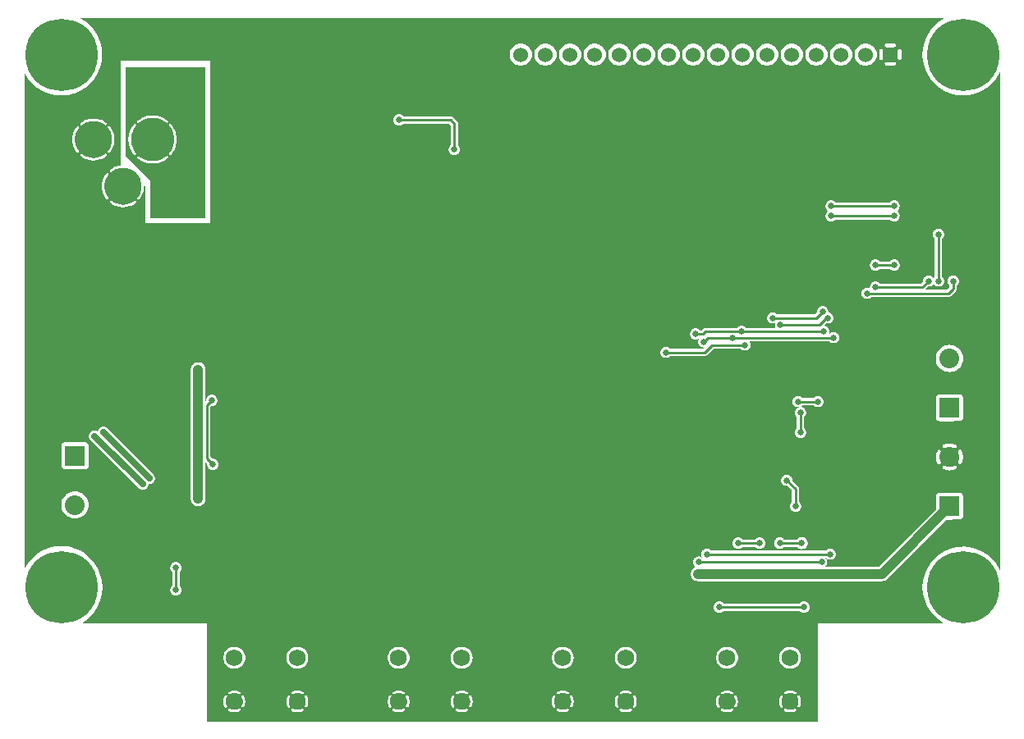
<source format=gbr>
G04 start of page 3 for group 1 idx 1 *
G04 Title: (unknown), solder *
G04 Creator: pcb 4.0.2 *
G04 CreationDate: Thu Jul  2 20:29:44 2020 UTC *
G04 For: ndholmes *
G04 Format: Gerber/RS-274X *
G04 PCB-Dimensions (mil): 4000.00 2900.00 *
G04 PCB-Coordinate-Origin: lower left *
%MOIN*%
%FSLAX25Y25*%
%LNBOTTOM*%
%ADD47C,0.1100*%
%ADD46C,0.1250*%
%ADD45C,0.0390*%
%ADD44C,0.0480*%
%ADD43C,0.0380*%
%ADD42C,0.1285*%
%ADD41C,0.0120*%
%ADD40C,0.0260*%
%ADD39C,0.1500*%
%ADD38C,0.1750*%
%ADD37C,0.0690*%
%ADD36C,0.0800*%
%ADD35C,0.0600*%
%ADD34C,0.2937*%
%ADD33C,0.0400*%
%ADD32C,0.0100*%
%ADD31C,0.0250*%
%ADD30C,0.0001*%
G54D30*G36*
X259000Y171543D02*X253493D01*
Y268487D01*
X253500Y268486D01*
X254206Y268542D01*
X254895Y268707D01*
X255549Y268978D01*
X256153Y269348D01*
X256692Y269808D01*
X257152Y270347D01*
X257522Y270951D01*
X257793Y271605D01*
X257958Y272294D01*
X258000Y273000D01*
X257958Y273706D01*
X257793Y274395D01*
X257522Y275049D01*
X257152Y275653D01*
X256692Y276192D01*
X256153Y276652D01*
X255549Y277022D01*
X254895Y277293D01*
X254206Y277458D01*
X253500Y277514D01*
X253493Y277513D01*
Y288000D01*
X259000D01*
Y273176D01*
X258986Y273000D01*
X259000Y272824D01*
Y171543D01*
G37*
G36*
X253493D02*X243493D01*
Y268487D01*
X243500Y268486D01*
X244206Y268542D01*
X244895Y268707D01*
X245549Y268978D01*
X246153Y269348D01*
X246692Y269808D01*
X247152Y270347D01*
X247522Y270951D01*
X247793Y271605D01*
X247958Y272294D01*
X248000Y273000D01*
X247958Y273706D01*
X247793Y274395D01*
X247522Y275049D01*
X247152Y275653D01*
X246692Y276192D01*
X246153Y276652D01*
X245549Y277022D01*
X244895Y277293D01*
X244206Y277458D01*
X243500Y277514D01*
X243493Y277513D01*
Y288000D01*
X253493D01*
Y277513D01*
X252794Y277458D01*
X252105Y277293D01*
X251451Y277022D01*
X250847Y276652D01*
X250308Y276192D01*
X249848Y275653D01*
X249478Y275049D01*
X249207Y274395D01*
X249042Y273706D01*
X248986Y273000D01*
X249042Y272294D01*
X249207Y271605D01*
X249478Y270951D01*
X249848Y270347D01*
X250308Y269808D01*
X250847Y269348D01*
X251451Y268978D01*
X252105Y268707D01*
X252794Y268542D01*
X253493Y268487D01*
Y171543D01*
G37*
G36*
X243493D02*X233493D01*
Y268487D01*
X233500Y268486D01*
X234206Y268542D01*
X234895Y268707D01*
X235549Y268978D01*
X236153Y269348D01*
X236692Y269808D01*
X237152Y270347D01*
X237522Y270951D01*
X237793Y271605D01*
X237958Y272294D01*
X238000Y273000D01*
X237958Y273706D01*
X237793Y274395D01*
X237522Y275049D01*
X237152Y275653D01*
X236692Y276192D01*
X236153Y276652D01*
X235549Y277022D01*
X234895Y277293D01*
X234206Y277458D01*
X233500Y277514D01*
X233493Y277513D01*
Y288000D01*
X243493D01*
Y277513D01*
X242794Y277458D01*
X242105Y277293D01*
X241451Y277022D01*
X240847Y276652D01*
X240308Y276192D01*
X239848Y275653D01*
X239478Y275049D01*
X239207Y274395D01*
X239042Y273706D01*
X238986Y273000D01*
X239042Y272294D01*
X239207Y271605D01*
X239478Y270951D01*
X239848Y270347D01*
X240308Y269808D01*
X240847Y269348D01*
X241451Y268978D01*
X242105Y268707D01*
X242794Y268542D01*
X243493Y268487D01*
Y171543D01*
G37*
G36*
X233493D02*X223493D01*
Y268487D01*
X223500Y268486D01*
X224206Y268542D01*
X224895Y268707D01*
X225549Y268978D01*
X226153Y269348D01*
X226692Y269808D01*
X227152Y270347D01*
X227522Y270951D01*
X227793Y271605D01*
X227958Y272294D01*
X228000Y273000D01*
X227958Y273706D01*
X227793Y274395D01*
X227522Y275049D01*
X227152Y275653D01*
X226692Y276192D01*
X226153Y276652D01*
X225549Y277022D01*
X224895Y277293D01*
X224206Y277458D01*
X223500Y277514D01*
X223493Y277513D01*
Y288000D01*
X233493D01*
Y277513D01*
X232794Y277458D01*
X232105Y277293D01*
X231451Y277022D01*
X230847Y276652D01*
X230308Y276192D01*
X229848Y275653D01*
X229478Y275049D01*
X229207Y274395D01*
X229042Y273706D01*
X228986Y273000D01*
X229042Y272294D01*
X229207Y271605D01*
X229478Y270951D01*
X229848Y270347D01*
X230308Y269808D01*
X230847Y269348D01*
X231451Y268978D01*
X232105Y268707D01*
X232794Y268542D01*
X233493Y268487D01*
Y171543D01*
G37*
G36*
X223493D02*X213493D01*
Y268487D01*
X213500Y268486D01*
X214206Y268542D01*
X214895Y268707D01*
X215549Y268978D01*
X216153Y269348D01*
X216692Y269808D01*
X217152Y270347D01*
X217522Y270951D01*
X217793Y271605D01*
X217958Y272294D01*
X218000Y273000D01*
X217958Y273706D01*
X217793Y274395D01*
X217522Y275049D01*
X217152Y275653D01*
X216692Y276192D01*
X216153Y276652D01*
X215549Y277022D01*
X214895Y277293D01*
X214206Y277458D01*
X213500Y277514D01*
X213493Y277513D01*
Y288000D01*
X223493D01*
Y277513D01*
X222794Y277458D01*
X222105Y277293D01*
X221451Y277022D01*
X220847Y276652D01*
X220308Y276192D01*
X219848Y275653D01*
X219478Y275049D01*
X219207Y274395D01*
X219042Y273706D01*
X218986Y273000D01*
X219042Y272294D01*
X219207Y271605D01*
X219478Y270951D01*
X219848Y270347D01*
X220308Y269808D01*
X220847Y269348D01*
X221451Y268978D01*
X222105Y268707D01*
X222794Y268542D01*
X223493Y268487D01*
Y171543D01*
G37*
G36*
X213493D02*X203493D01*
Y268487D01*
X203500Y268486D01*
X204206Y268542D01*
X204895Y268707D01*
X205549Y268978D01*
X206153Y269348D01*
X206692Y269808D01*
X207152Y270347D01*
X207522Y270951D01*
X207793Y271605D01*
X207958Y272294D01*
X208000Y273000D01*
X207958Y273706D01*
X207793Y274395D01*
X207522Y275049D01*
X207152Y275653D01*
X206692Y276192D01*
X206153Y276652D01*
X205549Y277022D01*
X204895Y277293D01*
X204206Y277458D01*
X203500Y277514D01*
X203493Y277513D01*
Y288000D01*
X213493D01*
Y277513D01*
X212794Y277458D01*
X212105Y277293D01*
X211451Y277022D01*
X210847Y276652D01*
X210308Y276192D01*
X209848Y275653D01*
X209478Y275049D01*
X209207Y274395D01*
X209042Y273706D01*
X208986Y273000D01*
X209042Y272294D01*
X209207Y271605D01*
X209478Y270951D01*
X209848Y270347D01*
X210308Y269808D01*
X210847Y269348D01*
X211451Y268978D01*
X212105Y268707D01*
X212794Y268542D01*
X213493Y268487D01*
Y171543D01*
G37*
G36*
X203493D02*X165246D01*
Y244900D01*
X174379D01*
X175000Y244279D01*
Y236244D01*
X174869Y236131D01*
X174634Y235856D01*
X174444Y235547D01*
X174306Y235213D01*
X174221Y234861D01*
X174193Y234500D01*
X174221Y234139D01*
X174306Y233787D01*
X174444Y233453D01*
X174634Y233144D01*
X174869Y232869D01*
X175144Y232634D01*
X175453Y232444D01*
X175787Y232306D01*
X176139Y232221D01*
X176500Y232193D01*
X176861Y232221D01*
X177213Y232306D01*
X177547Y232444D01*
X177856Y232634D01*
X178131Y232869D01*
X178366Y233144D01*
X178556Y233453D01*
X178694Y233787D01*
X178779Y234139D01*
X178800Y234500D01*
X178779Y234861D01*
X178694Y235213D01*
X178556Y235547D01*
X178366Y235856D01*
X178131Y236131D01*
X178000Y236244D01*
Y244841D01*
X178005Y244900D01*
X177986Y245135D01*
X177931Y245365D01*
X177841Y245583D01*
X177717Y245784D01*
X177564Y245964D01*
X177519Y246002D01*
X176102Y247419D01*
X176064Y247464D01*
X175884Y247617D01*
X175683Y247741D01*
X175465Y247831D01*
X175235Y247886D01*
X175000Y247905D01*
X174941Y247900D01*
X165246D01*
Y288000D01*
X203493D01*
Y277513D01*
X202794Y277458D01*
X202105Y277293D01*
X201451Y277022D01*
X200847Y276652D01*
X200308Y276192D01*
X199848Y275653D01*
X199478Y275049D01*
X199207Y274395D01*
X199042Y273706D01*
X198986Y273000D01*
X199042Y272294D01*
X199207Y271605D01*
X199478Y270951D01*
X199848Y270347D01*
X200308Y269808D01*
X200847Y269348D01*
X201451Y268978D01*
X202105Y268707D01*
X202794Y268542D01*
X203493Y268487D01*
Y171543D01*
G37*
G36*
X165246D02*X110000D01*
Y288000D01*
X165246D01*
Y247900D01*
X155829D01*
X155631Y248131D01*
X155356Y248366D01*
X155047Y248556D01*
X154713Y248694D01*
X154361Y248779D01*
X154000Y248807D01*
X153639Y248779D01*
X153287Y248694D01*
X152953Y248556D01*
X152644Y248366D01*
X152369Y248131D01*
X152134Y247856D01*
X151944Y247547D01*
X151806Y247213D01*
X151721Y246861D01*
X151693Y246500D01*
X151721Y246139D01*
X151806Y245787D01*
X151944Y245453D01*
X152134Y245144D01*
X152369Y244869D01*
X152644Y244634D01*
X152953Y244444D01*
X153287Y244306D01*
X153639Y244221D01*
X154000Y244193D01*
X154361Y244221D01*
X154713Y244306D01*
X155047Y244444D01*
X155356Y244634D01*
X155631Y244869D01*
X155658Y244900D01*
X165246D01*
Y171543D01*
G37*
G36*
X53996Y268000D02*X75500D01*
Y238000D01*
X63745D01*
X63750Y238059D01*
Y238941D01*
X63671Y239818D01*
X63512Y240685D01*
X63276Y241534D01*
X62965Y242358D01*
X62581Y243151D01*
X62126Y243906D01*
X61606Y244616D01*
X61551Y244675D01*
X61488Y244724D01*
X61417Y244762D01*
X61342Y244789D01*
X61263Y244804D01*
X61183Y244807D01*
X61104Y244797D01*
X61027Y244774D01*
X60955Y244740D01*
X60888Y244695D01*
X60830Y244640D01*
X60781Y244576D01*
X60743Y244506D01*
X60716Y244431D01*
X60701Y244352D01*
X60698Y244272D01*
X60709Y244192D01*
X60731Y244115D01*
X60765Y244043D01*
X60812Y243978D01*
X61285Y243346D01*
X61693Y242669D01*
X62037Y241959D01*
X62317Y241220D01*
X62528Y240459D01*
X62670Y239682D01*
X62741Y238895D01*
Y238105D01*
X62732Y238000D01*
X53996D01*
Y247241D01*
X54395D01*
X55182Y247170D01*
X55959Y247028D01*
X56720Y246817D01*
X57459Y246537D01*
X58169Y246193D01*
X58846Y245785D01*
X59483Y245319D01*
X59548Y245273D01*
X59619Y245239D01*
X59694Y245217D01*
X59772Y245207D01*
X59851Y245210D01*
X59928Y245224D01*
X60002Y245251D01*
X60071Y245289D01*
X60134Y245337D01*
X60188Y245394D01*
X60232Y245459D01*
X60266Y245530D01*
X60288Y245606D01*
X60298Y245684D01*
X60295Y245762D01*
X60281Y245840D01*
X60254Y245914D01*
X60217Y245983D01*
X60168Y246045D01*
X60110Y246098D01*
X59406Y246626D01*
X58651Y247081D01*
X57858Y247465D01*
X57034Y247776D01*
X56185Y248012D01*
X55318Y248171D01*
X54441Y248250D01*
X53996D01*
Y268000D01*
G37*
G36*
X43000D02*X53996D01*
Y248250D01*
X53559D01*
X52682Y248171D01*
X51815Y248012D01*
X50966Y247776D01*
X50142Y247465D01*
X49349Y247081D01*
X48594Y246626D01*
X47884Y246106D01*
X47825Y246051D01*
X47776Y245988D01*
X47738Y245917D01*
X47711Y245842D01*
X47696Y245763D01*
X47693Y245683D01*
X47703Y245604D01*
X47726Y245527D01*
X47760Y245455D01*
X47805Y245388D01*
X47860Y245330D01*
X47924Y245281D01*
X47994Y245243D01*
X48069Y245216D01*
X48148Y245201D01*
X48228Y245198D01*
X48308Y245209D01*
X48385Y245231D01*
X48457Y245265D01*
X48522Y245312D01*
X49154Y245785D01*
X49831Y246193D01*
X50541Y246537D01*
X51280Y246817D01*
X52041Y247028D01*
X52818Y247170D01*
X53605Y247241D01*
X53996D01*
Y238000D01*
X45268D01*
X45259Y238105D01*
Y238895D01*
X45330Y239682D01*
X45472Y240459D01*
X45683Y241220D01*
X45963Y241959D01*
X46307Y242669D01*
X46715Y243346D01*
X47181Y243983D01*
X47227Y244048D01*
X47261Y244119D01*
X47283Y244194D01*
X47293Y244272D01*
X47290Y244351D01*
X47276Y244428D01*
X47249Y244502D01*
X47211Y244571D01*
X47163Y244634D01*
X47106Y244688D01*
X47041Y244732D01*
X46970Y244766D01*
X46894Y244788D01*
X46816Y244798D01*
X46738Y244795D01*
X46660Y244781D01*
X46586Y244754D01*
X46517Y244717D01*
X46455Y244668D01*
X46402Y244610D01*
X45874Y243906D01*
X45419Y243151D01*
X45035Y242358D01*
X44724Y241534D01*
X44488Y240685D01*
X44329Y239818D01*
X44250Y238941D01*
Y238059D01*
X44255Y238000D01*
X43000D01*
Y268000D01*
G37*
G36*
X54004Y241500D02*X62211D01*
X62317Y241220D01*
X62528Y240459D01*
X62670Y239682D01*
X62741Y238895D01*
Y238105D01*
X62670Y237318D01*
X62528Y236541D01*
X62317Y235780D01*
X62037Y235041D01*
X61693Y234331D01*
X61285Y233654D01*
X60819Y233017D01*
X60773Y232952D01*
X60739Y232881D01*
X60717Y232806D01*
X60707Y232728D01*
X60710Y232649D01*
X60724Y232572D01*
X60751Y232498D01*
X60789Y232429D01*
X60837Y232366D01*
X60894Y232312D01*
X60959Y232268D01*
X61030Y232234D01*
X61106Y232212D01*
X61184Y232202D01*
X61262Y232205D01*
X61340Y232219D01*
X61414Y232246D01*
X61483Y232283D01*
X61545Y232332D01*
X61598Y232390D01*
X62126Y233094D01*
X62581Y233849D01*
X62965Y234642D01*
X63276Y235466D01*
X63512Y236315D01*
X63671Y237182D01*
X63750Y238059D01*
Y238941D01*
X63671Y239818D01*
X63512Y240685D01*
X63286Y241500D01*
X75500D01*
Y213000D01*
X54004D01*
Y228750D01*
X54441D01*
X55318Y228829D01*
X56185Y228988D01*
X57034Y229224D01*
X57858Y229535D01*
X58651Y229919D01*
X59406Y230374D01*
X60116Y230894D01*
X60175Y230949D01*
X60224Y231012D01*
X60262Y231083D01*
X60289Y231158D01*
X60304Y231237D01*
X60307Y231317D01*
X60297Y231396D01*
X60274Y231473D01*
X60240Y231545D01*
X60195Y231612D01*
X60140Y231670D01*
X60076Y231719D01*
X60006Y231757D01*
X59931Y231784D01*
X59852Y231799D01*
X59772Y231802D01*
X59692Y231791D01*
X59615Y231769D01*
X59543Y231735D01*
X59478Y231688D01*
X58846Y231215D01*
X58169Y230807D01*
X57459Y230463D01*
X56720Y230183D01*
X55959Y229972D01*
X55182Y229830D01*
X54395Y229759D01*
X54004D01*
Y241500D01*
G37*
G36*
X43000D02*X44714D01*
X44488Y240685D01*
X44329Y239818D01*
X44250Y238941D01*
Y238059D01*
X44329Y237182D01*
X44488Y236315D01*
X44724Y235466D01*
X45035Y234642D01*
X45419Y233849D01*
X45874Y233094D01*
X46394Y232384D01*
X46449Y232325D01*
X46512Y232276D01*
X46583Y232238D01*
X46658Y232211D01*
X46737Y232196D01*
X46817Y232193D01*
X46896Y232203D01*
X46973Y232226D01*
X47045Y232260D01*
X47112Y232305D01*
X47170Y232360D01*
X47219Y232424D01*
X47257Y232494D01*
X47284Y232569D01*
X47299Y232648D01*
X47302Y232728D01*
X47291Y232808D01*
X47269Y232885D01*
X47235Y232957D01*
X47188Y233022D01*
X46715Y233654D01*
X46307Y234331D01*
X45963Y235041D01*
X45683Y235780D01*
X45472Y236541D01*
X45330Y237318D01*
X45259Y238105D01*
Y238895D01*
X45330Y239682D01*
X45472Y240459D01*
X45683Y241220D01*
X45789Y241500D01*
X54004D01*
Y229759D01*
X53605D01*
X52818Y229830D01*
X52041Y229972D01*
X51280Y230183D01*
X50541Y230463D01*
X49831Y230807D01*
X49154Y231215D01*
X48517Y231681D01*
X48452Y231727D01*
X48381Y231761D01*
X48306Y231783D01*
X48228Y231793D01*
X48149Y231790D01*
X48072Y231776D01*
X47998Y231749D01*
X47929Y231711D01*
X47866Y231663D01*
X47812Y231606D01*
X47768Y231541D01*
X47734Y231470D01*
X47712Y231394D01*
X47702Y231316D01*
X47705Y231238D01*
X47719Y231160D01*
X47746Y231086D01*
X47783Y231017D01*
X47832Y230955D01*
X47890Y230902D01*
X48594Y230374D01*
X49349Y229919D01*
X50142Y229535D01*
X50966Y229224D01*
X51815Y228988D01*
X52682Y228829D01*
X53559Y228750D01*
X54004D01*
Y213000D01*
X53000D01*
Y222000D01*
X43000Y232000D01*
Y241500D01*
G37*
G36*
X54004D02*X62211D01*
X62317Y241220D01*
X62528Y240459D01*
X62670Y239682D01*
X62741Y238895D01*
Y238105D01*
X62670Y237318D01*
X62528Y236541D01*
X62317Y235780D01*
X62037Y235041D01*
X61693Y234331D01*
X61285Y233654D01*
X60819Y233017D01*
X60773Y232952D01*
X60739Y232881D01*
X60717Y232806D01*
X60707Y232728D01*
X60710Y232649D01*
X60724Y232572D01*
X60751Y232498D01*
X60789Y232429D01*
X60837Y232366D01*
X60894Y232312D01*
X60959Y232268D01*
X61030Y232234D01*
X61106Y232212D01*
X61184Y232202D01*
X61262Y232205D01*
X61340Y232219D01*
X61414Y232246D01*
X61483Y232283D01*
X61545Y232332D01*
X61598Y232390D01*
X62126Y233094D01*
X62581Y233849D01*
X62965Y234642D01*
X63276Y235466D01*
X63512Y236315D01*
X63671Y237182D01*
X63750Y238059D01*
Y238941D01*
X63671Y239818D01*
X63512Y240685D01*
X63286Y241500D01*
X75500D01*
Y213000D01*
X54004D01*
Y228750D01*
X54441D01*
X55318Y228829D01*
X56185Y228988D01*
X57034Y229224D01*
X57858Y229535D01*
X58651Y229919D01*
X59406Y230374D01*
X60116Y230894D01*
X60175Y230949D01*
X60224Y231012D01*
X60262Y231083D01*
X60289Y231158D01*
X60304Y231237D01*
X60307Y231317D01*
X60297Y231396D01*
X60274Y231473D01*
X60240Y231545D01*
X60195Y231612D01*
X60140Y231670D01*
X60076Y231719D01*
X60006Y231757D01*
X59931Y231784D01*
X59852Y231799D01*
X59772Y231802D01*
X59692Y231791D01*
X59615Y231769D01*
X59543Y231735D01*
X59478Y231688D01*
X58846Y231215D01*
X58169Y230807D01*
X57459Y230463D01*
X56720Y230183D01*
X55959Y229972D01*
X55182Y229830D01*
X54395Y229759D01*
X54004D01*
Y241500D01*
G37*
G36*
X43000D02*X44714D01*
X44488Y240685D01*
X44329Y239818D01*
X44250Y238941D01*
Y238059D01*
X44329Y237182D01*
X44488Y236315D01*
X44724Y235466D01*
X45035Y234642D01*
X45419Y233849D01*
X45874Y233094D01*
X46394Y232384D01*
X46449Y232325D01*
X46512Y232276D01*
X46583Y232238D01*
X46658Y232211D01*
X46737Y232196D01*
X46817Y232193D01*
X46896Y232203D01*
X46973Y232226D01*
X47045Y232260D01*
X47112Y232305D01*
X47170Y232360D01*
X47219Y232424D01*
X47257Y232494D01*
X47284Y232569D01*
X47299Y232648D01*
X47302Y232728D01*
X47291Y232808D01*
X47269Y232885D01*
X47235Y232957D01*
X47188Y233022D01*
X46715Y233654D01*
X46307Y234331D01*
X45963Y235041D01*
X45683Y235780D01*
X45472Y236541D01*
X45330Y237318D01*
X45259Y238105D01*
Y238895D01*
X45330Y239682D01*
X45472Y240459D01*
X45683Y241220D01*
X45789Y241500D01*
X54004D01*
Y229759D01*
X53605D01*
X52818Y229830D01*
X52041Y229972D01*
X51280Y230183D01*
X50541Y230463D01*
X49831Y230807D01*
X49154Y231215D01*
X48517Y231681D01*
X48452Y231727D01*
X48381Y231761D01*
X48306Y231783D01*
X48228Y231793D01*
X48149Y231790D01*
X48072Y231776D01*
X47998Y231749D01*
X47929Y231711D01*
X47866Y231663D01*
X47812Y231606D01*
X47768Y231541D01*
X47734Y231470D01*
X47712Y231394D01*
X47702Y231316D01*
X47705Y231238D01*
X47719Y231160D01*
X47746Y231086D01*
X47783Y231017D01*
X47832Y230955D01*
X47890Y230902D01*
X48594Y230374D01*
X49349Y229919D01*
X50142Y229535D01*
X50966Y229224D01*
X51815Y228988D01*
X52682Y228829D01*
X53559Y228750D01*
X54004D01*
Y213000D01*
X53000D01*
Y222000D01*
X43000Y232000D01*
Y241500D01*
G37*
G36*
X53000Y217000D02*X75500D01*
Y206500D01*
X53000D01*
Y217000D01*
G37*
G36*
X316472Y54400D02*X324000D01*
Y2000D01*
X316472D01*
Y7717D01*
X316531Y7762D01*
X316586Y7818D01*
X316630Y7884D01*
X316819Y8230D01*
X316972Y8594D01*
X317093Y8970D01*
X317180Y9356D01*
X317232Y9747D01*
X317250Y10142D01*
X317232Y10536D01*
X317180Y10928D01*
X317093Y11313D01*
X316972Y11689D01*
X316819Y12053D01*
X316634Y12402D01*
X316589Y12467D01*
X316534Y12524D01*
X316472Y12571D01*
Y25342D01*
X316772Y25832D01*
X317041Y26479D01*
X317204Y27160D01*
X317245Y27858D01*
X317204Y28557D01*
X317041Y29238D01*
X316772Y29885D01*
X316472Y30375D01*
Y47000D01*
X316756D01*
X316869Y46869D01*
X317144Y46634D01*
X317453Y46444D01*
X317787Y46306D01*
X318139Y46221D01*
X318500Y46193D01*
X318861Y46221D01*
X319213Y46306D01*
X319547Y46444D01*
X319856Y46634D01*
X320131Y46869D01*
X320366Y47144D01*
X320556Y47453D01*
X320694Y47787D01*
X320779Y48139D01*
X320800Y48500D01*
X320779Y48861D01*
X320694Y49213D01*
X320556Y49547D01*
X320366Y49856D01*
X320131Y50131D01*
X319856Y50366D01*
X319547Y50556D01*
X319213Y50694D01*
X318861Y50779D01*
X318500Y50807D01*
X318139Y50779D01*
X317787Y50694D01*
X317453Y50556D01*
X317144Y50366D01*
X316869Y50131D01*
X316756Y50000D01*
X316472D01*
Y54400D01*
G37*
G36*
Y30375D02*X316407Y30482D01*
X315952Y31015D01*
X315419Y31469D01*
X314822Y31835D01*
X314175Y32104D01*
X313494Y32267D01*
X312797Y32322D01*
Y47000D01*
X316472D01*
Y30375D01*
G37*
G36*
Y2000D02*X312797D01*
Y5687D01*
X313190Y5705D01*
X313581Y5757D01*
X313967Y5844D01*
X314343Y5965D01*
X314707Y6118D01*
X315056Y6304D01*
X315121Y6348D01*
X315178Y6403D01*
X315226Y6467D01*
X315263Y6537D01*
X315289Y6612D01*
X315302Y6690D01*
X315304Y6769D01*
X315293Y6847D01*
X315270Y6923D01*
X315235Y6994D01*
X315189Y7059D01*
X315134Y7116D01*
X315071Y7164D01*
X315001Y7201D01*
X314926Y7227D01*
X314848Y7241D01*
X314769Y7242D01*
X314690Y7231D01*
X314615Y7208D01*
X314544Y7172D01*
X314276Y7026D01*
X313994Y6907D01*
X313703Y6813D01*
X313404Y6746D01*
X313101Y6705D01*
X312797Y6692D01*
Y13592D01*
X313101Y13578D01*
X313404Y13538D01*
X313703Y13470D01*
X313994Y13377D01*
X314276Y13258D01*
X314546Y13115D01*
X314616Y13079D01*
X314691Y13056D01*
X314769Y13045D01*
X314848Y13046D01*
X314925Y13060D01*
X315000Y13085D01*
X315069Y13122D01*
X315132Y13170D01*
X315187Y13226D01*
X315232Y13291D01*
X315266Y13362D01*
X315289Y13437D01*
X315300Y13515D01*
X315299Y13593D01*
X315285Y13671D01*
X315260Y13745D01*
X315223Y13815D01*
X315175Y13878D01*
X315119Y13932D01*
X315053Y13976D01*
X314707Y14165D01*
X314343Y14319D01*
X313967Y14439D01*
X313581Y14526D01*
X313190Y14579D01*
X312797Y14596D01*
Y23395D01*
X313494Y23450D01*
X314175Y23613D01*
X314822Y23881D01*
X315419Y24247D01*
X315952Y24702D01*
X316407Y25235D01*
X316472Y25342D01*
Y12571D01*
X316470Y12572D01*
X316400Y12609D01*
X316325Y12635D01*
X316247Y12649D01*
X316168Y12650D01*
X316090Y12639D01*
X316014Y12616D01*
X315943Y12581D01*
X315878Y12536D01*
X315821Y12481D01*
X315773Y12418D01*
X315736Y12348D01*
X315710Y12273D01*
X315696Y12195D01*
X315695Y12115D01*
X315706Y12037D01*
X315729Y11961D01*
X315765Y11891D01*
X315911Y11622D01*
X316030Y11340D01*
X316124Y11049D01*
X316191Y10751D01*
X316232Y10447D01*
X316245Y10142D01*
X316232Y9836D01*
X316191Y9533D01*
X316124Y9234D01*
X316030Y8943D01*
X315911Y8661D01*
X315768Y8391D01*
X315732Y8321D01*
X315709Y8246D01*
X315698Y8168D01*
X315700Y8089D01*
X315713Y8012D01*
X315739Y7937D01*
X315776Y7868D01*
X315823Y7805D01*
X315880Y7750D01*
X315944Y7705D01*
X316015Y7671D01*
X316090Y7648D01*
X316168Y7637D01*
X316247Y7638D01*
X316325Y7652D01*
X316399Y7677D01*
X316468Y7714D01*
X316472Y7717D01*
Y2000D01*
G37*
G36*
X312797Y54400D02*X316472D01*
Y50000D01*
X312797D01*
Y54400D01*
G37*
G36*
X309118Y47000D02*X312797D01*
Y32322D01*
X312795Y32322D01*
X312097Y32267D01*
X311416Y32104D01*
X310769Y31835D01*
X310172Y31469D01*
X309639Y31015D01*
X309184Y30482D01*
X309118Y30375D01*
Y47000D01*
G37*
G36*
X312797Y2000D02*X309118D01*
Y7713D01*
X309120Y7711D01*
X309190Y7674D01*
X309265Y7648D01*
X309343Y7635D01*
X309422Y7633D01*
X309501Y7644D01*
X309577Y7667D01*
X309648Y7702D01*
X309713Y7748D01*
X309770Y7803D01*
X309817Y7866D01*
X309855Y7936D01*
X309881Y8011D01*
X309894Y8089D01*
X309896Y8168D01*
X309885Y8247D01*
X309861Y8322D01*
X309825Y8393D01*
X309679Y8661D01*
X309560Y8943D01*
X309467Y9234D01*
X309399Y9533D01*
X309359Y9836D01*
X309345Y10142D01*
X309359Y10447D01*
X309399Y10751D01*
X309467Y11049D01*
X309560Y11340D01*
X309679Y11622D01*
X309822Y11892D01*
X309858Y11962D01*
X309881Y12038D01*
X309892Y12116D01*
X309891Y12194D01*
X309877Y12272D01*
X309852Y12346D01*
X309815Y12416D01*
X309767Y12479D01*
X309711Y12533D01*
X309646Y12578D01*
X309575Y12613D01*
X309500Y12636D01*
X309422Y12647D01*
X309344Y12645D01*
X309266Y12632D01*
X309192Y12606D01*
X309122Y12569D01*
X309118Y12566D01*
Y25342D01*
X309184Y25235D01*
X309639Y24702D01*
X310172Y24247D01*
X310769Y23881D01*
X311416Y23613D01*
X312097Y23450D01*
X312795Y23395D01*
X312797Y23395D01*
Y14596D01*
X312795Y14596D01*
X312401Y14579D01*
X312009Y14526D01*
X311624Y14439D01*
X311248Y14319D01*
X310884Y14165D01*
X310535Y13980D01*
X310470Y13935D01*
X310413Y13880D01*
X310365Y13817D01*
X310328Y13747D01*
X310302Y13672D01*
X310288Y13594D01*
X310287Y13515D01*
X310298Y13436D01*
X310321Y13360D01*
X310356Y13289D01*
X310401Y13224D01*
X310456Y13167D01*
X310519Y13120D01*
X310589Y13082D01*
X310664Y13057D01*
X310742Y13043D01*
X310822Y13041D01*
X310900Y13052D01*
X310976Y13076D01*
X311046Y13112D01*
X311315Y13258D01*
X311597Y13377D01*
X311888Y13470D01*
X312186Y13538D01*
X312490Y13578D01*
X312795Y13592D01*
X312797Y13592D01*
Y6692D01*
X312795Y6692D01*
X312490Y6705D01*
X312186Y6746D01*
X311888Y6813D01*
X311597Y6907D01*
X311315Y7026D01*
X311045Y7169D01*
X310975Y7205D01*
X310899Y7228D01*
X310821Y7239D01*
X310743Y7237D01*
X310665Y7224D01*
X310591Y7198D01*
X310521Y7161D01*
X310458Y7114D01*
X310404Y7057D01*
X310359Y6993D01*
X310324Y6922D01*
X310301Y6847D01*
X310290Y6769D01*
X310292Y6690D01*
X310305Y6612D01*
X310331Y6538D01*
X310368Y6469D01*
X310415Y6406D01*
X310472Y6351D01*
X310537Y6307D01*
X310884Y6118D01*
X311248Y5965D01*
X311624Y5844D01*
X312009Y5757D01*
X312401Y5705D01*
X312795Y5687D01*
X312797Y5687D01*
Y2000D01*
G37*
G36*
X309118D02*X301246D01*
Y47000D01*
X309118D01*
Y30375D01*
X308818Y29885D01*
X308550Y29238D01*
X308387Y28557D01*
X308332Y27858D01*
X308387Y27160D01*
X308550Y26479D01*
X308818Y25832D01*
X309118Y25342D01*
Y12566D01*
X309059Y12522D01*
X309005Y12465D01*
X308961Y12400D01*
X308772Y12053D01*
X308618Y11689D01*
X308498Y11313D01*
X308411Y10928D01*
X308358Y10536D01*
X308341Y10142D01*
X308358Y9747D01*
X308411Y9356D01*
X308498Y8970D01*
X308618Y8594D01*
X308772Y8230D01*
X308957Y7881D01*
X309002Y7816D01*
X309057Y7759D01*
X309118Y7713D01*
Y2000D01*
G37*
G36*
X301246Y54400D02*X312797D01*
Y50000D01*
X301246D01*
Y54400D01*
G37*
G36*
X290882Y47000D02*X301246D01*
Y2000D01*
X290882D01*
Y7717D01*
X290941Y7762D01*
X290995Y7818D01*
X291039Y7884D01*
X291228Y8230D01*
X291382Y8594D01*
X291502Y8970D01*
X291589Y9356D01*
X291642Y9747D01*
X291659Y10142D01*
X291642Y10536D01*
X291589Y10928D01*
X291502Y11313D01*
X291382Y11689D01*
X291228Y12053D01*
X291043Y12402D01*
X290998Y12467D01*
X290943Y12524D01*
X290882Y12571D01*
Y25342D01*
X291182Y25832D01*
X291450Y26479D01*
X291613Y27160D01*
X291655Y27858D01*
X291613Y28557D01*
X291450Y29238D01*
X291182Y29885D01*
X290882Y30375D01*
Y47000D01*
G37*
G36*
Y2000D02*X287206D01*
Y5687D01*
X287599Y5705D01*
X287991Y5757D01*
X288376Y5844D01*
X288752Y5965D01*
X289116Y6118D01*
X289465Y6304D01*
X289530Y6348D01*
X289587Y6403D01*
X289635Y6467D01*
X289672Y6537D01*
X289698Y6612D01*
X289712Y6690D01*
X289713Y6769D01*
X289702Y6847D01*
X289679Y6923D01*
X289644Y6994D01*
X289599Y7059D01*
X289544Y7116D01*
X289481Y7164D01*
X289411Y7201D01*
X289336Y7227D01*
X289258Y7241D01*
X289178Y7242D01*
X289100Y7231D01*
X289024Y7208D01*
X288954Y7172D01*
X288685Y7026D01*
X288403Y6907D01*
X288112Y6813D01*
X287814Y6746D01*
X287510Y6705D01*
X287206Y6692D01*
Y13592D01*
X287510Y13578D01*
X287814Y13538D01*
X288112Y13470D01*
X288403Y13377D01*
X288685Y13258D01*
X288955Y13115D01*
X289025Y13079D01*
X289101Y13056D01*
X289179Y13045D01*
X289257Y13046D01*
X289335Y13060D01*
X289409Y13085D01*
X289479Y13122D01*
X289542Y13170D01*
X289596Y13226D01*
X289641Y13291D01*
X289676Y13362D01*
X289699Y13437D01*
X289710Y13515D01*
X289708Y13593D01*
X289695Y13671D01*
X289669Y13745D01*
X289632Y13815D01*
X289585Y13878D01*
X289528Y13932D01*
X289463Y13976D01*
X289116Y14165D01*
X288752Y14319D01*
X288376Y14439D01*
X287991Y14526D01*
X287599Y14579D01*
X287206Y14596D01*
Y23395D01*
X287903Y23450D01*
X288584Y23613D01*
X289231Y23881D01*
X289828Y24247D01*
X290361Y24702D01*
X290816Y25235D01*
X290882Y25342D01*
Y12571D01*
X290880Y12572D01*
X290810Y12609D01*
X290735Y12635D01*
X290657Y12649D01*
X290578Y12650D01*
X290499Y12639D01*
X290423Y12616D01*
X290352Y12581D01*
X290287Y12536D01*
X290230Y12481D01*
X290182Y12418D01*
X290145Y12348D01*
X290119Y12273D01*
X290106Y12195D01*
X290104Y12115D01*
X290115Y12037D01*
X290139Y11961D01*
X290175Y11891D01*
X290321Y11622D01*
X290440Y11340D01*
X290533Y11049D01*
X290601Y10751D01*
X290641Y10447D01*
X290655Y10142D01*
X290641Y9836D01*
X290601Y9533D01*
X290533Y9234D01*
X290440Y8943D01*
X290321Y8661D01*
X290178Y8391D01*
X290142Y8321D01*
X290119Y8246D01*
X290108Y8168D01*
X290109Y8089D01*
X290123Y8012D01*
X290148Y7937D01*
X290185Y7868D01*
X290233Y7805D01*
X290289Y7750D01*
X290354Y7705D01*
X290425Y7671D01*
X290500Y7648D01*
X290578Y7637D01*
X290656Y7638D01*
X290734Y7652D01*
X290808Y7677D01*
X290878Y7714D01*
X290882Y7717D01*
Y2000D01*
G37*
G36*
X287206Y47000D02*X290882D01*
Y30375D01*
X290816Y30482D01*
X290361Y31015D01*
X289828Y31469D01*
X289231Y31835D01*
X288584Y32104D01*
X287903Y32267D01*
X287206Y32322D01*
Y47000D01*
G37*
G36*
Y54400D02*X301246D01*
Y50000D01*
X287206D01*
Y54400D01*
G37*
G36*
X283528Y25342D02*X283593Y25235D01*
X284048Y24702D01*
X284581Y24247D01*
X285178Y23881D01*
X285825Y23613D01*
X286506Y23450D01*
X287205Y23395D01*
X287206Y23395D01*
Y14596D01*
X287205Y14596D01*
X286810Y14579D01*
X286419Y14526D01*
X286033Y14439D01*
X285657Y14319D01*
X285293Y14165D01*
X284944Y13980D01*
X284879Y13935D01*
X284822Y13880D01*
X284774Y13817D01*
X284737Y13747D01*
X284711Y13672D01*
X284698Y13594D01*
X284696Y13515D01*
X284707Y13436D01*
X284730Y13360D01*
X284765Y13289D01*
X284811Y13224D01*
X284866Y13167D01*
X284929Y13120D01*
X284999Y13082D01*
X285074Y13057D01*
X285152Y13043D01*
X285231Y13041D01*
X285310Y13052D01*
X285385Y13076D01*
X285456Y13112D01*
X285724Y13258D01*
X286006Y13377D01*
X286297Y13470D01*
X286596Y13538D01*
X286899Y13578D01*
X287205Y13592D01*
X287206Y13592D01*
Y6692D01*
X287205Y6692D01*
X286899Y6705D01*
X286596Y6746D01*
X286297Y6813D01*
X286006Y6907D01*
X285724Y7026D01*
X285454Y7169D01*
X285384Y7205D01*
X285309Y7228D01*
X285231Y7239D01*
X285152Y7237D01*
X285075Y7224D01*
X285000Y7198D01*
X284931Y7161D01*
X284868Y7114D01*
X284813Y7057D01*
X284768Y6993D01*
X284734Y6922D01*
X284711Y6847D01*
X284700Y6769D01*
X284701Y6690D01*
X284715Y6612D01*
X284740Y6538D01*
X284777Y6469D01*
X284825Y6406D01*
X284881Y6351D01*
X284947Y6307D01*
X285293Y6118D01*
X285657Y5965D01*
X286033Y5844D01*
X286419Y5757D01*
X286810Y5705D01*
X287205Y5687D01*
X287206Y5687D01*
Y2000D01*
X283528D01*
Y7713D01*
X283530Y7711D01*
X283600Y7674D01*
X283675Y7648D01*
X283753Y7635D01*
X283832Y7633D01*
X283910Y7644D01*
X283986Y7667D01*
X284057Y7702D01*
X284122Y7748D01*
X284179Y7803D01*
X284227Y7866D01*
X284264Y7936D01*
X284290Y8011D01*
X284304Y8089D01*
X284305Y8168D01*
X284294Y8247D01*
X284271Y8322D01*
X284235Y8393D01*
X284089Y8661D01*
X283970Y8943D01*
X283876Y9234D01*
X283809Y9533D01*
X283768Y9836D01*
X283755Y10142D01*
X283768Y10447D01*
X283809Y10751D01*
X283876Y11049D01*
X283970Y11340D01*
X284089Y11622D01*
X284232Y11892D01*
X284268Y11962D01*
X284291Y12038D01*
X284302Y12116D01*
X284300Y12194D01*
X284287Y12272D01*
X284261Y12346D01*
X284224Y12416D01*
X284177Y12479D01*
X284120Y12533D01*
X284056Y12578D01*
X283985Y12613D01*
X283910Y12636D01*
X283832Y12647D01*
X283753Y12645D01*
X283675Y12632D01*
X283601Y12606D01*
X283532Y12569D01*
X283528Y12566D01*
Y25342D01*
G37*
G36*
Y46248D02*X283639Y46221D01*
X284000Y46193D01*
X284361Y46221D01*
X284713Y46306D01*
X285047Y46444D01*
X285356Y46634D01*
X285631Y46869D01*
X285744Y47000D01*
X287206D01*
Y32322D01*
X287205Y32322D01*
X286506Y32267D01*
X285825Y32104D01*
X285178Y31835D01*
X284581Y31469D01*
X284048Y31015D01*
X283593Y30482D01*
X283528Y30375D01*
Y46248D01*
G37*
G36*
Y54400D02*X287206D01*
Y50000D01*
X285744D01*
X285631Y50131D01*
X285356Y50366D01*
X285047Y50556D01*
X284713Y50694D01*
X284361Y50779D01*
X284000Y50807D01*
X283639Y50779D01*
X283528Y50752D01*
Y54400D01*
G37*
G36*
X249772D02*X283528D01*
Y50752D01*
X283287Y50694D01*
X282953Y50556D01*
X282644Y50366D01*
X282369Y50131D01*
X282134Y49856D01*
X281944Y49547D01*
X281806Y49213D01*
X281721Y48861D01*
X281693Y48500D01*
X281721Y48139D01*
X281806Y47787D01*
X281944Y47453D01*
X282134Y47144D01*
X282369Y46869D01*
X282644Y46634D01*
X282953Y46444D01*
X283287Y46306D01*
X283528Y46248D01*
Y30375D01*
X283228Y29885D01*
X282959Y29238D01*
X282796Y28557D01*
X282741Y27858D01*
X282796Y27160D01*
X282959Y26479D01*
X283228Y25832D01*
X283528Y25342D01*
Y12566D01*
X283469Y12522D01*
X283414Y12465D01*
X283370Y12400D01*
X283181Y12053D01*
X283028Y11689D01*
X282907Y11313D01*
X282820Y10928D01*
X282768Y10536D01*
X282750Y10142D01*
X282768Y9747D01*
X282820Y9356D01*
X282907Y8970D01*
X283028Y8594D01*
X283181Y8230D01*
X283366Y7881D01*
X283411Y7816D01*
X283466Y7759D01*
X283528Y7713D01*
Y2000D01*
X249772D01*
Y7717D01*
X249831Y7762D01*
X249886Y7818D01*
X249930Y7884D01*
X250119Y8230D01*
X250272Y8594D01*
X250393Y8970D01*
X250480Y9356D01*
X250532Y9747D01*
X250550Y10142D01*
X250532Y10536D01*
X250480Y10928D01*
X250393Y11313D01*
X250272Y11689D01*
X250119Y12053D01*
X249934Y12402D01*
X249889Y12467D01*
X249834Y12524D01*
X249772Y12571D01*
Y25342D01*
X250072Y25832D01*
X250341Y26479D01*
X250504Y27160D01*
X250545Y27858D01*
X250504Y28557D01*
X250341Y29238D01*
X250072Y29885D01*
X249772Y30375D01*
Y54400D01*
G37*
G36*
Y2000D02*X246097D01*
Y5687D01*
X246490Y5705D01*
X246881Y5757D01*
X247267Y5844D01*
X247643Y5965D01*
X248007Y6118D01*
X248356Y6304D01*
X248421Y6348D01*
X248478Y6403D01*
X248526Y6467D01*
X248563Y6537D01*
X248589Y6612D01*
X248602Y6690D01*
X248604Y6769D01*
X248593Y6847D01*
X248570Y6923D01*
X248535Y6994D01*
X248489Y7059D01*
X248434Y7116D01*
X248371Y7164D01*
X248301Y7201D01*
X248226Y7227D01*
X248148Y7241D01*
X248069Y7242D01*
X247990Y7231D01*
X247915Y7208D01*
X247844Y7172D01*
X247576Y7026D01*
X247294Y6907D01*
X247003Y6813D01*
X246704Y6746D01*
X246401Y6705D01*
X246097Y6692D01*
Y13592D01*
X246401Y13578D01*
X246704Y13538D01*
X247003Y13470D01*
X247294Y13377D01*
X247576Y13258D01*
X247846Y13115D01*
X247916Y13079D01*
X247991Y13056D01*
X248069Y13045D01*
X248148Y13046D01*
X248225Y13060D01*
X248300Y13085D01*
X248369Y13122D01*
X248432Y13170D01*
X248487Y13226D01*
X248532Y13291D01*
X248566Y13362D01*
X248589Y13437D01*
X248600Y13515D01*
X248599Y13593D01*
X248585Y13671D01*
X248560Y13745D01*
X248523Y13815D01*
X248475Y13878D01*
X248419Y13932D01*
X248353Y13976D01*
X248007Y14165D01*
X247643Y14319D01*
X247267Y14439D01*
X246881Y14526D01*
X246490Y14579D01*
X246097Y14596D01*
Y23395D01*
X246794Y23450D01*
X247475Y23613D01*
X248122Y23881D01*
X248719Y24247D01*
X249252Y24702D01*
X249707Y25235D01*
X249772Y25342D01*
Y12571D01*
X249770Y12572D01*
X249700Y12609D01*
X249625Y12635D01*
X249547Y12649D01*
X249468Y12650D01*
X249390Y12639D01*
X249314Y12616D01*
X249243Y12581D01*
X249178Y12536D01*
X249121Y12481D01*
X249073Y12418D01*
X249036Y12348D01*
X249010Y12273D01*
X248996Y12195D01*
X248995Y12115D01*
X249006Y12037D01*
X249029Y11961D01*
X249065Y11891D01*
X249211Y11622D01*
X249330Y11340D01*
X249424Y11049D01*
X249491Y10751D01*
X249532Y10447D01*
X249545Y10142D01*
X249532Y9836D01*
X249491Y9533D01*
X249424Y9234D01*
X249330Y8943D01*
X249211Y8661D01*
X249068Y8391D01*
X249032Y8321D01*
X249009Y8246D01*
X248998Y8168D01*
X249000Y8089D01*
X249013Y8012D01*
X249039Y7937D01*
X249076Y7868D01*
X249123Y7805D01*
X249180Y7750D01*
X249244Y7705D01*
X249315Y7671D01*
X249390Y7648D01*
X249468Y7637D01*
X249547Y7638D01*
X249625Y7652D01*
X249699Y7677D01*
X249768Y7714D01*
X249772Y7717D01*
Y2000D01*
G37*
G36*
X246097Y54400D02*X249772D01*
Y30375D01*
X249707Y30482D01*
X249252Y31015D01*
X248719Y31469D01*
X248122Y31835D01*
X247475Y32104D01*
X246794Y32267D01*
X246097Y32322D01*
Y54400D01*
G37*
G36*
X242418Y25342D02*X242484Y25235D01*
X242939Y24702D01*
X243472Y24247D01*
X244069Y23881D01*
X244716Y23613D01*
X245397Y23450D01*
X246095Y23395D01*
X246097Y23395D01*
Y14596D01*
X246095Y14596D01*
X245701Y14579D01*
X245309Y14526D01*
X244924Y14439D01*
X244548Y14319D01*
X244184Y14165D01*
X243835Y13980D01*
X243770Y13935D01*
X243713Y13880D01*
X243665Y13817D01*
X243628Y13747D01*
X243602Y13672D01*
X243588Y13594D01*
X243587Y13515D01*
X243598Y13436D01*
X243621Y13360D01*
X243656Y13289D01*
X243701Y13224D01*
X243756Y13167D01*
X243819Y13120D01*
X243889Y13082D01*
X243964Y13057D01*
X244042Y13043D01*
X244122Y13041D01*
X244200Y13052D01*
X244276Y13076D01*
X244346Y13112D01*
X244615Y13258D01*
X244897Y13377D01*
X245188Y13470D01*
X245486Y13538D01*
X245790Y13578D01*
X246095Y13592D01*
X246097Y13592D01*
Y6692D01*
X246095Y6692D01*
X245790Y6705D01*
X245486Y6746D01*
X245188Y6813D01*
X244897Y6907D01*
X244615Y7026D01*
X244345Y7169D01*
X244275Y7205D01*
X244199Y7228D01*
X244121Y7239D01*
X244043Y7237D01*
X243965Y7224D01*
X243891Y7198D01*
X243821Y7161D01*
X243758Y7114D01*
X243704Y7057D01*
X243659Y6993D01*
X243624Y6922D01*
X243601Y6847D01*
X243590Y6769D01*
X243592Y6690D01*
X243605Y6612D01*
X243631Y6538D01*
X243668Y6469D01*
X243715Y6406D01*
X243772Y6351D01*
X243837Y6307D01*
X244184Y6118D01*
X244548Y5965D01*
X244924Y5844D01*
X245309Y5757D01*
X245701Y5705D01*
X246095Y5687D01*
X246097Y5687D01*
Y2000D01*
X242418D01*
Y7713D01*
X242420Y7711D01*
X242490Y7674D01*
X242565Y7648D01*
X242643Y7635D01*
X242722Y7633D01*
X242801Y7644D01*
X242877Y7667D01*
X242948Y7702D01*
X243013Y7748D01*
X243070Y7803D01*
X243117Y7866D01*
X243155Y7936D01*
X243181Y8011D01*
X243194Y8089D01*
X243196Y8168D01*
X243185Y8247D01*
X243161Y8322D01*
X243125Y8393D01*
X242979Y8661D01*
X242860Y8943D01*
X242767Y9234D01*
X242699Y9533D01*
X242659Y9836D01*
X242645Y10142D01*
X242659Y10447D01*
X242699Y10751D01*
X242767Y11049D01*
X242860Y11340D01*
X242979Y11622D01*
X243122Y11892D01*
X243158Y11962D01*
X243181Y12038D01*
X243192Y12116D01*
X243191Y12194D01*
X243177Y12272D01*
X243152Y12346D01*
X243115Y12416D01*
X243067Y12479D01*
X243011Y12533D01*
X242946Y12578D01*
X242875Y12613D01*
X242800Y12636D01*
X242722Y12647D01*
X242644Y12645D01*
X242566Y12632D01*
X242492Y12606D01*
X242422Y12569D01*
X242418Y12566D01*
Y25342D01*
G37*
G36*
Y54400D02*X246097D01*
Y32322D01*
X246095Y32322D01*
X245397Y32267D01*
X244716Y32104D01*
X244069Y31835D01*
X243472Y31469D01*
X242939Y31015D01*
X242484Y30482D01*
X242418Y30375D01*
Y54400D01*
G37*
G36*
X224182D02*X242418D01*
Y30375D01*
X242118Y29885D01*
X241850Y29238D01*
X241687Y28557D01*
X241632Y27858D01*
X241687Y27160D01*
X241850Y26479D01*
X242118Y25832D01*
X242418Y25342D01*
Y12566D01*
X242359Y12522D01*
X242305Y12465D01*
X242261Y12400D01*
X242072Y12053D01*
X241918Y11689D01*
X241798Y11313D01*
X241711Y10928D01*
X241658Y10536D01*
X241641Y10142D01*
X241658Y9747D01*
X241711Y9356D01*
X241798Y8970D01*
X241918Y8594D01*
X242072Y8230D01*
X242257Y7881D01*
X242302Y7816D01*
X242357Y7759D01*
X242418Y7713D01*
Y2000D01*
X224182D01*
Y7717D01*
X224241Y7762D01*
X224295Y7818D01*
X224339Y7884D01*
X224528Y8230D01*
X224682Y8594D01*
X224802Y8970D01*
X224889Y9356D01*
X224942Y9747D01*
X224959Y10142D01*
X224942Y10536D01*
X224889Y10928D01*
X224802Y11313D01*
X224682Y11689D01*
X224528Y12053D01*
X224343Y12402D01*
X224298Y12467D01*
X224243Y12524D01*
X224182Y12571D01*
Y25342D01*
X224482Y25832D01*
X224750Y26479D01*
X224913Y27160D01*
X224955Y27858D01*
X224913Y28557D01*
X224750Y29238D01*
X224482Y29885D01*
X224182Y30375D01*
Y54400D01*
G37*
G36*
Y2000D02*X220506D01*
Y5687D01*
X220899Y5705D01*
X221291Y5757D01*
X221676Y5844D01*
X222052Y5965D01*
X222416Y6118D01*
X222765Y6304D01*
X222830Y6348D01*
X222887Y6403D01*
X222935Y6467D01*
X222972Y6537D01*
X222998Y6612D01*
X223012Y6690D01*
X223013Y6769D01*
X223002Y6847D01*
X222979Y6923D01*
X222944Y6994D01*
X222899Y7059D01*
X222844Y7116D01*
X222781Y7164D01*
X222711Y7201D01*
X222636Y7227D01*
X222558Y7241D01*
X222478Y7242D01*
X222400Y7231D01*
X222324Y7208D01*
X222254Y7172D01*
X221985Y7026D01*
X221703Y6907D01*
X221412Y6813D01*
X221114Y6746D01*
X220810Y6705D01*
X220506Y6692D01*
Y13592D01*
X220810Y13578D01*
X221114Y13538D01*
X221412Y13470D01*
X221703Y13377D01*
X221985Y13258D01*
X222255Y13115D01*
X222325Y13079D01*
X222401Y13056D01*
X222479Y13045D01*
X222557Y13046D01*
X222635Y13060D01*
X222709Y13085D01*
X222779Y13122D01*
X222842Y13170D01*
X222896Y13226D01*
X222941Y13291D01*
X222976Y13362D01*
X222999Y13437D01*
X223010Y13515D01*
X223008Y13593D01*
X222995Y13671D01*
X222969Y13745D01*
X222932Y13815D01*
X222885Y13878D01*
X222828Y13932D01*
X222763Y13976D01*
X222416Y14165D01*
X222052Y14319D01*
X221676Y14439D01*
X221291Y14526D01*
X220899Y14579D01*
X220506Y14596D01*
Y23395D01*
X221203Y23450D01*
X221884Y23613D01*
X222531Y23881D01*
X223128Y24247D01*
X223661Y24702D01*
X224116Y25235D01*
X224182Y25342D01*
Y12571D01*
X224180Y12572D01*
X224110Y12609D01*
X224035Y12635D01*
X223957Y12649D01*
X223878Y12650D01*
X223799Y12639D01*
X223723Y12616D01*
X223652Y12581D01*
X223587Y12536D01*
X223530Y12481D01*
X223482Y12418D01*
X223445Y12348D01*
X223419Y12273D01*
X223406Y12195D01*
X223404Y12115D01*
X223415Y12037D01*
X223439Y11961D01*
X223475Y11891D01*
X223621Y11622D01*
X223740Y11340D01*
X223833Y11049D01*
X223901Y10751D01*
X223941Y10447D01*
X223955Y10142D01*
X223941Y9836D01*
X223901Y9533D01*
X223833Y9234D01*
X223740Y8943D01*
X223621Y8661D01*
X223478Y8391D01*
X223442Y8321D01*
X223419Y8246D01*
X223408Y8168D01*
X223409Y8089D01*
X223423Y8012D01*
X223448Y7937D01*
X223485Y7868D01*
X223533Y7805D01*
X223589Y7750D01*
X223654Y7705D01*
X223725Y7671D01*
X223800Y7648D01*
X223878Y7637D01*
X223956Y7638D01*
X224034Y7652D01*
X224108Y7677D01*
X224178Y7714D01*
X224182Y7717D01*
Y2000D01*
G37*
G36*
X220506Y54400D02*X224182D01*
Y30375D01*
X224116Y30482D01*
X223661Y31015D01*
X223128Y31469D01*
X222531Y31835D01*
X221884Y32104D01*
X221203Y32267D01*
X220506Y32322D01*
Y54400D01*
G37*
G36*
X216828Y25342D02*X216893Y25235D01*
X217348Y24702D01*
X217881Y24247D01*
X218478Y23881D01*
X219125Y23613D01*
X219806Y23450D01*
X220505Y23395D01*
X220506Y23395D01*
Y14596D01*
X220505Y14596D01*
X220110Y14579D01*
X219719Y14526D01*
X219333Y14439D01*
X218957Y14319D01*
X218593Y14165D01*
X218244Y13980D01*
X218179Y13935D01*
X218122Y13880D01*
X218074Y13817D01*
X218037Y13747D01*
X218011Y13672D01*
X217998Y13594D01*
X217996Y13515D01*
X218007Y13436D01*
X218030Y13360D01*
X218065Y13289D01*
X218111Y13224D01*
X218166Y13167D01*
X218229Y13120D01*
X218299Y13082D01*
X218374Y13057D01*
X218452Y13043D01*
X218531Y13041D01*
X218609Y13052D01*
X218685Y13076D01*
X218756Y13112D01*
X219024Y13258D01*
X219306Y13377D01*
X219597Y13470D01*
X219896Y13538D01*
X220199Y13578D01*
X220505Y13592D01*
X220506Y13592D01*
Y6692D01*
X220505Y6692D01*
X220199Y6705D01*
X219896Y6746D01*
X219597Y6813D01*
X219306Y6907D01*
X219024Y7026D01*
X218754Y7169D01*
X218684Y7205D01*
X218609Y7228D01*
X218531Y7239D01*
X218452Y7237D01*
X218375Y7224D01*
X218300Y7198D01*
X218231Y7161D01*
X218168Y7114D01*
X218113Y7057D01*
X218068Y6993D01*
X218034Y6922D01*
X218011Y6847D01*
X218000Y6769D01*
X218001Y6690D01*
X218015Y6612D01*
X218040Y6538D01*
X218077Y6469D01*
X218125Y6406D01*
X218181Y6351D01*
X218247Y6307D01*
X218593Y6118D01*
X218957Y5965D01*
X219333Y5844D01*
X219719Y5757D01*
X220110Y5705D01*
X220505Y5687D01*
X220506Y5687D01*
Y2000D01*
X216828D01*
Y7713D01*
X216830Y7711D01*
X216900Y7674D01*
X216975Y7648D01*
X217053Y7635D01*
X217132Y7633D01*
X217210Y7644D01*
X217286Y7667D01*
X217357Y7702D01*
X217422Y7748D01*
X217479Y7803D01*
X217527Y7866D01*
X217564Y7936D01*
X217590Y8011D01*
X217604Y8089D01*
X217605Y8168D01*
X217594Y8247D01*
X217571Y8322D01*
X217535Y8393D01*
X217389Y8661D01*
X217270Y8943D01*
X217176Y9234D01*
X217109Y9533D01*
X217068Y9836D01*
X217055Y10142D01*
X217068Y10447D01*
X217109Y10751D01*
X217176Y11049D01*
X217270Y11340D01*
X217389Y11622D01*
X217532Y11892D01*
X217568Y11962D01*
X217591Y12038D01*
X217602Y12116D01*
X217600Y12194D01*
X217587Y12272D01*
X217561Y12346D01*
X217524Y12416D01*
X217477Y12479D01*
X217420Y12533D01*
X217356Y12578D01*
X217285Y12613D01*
X217210Y12636D01*
X217132Y12647D01*
X217053Y12645D01*
X216975Y12632D01*
X216901Y12606D01*
X216832Y12569D01*
X216828Y12566D01*
Y25342D01*
G37*
G36*
Y54400D02*X220506D01*
Y32322D01*
X220505Y32322D01*
X219806Y32267D01*
X219125Y32104D01*
X218478Y31835D01*
X217881Y31469D01*
X217348Y31015D01*
X216893Y30482D01*
X216828Y30375D01*
Y54400D01*
G37*
G36*
X183172D02*X216828D01*
Y30375D01*
X216528Y29885D01*
X216259Y29238D01*
X216096Y28557D01*
X216041Y27858D01*
X216096Y27160D01*
X216259Y26479D01*
X216528Y25832D01*
X216828Y25342D01*
Y12566D01*
X216769Y12522D01*
X216714Y12465D01*
X216670Y12400D01*
X216481Y12053D01*
X216328Y11689D01*
X216207Y11313D01*
X216120Y10928D01*
X216068Y10536D01*
X216050Y10142D01*
X216068Y9747D01*
X216120Y9356D01*
X216207Y8970D01*
X216328Y8594D01*
X216481Y8230D01*
X216666Y7881D01*
X216711Y7816D01*
X216766Y7759D01*
X216828Y7713D01*
Y2000D01*
X183172D01*
Y7717D01*
X183231Y7762D01*
X183286Y7818D01*
X183330Y7884D01*
X183519Y8230D01*
X183672Y8594D01*
X183793Y8970D01*
X183880Y9356D01*
X183932Y9747D01*
X183950Y10142D01*
X183932Y10536D01*
X183880Y10928D01*
X183793Y11313D01*
X183672Y11689D01*
X183519Y12053D01*
X183334Y12402D01*
X183289Y12467D01*
X183234Y12524D01*
X183172Y12571D01*
Y25342D01*
X183472Y25832D01*
X183741Y26479D01*
X183904Y27160D01*
X183945Y27858D01*
X183904Y28557D01*
X183741Y29238D01*
X183472Y29885D01*
X183172Y30375D01*
Y54400D01*
G37*
G36*
Y2000D02*X179497D01*
Y5687D01*
X179890Y5705D01*
X180281Y5757D01*
X180667Y5844D01*
X181043Y5965D01*
X181407Y6118D01*
X181756Y6304D01*
X181821Y6348D01*
X181878Y6403D01*
X181926Y6467D01*
X181963Y6537D01*
X181989Y6612D01*
X182002Y6690D01*
X182004Y6769D01*
X181993Y6847D01*
X181970Y6923D01*
X181935Y6994D01*
X181889Y7059D01*
X181834Y7116D01*
X181771Y7164D01*
X181701Y7201D01*
X181626Y7227D01*
X181548Y7241D01*
X181469Y7242D01*
X181390Y7231D01*
X181315Y7208D01*
X181244Y7172D01*
X180976Y7026D01*
X180694Y6907D01*
X180403Y6813D01*
X180104Y6746D01*
X179801Y6705D01*
X179497Y6692D01*
Y13592D01*
X179801Y13578D01*
X180104Y13538D01*
X180403Y13470D01*
X180694Y13377D01*
X180976Y13258D01*
X181246Y13115D01*
X181316Y13079D01*
X181391Y13056D01*
X181469Y13045D01*
X181548Y13046D01*
X181625Y13060D01*
X181700Y13085D01*
X181769Y13122D01*
X181832Y13170D01*
X181887Y13226D01*
X181932Y13291D01*
X181966Y13362D01*
X181989Y13437D01*
X182000Y13515D01*
X181999Y13593D01*
X181985Y13671D01*
X181960Y13745D01*
X181923Y13815D01*
X181875Y13878D01*
X181819Y13932D01*
X181753Y13976D01*
X181407Y14165D01*
X181043Y14319D01*
X180667Y14439D01*
X180281Y14526D01*
X179890Y14579D01*
X179497Y14596D01*
Y23395D01*
X180194Y23450D01*
X180875Y23613D01*
X181522Y23881D01*
X182119Y24247D01*
X182652Y24702D01*
X183107Y25235D01*
X183172Y25342D01*
Y12571D01*
X183170Y12572D01*
X183100Y12609D01*
X183025Y12635D01*
X182947Y12649D01*
X182868Y12650D01*
X182790Y12639D01*
X182714Y12616D01*
X182643Y12581D01*
X182578Y12536D01*
X182521Y12481D01*
X182473Y12418D01*
X182436Y12348D01*
X182410Y12273D01*
X182396Y12195D01*
X182395Y12115D01*
X182406Y12037D01*
X182429Y11961D01*
X182465Y11891D01*
X182611Y11622D01*
X182730Y11340D01*
X182824Y11049D01*
X182891Y10751D01*
X182932Y10447D01*
X182945Y10142D01*
X182932Y9836D01*
X182891Y9533D01*
X182824Y9234D01*
X182730Y8943D01*
X182611Y8661D01*
X182468Y8391D01*
X182432Y8321D01*
X182409Y8246D01*
X182398Y8168D01*
X182400Y8089D01*
X182413Y8012D01*
X182439Y7937D01*
X182476Y7868D01*
X182523Y7805D01*
X182580Y7750D01*
X182644Y7705D01*
X182715Y7671D01*
X182790Y7648D01*
X182868Y7637D01*
X182947Y7638D01*
X183025Y7652D01*
X183099Y7677D01*
X183168Y7714D01*
X183172Y7717D01*
Y2000D01*
G37*
G36*
X179497Y54400D02*X183172D01*
Y30375D01*
X183107Y30482D01*
X182652Y31015D01*
X182119Y31469D01*
X181522Y31835D01*
X180875Y32104D01*
X180194Y32267D01*
X179497Y32322D01*
Y54400D01*
G37*
G36*
X175818Y25342D02*X175884Y25235D01*
X176339Y24702D01*
X176872Y24247D01*
X177469Y23881D01*
X178116Y23613D01*
X178797Y23450D01*
X179495Y23395D01*
X179497Y23395D01*
Y14596D01*
X179495Y14596D01*
X179101Y14579D01*
X178709Y14526D01*
X178324Y14439D01*
X177948Y14319D01*
X177584Y14165D01*
X177235Y13980D01*
X177170Y13935D01*
X177113Y13880D01*
X177065Y13817D01*
X177028Y13747D01*
X177002Y13672D01*
X176988Y13594D01*
X176987Y13515D01*
X176998Y13436D01*
X177021Y13360D01*
X177056Y13289D01*
X177101Y13224D01*
X177156Y13167D01*
X177219Y13120D01*
X177289Y13082D01*
X177364Y13057D01*
X177442Y13043D01*
X177522Y13041D01*
X177600Y13052D01*
X177676Y13076D01*
X177746Y13112D01*
X178015Y13258D01*
X178297Y13377D01*
X178588Y13470D01*
X178886Y13538D01*
X179190Y13578D01*
X179495Y13592D01*
X179497Y13592D01*
Y6692D01*
X179495Y6692D01*
X179190Y6705D01*
X178886Y6746D01*
X178588Y6813D01*
X178297Y6907D01*
X178015Y7026D01*
X177745Y7169D01*
X177675Y7205D01*
X177599Y7228D01*
X177521Y7239D01*
X177443Y7237D01*
X177365Y7224D01*
X177291Y7198D01*
X177221Y7161D01*
X177158Y7114D01*
X177104Y7057D01*
X177059Y6993D01*
X177024Y6922D01*
X177001Y6847D01*
X176990Y6769D01*
X176992Y6690D01*
X177005Y6612D01*
X177031Y6538D01*
X177068Y6469D01*
X177115Y6406D01*
X177172Y6351D01*
X177237Y6307D01*
X177584Y6118D01*
X177948Y5965D01*
X178324Y5844D01*
X178709Y5757D01*
X179101Y5705D01*
X179495Y5687D01*
X179497Y5687D01*
Y2000D01*
X175818D01*
Y7713D01*
X175820Y7711D01*
X175890Y7674D01*
X175965Y7648D01*
X176043Y7635D01*
X176122Y7633D01*
X176201Y7644D01*
X176277Y7667D01*
X176348Y7702D01*
X176413Y7748D01*
X176470Y7803D01*
X176517Y7866D01*
X176555Y7936D01*
X176581Y8011D01*
X176594Y8089D01*
X176596Y8168D01*
X176585Y8247D01*
X176561Y8322D01*
X176525Y8393D01*
X176379Y8661D01*
X176260Y8943D01*
X176167Y9234D01*
X176099Y9533D01*
X176059Y9836D01*
X176045Y10142D01*
X176059Y10447D01*
X176099Y10751D01*
X176167Y11049D01*
X176260Y11340D01*
X176379Y11622D01*
X176522Y11892D01*
X176558Y11962D01*
X176581Y12038D01*
X176592Y12116D01*
X176591Y12194D01*
X176577Y12272D01*
X176552Y12346D01*
X176515Y12416D01*
X176467Y12479D01*
X176411Y12533D01*
X176346Y12578D01*
X176275Y12613D01*
X176200Y12636D01*
X176122Y12647D01*
X176044Y12645D01*
X175966Y12632D01*
X175892Y12606D01*
X175822Y12569D01*
X175818Y12566D01*
Y25342D01*
G37*
G36*
Y54400D02*X179497D01*
Y32322D01*
X179495Y32322D01*
X178797Y32267D01*
X178116Y32104D01*
X177469Y31835D01*
X176872Y31469D01*
X176339Y31015D01*
X175884Y30482D01*
X175818Y30375D01*
Y54400D01*
G37*
G36*
X157582D02*X175818D01*
Y30375D01*
X175518Y29885D01*
X175250Y29238D01*
X175087Y28557D01*
X175032Y27858D01*
X175087Y27160D01*
X175250Y26479D01*
X175518Y25832D01*
X175818Y25342D01*
Y12566D01*
X175759Y12522D01*
X175705Y12465D01*
X175661Y12400D01*
X175472Y12053D01*
X175318Y11689D01*
X175198Y11313D01*
X175111Y10928D01*
X175058Y10536D01*
X175041Y10142D01*
X175058Y9747D01*
X175111Y9356D01*
X175198Y8970D01*
X175318Y8594D01*
X175472Y8230D01*
X175657Y7881D01*
X175702Y7816D01*
X175757Y7759D01*
X175818Y7713D01*
Y2000D01*
X157582D01*
Y7717D01*
X157641Y7762D01*
X157695Y7818D01*
X157739Y7884D01*
X157928Y8230D01*
X158082Y8594D01*
X158202Y8970D01*
X158289Y9356D01*
X158342Y9747D01*
X158359Y10142D01*
X158342Y10536D01*
X158289Y10928D01*
X158202Y11313D01*
X158082Y11689D01*
X157928Y12053D01*
X157743Y12402D01*
X157698Y12467D01*
X157643Y12524D01*
X157582Y12571D01*
Y25342D01*
X157882Y25832D01*
X158150Y26479D01*
X158313Y27160D01*
X158355Y27858D01*
X158313Y28557D01*
X158150Y29238D01*
X157882Y29885D01*
X157582Y30375D01*
Y54400D01*
G37*
G36*
Y2000D02*X153906D01*
Y5687D01*
X154299Y5705D01*
X154691Y5757D01*
X155076Y5844D01*
X155452Y5965D01*
X155816Y6118D01*
X156165Y6304D01*
X156230Y6348D01*
X156287Y6403D01*
X156335Y6467D01*
X156372Y6537D01*
X156398Y6612D01*
X156412Y6690D01*
X156413Y6769D01*
X156402Y6847D01*
X156379Y6923D01*
X156344Y6994D01*
X156299Y7059D01*
X156244Y7116D01*
X156181Y7164D01*
X156111Y7201D01*
X156036Y7227D01*
X155958Y7241D01*
X155878Y7242D01*
X155800Y7231D01*
X155724Y7208D01*
X155654Y7172D01*
X155385Y7026D01*
X155103Y6907D01*
X154812Y6813D01*
X154514Y6746D01*
X154210Y6705D01*
X153906Y6692D01*
Y13592D01*
X154210Y13578D01*
X154514Y13538D01*
X154812Y13470D01*
X155103Y13377D01*
X155385Y13258D01*
X155655Y13115D01*
X155725Y13079D01*
X155801Y13056D01*
X155879Y13045D01*
X155957Y13046D01*
X156035Y13060D01*
X156109Y13085D01*
X156179Y13122D01*
X156242Y13170D01*
X156296Y13226D01*
X156341Y13291D01*
X156376Y13362D01*
X156399Y13437D01*
X156410Y13515D01*
X156408Y13593D01*
X156395Y13671D01*
X156369Y13745D01*
X156332Y13815D01*
X156285Y13878D01*
X156228Y13932D01*
X156163Y13976D01*
X155816Y14165D01*
X155452Y14319D01*
X155076Y14439D01*
X154691Y14526D01*
X154299Y14579D01*
X153906Y14596D01*
Y23395D01*
X154603Y23450D01*
X155284Y23613D01*
X155931Y23881D01*
X156528Y24247D01*
X157061Y24702D01*
X157516Y25235D01*
X157582Y25342D01*
Y12571D01*
X157580Y12572D01*
X157510Y12609D01*
X157435Y12635D01*
X157357Y12649D01*
X157278Y12650D01*
X157199Y12639D01*
X157123Y12616D01*
X157052Y12581D01*
X156987Y12536D01*
X156930Y12481D01*
X156882Y12418D01*
X156845Y12348D01*
X156819Y12273D01*
X156806Y12195D01*
X156804Y12115D01*
X156815Y12037D01*
X156839Y11961D01*
X156875Y11891D01*
X157021Y11622D01*
X157140Y11340D01*
X157233Y11049D01*
X157301Y10751D01*
X157341Y10447D01*
X157355Y10142D01*
X157341Y9836D01*
X157301Y9533D01*
X157233Y9234D01*
X157140Y8943D01*
X157021Y8661D01*
X156878Y8391D01*
X156842Y8321D01*
X156819Y8246D01*
X156808Y8168D01*
X156809Y8089D01*
X156823Y8012D01*
X156848Y7937D01*
X156885Y7868D01*
X156933Y7805D01*
X156989Y7750D01*
X157054Y7705D01*
X157125Y7671D01*
X157200Y7648D01*
X157278Y7637D01*
X157356Y7638D01*
X157434Y7652D01*
X157508Y7677D01*
X157578Y7714D01*
X157582Y7717D01*
Y2000D01*
G37*
G36*
X153906Y54400D02*X157582D01*
Y30375D01*
X157516Y30482D01*
X157061Y31015D01*
X156528Y31469D01*
X155931Y31835D01*
X155284Y32104D01*
X154603Y32267D01*
X153906Y32322D01*
Y54400D01*
G37*
G36*
X150228Y25342D02*X150293Y25235D01*
X150748Y24702D01*
X151281Y24247D01*
X151878Y23881D01*
X152525Y23613D01*
X153206Y23450D01*
X153905Y23395D01*
X153906Y23395D01*
Y14596D01*
X153905Y14596D01*
X153510Y14579D01*
X153119Y14526D01*
X152733Y14439D01*
X152357Y14319D01*
X151993Y14165D01*
X151644Y13980D01*
X151579Y13935D01*
X151522Y13880D01*
X151474Y13817D01*
X151437Y13747D01*
X151411Y13672D01*
X151398Y13594D01*
X151396Y13515D01*
X151407Y13436D01*
X151430Y13360D01*
X151465Y13289D01*
X151511Y13224D01*
X151566Y13167D01*
X151629Y13120D01*
X151699Y13082D01*
X151774Y13057D01*
X151852Y13043D01*
X151931Y13041D01*
X152010Y13052D01*
X152085Y13076D01*
X152156Y13112D01*
X152424Y13258D01*
X152706Y13377D01*
X152997Y13470D01*
X153296Y13538D01*
X153599Y13578D01*
X153905Y13592D01*
X153906Y13592D01*
Y6692D01*
X153905Y6692D01*
X153599Y6705D01*
X153296Y6746D01*
X152997Y6813D01*
X152706Y6907D01*
X152424Y7026D01*
X152154Y7169D01*
X152084Y7205D01*
X152009Y7228D01*
X151931Y7239D01*
X151852Y7237D01*
X151775Y7224D01*
X151700Y7198D01*
X151631Y7161D01*
X151568Y7114D01*
X151513Y7057D01*
X151468Y6993D01*
X151434Y6922D01*
X151411Y6847D01*
X151400Y6769D01*
X151401Y6690D01*
X151415Y6612D01*
X151440Y6538D01*
X151477Y6469D01*
X151525Y6406D01*
X151581Y6351D01*
X151647Y6307D01*
X151993Y6118D01*
X152357Y5965D01*
X152733Y5844D01*
X153119Y5757D01*
X153510Y5705D01*
X153905Y5687D01*
X153906Y5687D01*
Y2000D01*
X150228D01*
Y7713D01*
X150230Y7711D01*
X150300Y7674D01*
X150375Y7648D01*
X150453Y7635D01*
X150532Y7633D01*
X150610Y7644D01*
X150686Y7667D01*
X150757Y7702D01*
X150822Y7748D01*
X150879Y7803D01*
X150927Y7866D01*
X150964Y7936D01*
X150990Y8011D01*
X151004Y8089D01*
X151005Y8168D01*
X150994Y8247D01*
X150971Y8322D01*
X150935Y8393D01*
X150789Y8661D01*
X150670Y8943D01*
X150576Y9234D01*
X150509Y9533D01*
X150468Y9836D01*
X150455Y10142D01*
X150468Y10447D01*
X150509Y10751D01*
X150576Y11049D01*
X150670Y11340D01*
X150789Y11622D01*
X150932Y11892D01*
X150968Y11962D01*
X150991Y12038D01*
X151002Y12116D01*
X151000Y12194D01*
X150987Y12272D01*
X150961Y12346D01*
X150924Y12416D01*
X150877Y12479D01*
X150820Y12533D01*
X150756Y12578D01*
X150685Y12613D01*
X150610Y12636D01*
X150532Y12647D01*
X150453Y12645D01*
X150375Y12632D01*
X150301Y12606D01*
X150232Y12569D01*
X150228Y12566D01*
Y25342D01*
G37*
G36*
Y54400D02*X153906D01*
Y32322D01*
X153905Y32322D01*
X153206Y32267D01*
X152525Y32104D01*
X151878Y31835D01*
X151281Y31469D01*
X150748Y31015D01*
X150293Y30482D01*
X150228Y30375D01*
Y54400D01*
G37*
G36*
X116472D02*X150228D01*
Y30375D01*
X149928Y29885D01*
X149659Y29238D01*
X149496Y28557D01*
X149441Y27858D01*
X149496Y27160D01*
X149659Y26479D01*
X149928Y25832D01*
X150228Y25342D01*
Y12566D01*
X150169Y12522D01*
X150114Y12465D01*
X150070Y12400D01*
X149881Y12053D01*
X149728Y11689D01*
X149607Y11313D01*
X149520Y10928D01*
X149468Y10536D01*
X149450Y10142D01*
X149468Y9747D01*
X149520Y9356D01*
X149607Y8970D01*
X149728Y8594D01*
X149881Y8230D01*
X150066Y7881D01*
X150111Y7816D01*
X150166Y7759D01*
X150228Y7713D01*
Y2000D01*
X116472D01*
Y7717D01*
X116531Y7762D01*
X116586Y7818D01*
X116630Y7884D01*
X116819Y8230D01*
X116972Y8594D01*
X117093Y8970D01*
X117180Y9356D01*
X117232Y9747D01*
X117250Y10142D01*
X117232Y10536D01*
X117180Y10928D01*
X117093Y11313D01*
X116972Y11689D01*
X116819Y12053D01*
X116634Y12402D01*
X116589Y12467D01*
X116534Y12524D01*
X116472Y12571D01*
Y25342D01*
X116772Y25832D01*
X117041Y26479D01*
X117204Y27160D01*
X117245Y27858D01*
X117204Y28557D01*
X117041Y29238D01*
X116772Y29885D01*
X116472Y30375D01*
Y54400D01*
G37*
G36*
Y2000D02*X112797D01*
Y5687D01*
X113190Y5705D01*
X113581Y5757D01*
X113967Y5844D01*
X114343Y5965D01*
X114707Y6118D01*
X115056Y6304D01*
X115121Y6348D01*
X115178Y6403D01*
X115226Y6467D01*
X115263Y6537D01*
X115289Y6612D01*
X115302Y6690D01*
X115304Y6769D01*
X115293Y6847D01*
X115270Y6923D01*
X115235Y6994D01*
X115189Y7059D01*
X115134Y7116D01*
X115071Y7164D01*
X115001Y7201D01*
X114926Y7227D01*
X114848Y7241D01*
X114769Y7242D01*
X114690Y7231D01*
X114615Y7208D01*
X114544Y7172D01*
X114276Y7026D01*
X113994Y6907D01*
X113703Y6813D01*
X113404Y6746D01*
X113101Y6705D01*
X112797Y6692D01*
Y13592D01*
X113101Y13578D01*
X113404Y13538D01*
X113703Y13470D01*
X113994Y13377D01*
X114276Y13258D01*
X114546Y13115D01*
X114616Y13079D01*
X114691Y13056D01*
X114769Y13045D01*
X114848Y13046D01*
X114925Y13060D01*
X115000Y13085D01*
X115069Y13122D01*
X115132Y13170D01*
X115187Y13226D01*
X115232Y13291D01*
X115266Y13362D01*
X115289Y13437D01*
X115300Y13515D01*
X115299Y13593D01*
X115285Y13671D01*
X115260Y13745D01*
X115223Y13815D01*
X115175Y13878D01*
X115119Y13932D01*
X115053Y13976D01*
X114707Y14165D01*
X114343Y14319D01*
X113967Y14439D01*
X113581Y14526D01*
X113190Y14579D01*
X112797Y14596D01*
Y23395D01*
X113494Y23450D01*
X114175Y23613D01*
X114822Y23881D01*
X115419Y24247D01*
X115952Y24702D01*
X116407Y25235D01*
X116472Y25342D01*
Y12571D01*
X116470Y12572D01*
X116400Y12609D01*
X116325Y12635D01*
X116247Y12649D01*
X116168Y12650D01*
X116090Y12639D01*
X116014Y12616D01*
X115943Y12581D01*
X115878Y12536D01*
X115821Y12481D01*
X115773Y12418D01*
X115736Y12348D01*
X115710Y12273D01*
X115696Y12195D01*
X115695Y12115D01*
X115706Y12037D01*
X115729Y11961D01*
X115765Y11891D01*
X115911Y11622D01*
X116030Y11340D01*
X116124Y11049D01*
X116191Y10751D01*
X116232Y10447D01*
X116245Y10142D01*
X116232Y9836D01*
X116191Y9533D01*
X116124Y9234D01*
X116030Y8943D01*
X115911Y8661D01*
X115768Y8391D01*
X115732Y8321D01*
X115709Y8246D01*
X115698Y8168D01*
X115700Y8089D01*
X115713Y8012D01*
X115739Y7937D01*
X115776Y7868D01*
X115823Y7805D01*
X115880Y7750D01*
X115944Y7705D01*
X116015Y7671D01*
X116090Y7648D01*
X116168Y7637D01*
X116247Y7638D01*
X116325Y7652D01*
X116399Y7677D01*
X116468Y7714D01*
X116472Y7717D01*
Y2000D01*
G37*
G36*
X112797Y54400D02*X116472D01*
Y30375D01*
X116407Y30482D01*
X115952Y31015D01*
X115419Y31469D01*
X114822Y31835D01*
X114175Y32104D01*
X113494Y32267D01*
X112797Y32322D01*
Y54400D01*
G37*
G36*
X109118Y25342D02*X109184Y25235D01*
X109639Y24702D01*
X110172Y24247D01*
X110769Y23881D01*
X111416Y23613D01*
X112097Y23450D01*
X112795Y23395D01*
X112797Y23395D01*
Y14596D01*
X112795Y14596D01*
X112401Y14579D01*
X112009Y14526D01*
X111624Y14439D01*
X111248Y14319D01*
X110884Y14165D01*
X110535Y13980D01*
X110470Y13935D01*
X110413Y13880D01*
X110365Y13817D01*
X110328Y13747D01*
X110302Y13672D01*
X110288Y13594D01*
X110287Y13515D01*
X110298Y13436D01*
X110321Y13360D01*
X110356Y13289D01*
X110401Y13224D01*
X110456Y13167D01*
X110519Y13120D01*
X110589Y13082D01*
X110664Y13057D01*
X110742Y13043D01*
X110822Y13041D01*
X110900Y13052D01*
X110976Y13076D01*
X111046Y13112D01*
X111315Y13258D01*
X111597Y13377D01*
X111888Y13470D01*
X112186Y13538D01*
X112490Y13578D01*
X112795Y13592D01*
X112797Y13592D01*
Y6692D01*
X112795Y6692D01*
X112490Y6705D01*
X112186Y6746D01*
X111888Y6813D01*
X111597Y6907D01*
X111315Y7026D01*
X111045Y7169D01*
X110975Y7205D01*
X110899Y7228D01*
X110821Y7239D01*
X110743Y7237D01*
X110665Y7224D01*
X110591Y7198D01*
X110521Y7161D01*
X110458Y7114D01*
X110404Y7057D01*
X110359Y6993D01*
X110324Y6922D01*
X110301Y6847D01*
X110290Y6769D01*
X110292Y6690D01*
X110305Y6612D01*
X110331Y6538D01*
X110368Y6469D01*
X110415Y6406D01*
X110472Y6351D01*
X110537Y6307D01*
X110884Y6118D01*
X111248Y5965D01*
X111624Y5844D01*
X112009Y5757D01*
X112401Y5705D01*
X112795Y5687D01*
X112797Y5687D01*
Y2000D01*
X109118D01*
Y7713D01*
X109120Y7711D01*
X109190Y7674D01*
X109265Y7648D01*
X109343Y7635D01*
X109422Y7633D01*
X109501Y7644D01*
X109577Y7667D01*
X109648Y7702D01*
X109713Y7748D01*
X109770Y7803D01*
X109817Y7866D01*
X109855Y7936D01*
X109881Y8011D01*
X109894Y8089D01*
X109896Y8168D01*
X109885Y8247D01*
X109861Y8322D01*
X109825Y8393D01*
X109679Y8661D01*
X109560Y8943D01*
X109467Y9234D01*
X109399Y9533D01*
X109359Y9836D01*
X109345Y10142D01*
X109359Y10447D01*
X109399Y10751D01*
X109467Y11049D01*
X109560Y11340D01*
X109679Y11622D01*
X109822Y11892D01*
X109858Y11962D01*
X109881Y12038D01*
X109892Y12116D01*
X109891Y12194D01*
X109877Y12272D01*
X109852Y12346D01*
X109815Y12416D01*
X109767Y12479D01*
X109711Y12533D01*
X109646Y12578D01*
X109575Y12613D01*
X109500Y12636D01*
X109422Y12647D01*
X109344Y12645D01*
X109266Y12632D01*
X109192Y12606D01*
X109122Y12569D01*
X109118Y12566D01*
Y25342D01*
G37*
G36*
Y54400D02*X112797D01*
Y32322D01*
X112795Y32322D01*
X112097Y32267D01*
X111416Y32104D01*
X110769Y31835D01*
X110172Y31469D01*
X109639Y31015D01*
X109184Y30482D01*
X109118Y30375D01*
Y54400D01*
G37*
G36*
X90882D02*X109118D01*
Y30375D01*
X108818Y29885D01*
X108550Y29238D01*
X108387Y28557D01*
X108332Y27858D01*
X108387Y27160D01*
X108550Y26479D01*
X108818Y25832D01*
X109118Y25342D01*
Y12566D01*
X109059Y12522D01*
X109005Y12465D01*
X108961Y12400D01*
X108772Y12053D01*
X108618Y11689D01*
X108498Y11313D01*
X108411Y10928D01*
X108358Y10536D01*
X108341Y10142D01*
X108358Y9747D01*
X108411Y9356D01*
X108498Y8970D01*
X108618Y8594D01*
X108772Y8230D01*
X108957Y7881D01*
X109002Y7816D01*
X109057Y7759D01*
X109118Y7713D01*
Y2000D01*
X90882D01*
Y7717D01*
X90941Y7762D01*
X90995Y7818D01*
X91039Y7884D01*
X91228Y8230D01*
X91382Y8594D01*
X91502Y8970D01*
X91589Y9356D01*
X91642Y9747D01*
X91659Y10142D01*
X91642Y10536D01*
X91589Y10928D01*
X91502Y11313D01*
X91382Y11689D01*
X91228Y12053D01*
X91043Y12402D01*
X90998Y12467D01*
X90943Y12524D01*
X90882Y12571D01*
Y25342D01*
X91182Y25832D01*
X91450Y26479D01*
X91613Y27160D01*
X91655Y27858D01*
X91613Y28557D01*
X91450Y29238D01*
X91182Y29885D01*
X90882Y30375D01*
Y54400D01*
G37*
G36*
Y2000D02*X87206D01*
Y5687D01*
X87599Y5705D01*
X87991Y5757D01*
X88376Y5844D01*
X88752Y5965D01*
X89116Y6118D01*
X89465Y6304D01*
X89530Y6348D01*
X89587Y6403D01*
X89635Y6467D01*
X89672Y6537D01*
X89698Y6612D01*
X89712Y6690D01*
X89713Y6769D01*
X89702Y6847D01*
X89679Y6923D01*
X89644Y6994D01*
X89599Y7059D01*
X89544Y7116D01*
X89481Y7164D01*
X89411Y7201D01*
X89336Y7227D01*
X89258Y7241D01*
X89178Y7242D01*
X89100Y7231D01*
X89024Y7208D01*
X88954Y7172D01*
X88685Y7026D01*
X88403Y6907D01*
X88112Y6813D01*
X87814Y6746D01*
X87510Y6705D01*
X87206Y6692D01*
Y13592D01*
X87510Y13578D01*
X87814Y13538D01*
X88112Y13470D01*
X88403Y13377D01*
X88685Y13258D01*
X88955Y13115D01*
X89025Y13079D01*
X89101Y13056D01*
X89179Y13045D01*
X89257Y13046D01*
X89335Y13060D01*
X89409Y13085D01*
X89479Y13122D01*
X89542Y13170D01*
X89596Y13226D01*
X89641Y13291D01*
X89676Y13362D01*
X89699Y13437D01*
X89710Y13515D01*
X89708Y13593D01*
X89695Y13671D01*
X89669Y13745D01*
X89632Y13815D01*
X89585Y13878D01*
X89528Y13932D01*
X89463Y13976D01*
X89116Y14165D01*
X88752Y14319D01*
X88376Y14439D01*
X87991Y14526D01*
X87599Y14579D01*
X87206Y14596D01*
Y23395D01*
X87903Y23450D01*
X88584Y23613D01*
X89231Y23881D01*
X89828Y24247D01*
X90361Y24702D01*
X90816Y25235D01*
X90882Y25342D01*
Y12571D01*
X90880Y12572D01*
X90810Y12609D01*
X90735Y12635D01*
X90657Y12649D01*
X90578Y12650D01*
X90499Y12639D01*
X90423Y12616D01*
X90352Y12581D01*
X90287Y12536D01*
X90230Y12481D01*
X90182Y12418D01*
X90145Y12348D01*
X90119Y12273D01*
X90106Y12195D01*
X90104Y12115D01*
X90115Y12037D01*
X90139Y11961D01*
X90175Y11891D01*
X90321Y11622D01*
X90440Y11340D01*
X90533Y11049D01*
X90601Y10751D01*
X90641Y10447D01*
X90655Y10142D01*
X90641Y9836D01*
X90601Y9533D01*
X90533Y9234D01*
X90440Y8943D01*
X90321Y8661D01*
X90178Y8391D01*
X90142Y8321D01*
X90119Y8246D01*
X90108Y8168D01*
X90109Y8089D01*
X90123Y8012D01*
X90148Y7937D01*
X90185Y7868D01*
X90233Y7805D01*
X90289Y7750D01*
X90354Y7705D01*
X90425Y7671D01*
X90500Y7648D01*
X90578Y7637D01*
X90656Y7638D01*
X90734Y7652D01*
X90808Y7677D01*
X90878Y7714D01*
X90882Y7717D01*
Y2000D01*
G37*
G36*
X87206Y54400D02*X90882D01*
Y30375D01*
X90816Y30482D01*
X90361Y31015D01*
X89828Y31469D01*
X89231Y31835D01*
X88584Y32104D01*
X87903Y32267D01*
X87206Y32322D01*
Y54400D01*
G37*
G36*
X83528Y25342D02*X83593Y25235D01*
X84048Y24702D01*
X84581Y24247D01*
X85178Y23881D01*
X85825Y23613D01*
X86506Y23450D01*
X87205Y23395D01*
X87206Y23395D01*
Y14596D01*
X87205Y14596D01*
X86810Y14579D01*
X86419Y14526D01*
X86033Y14439D01*
X85657Y14319D01*
X85293Y14165D01*
X84944Y13980D01*
X84879Y13935D01*
X84822Y13880D01*
X84774Y13817D01*
X84737Y13747D01*
X84711Y13672D01*
X84698Y13594D01*
X84696Y13515D01*
X84707Y13436D01*
X84730Y13360D01*
X84765Y13289D01*
X84811Y13224D01*
X84866Y13167D01*
X84929Y13120D01*
X84999Y13082D01*
X85074Y13057D01*
X85152Y13043D01*
X85231Y13041D01*
X85310Y13052D01*
X85385Y13076D01*
X85456Y13112D01*
X85724Y13258D01*
X86006Y13377D01*
X86297Y13470D01*
X86596Y13538D01*
X86899Y13578D01*
X87205Y13592D01*
X87206Y13592D01*
Y6692D01*
X87205Y6692D01*
X86899Y6705D01*
X86596Y6746D01*
X86297Y6813D01*
X86006Y6907D01*
X85724Y7026D01*
X85454Y7169D01*
X85384Y7205D01*
X85309Y7228D01*
X85231Y7239D01*
X85152Y7237D01*
X85075Y7224D01*
X85000Y7198D01*
X84931Y7161D01*
X84868Y7114D01*
X84813Y7057D01*
X84768Y6993D01*
X84734Y6922D01*
X84711Y6847D01*
X84700Y6769D01*
X84701Y6690D01*
X84715Y6612D01*
X84740Y6538D01*
X84777Y6469D01*
X84825Y6406D01*
X84881Y6351D01*
X84947Y6307D01*
X85293Y6118D01*
X85657Y5965D01*
X86033Y5844D01*
X86419Y5757D01*
X86810Y5705D01*
X87205Y5687D01*
X87206Y5687D01*
Y2000D01*
X83528D01*
Y7713D01*
X83530Y7711D01*
X83600Y7674D01*
X83675Y7648D01*
X83753Y7635D01*
X83832Y7633D01*
X83910Y7644D01*
X83986Y7667D01*
X84057Y7702D01*
X84122Y7748D01*
X84179Y7803D01*
X84227Y7866D01*
X84264Y7936D01*
X84290Y8011D01*
X84304Y8089D01*
X84305Y8168D01*
X84294Y8247D01*
X84271Y8322D01*
X84235Y8393D01*
X84089Y8661D01*
X83970Y8943D01*
X83876Y9234D01*
X83809Y9533D01*
X83768Y9836D01*
X83755Y10142D01*
X83768Y10447D01*
X83809Y10751D01*
X83876Y11049D01*
X83970Y11340D01*
X84089Y11622D01*
X84232Y11892D01*
X84268Y11962D01*
X84291Y12038D01*
X84302Y12116D01*
X84300Y12194D01*
X84287Y12272D01*
X84261Y12346D01*
X84224Y12416D01*
X84177Y12479D01*
X84120Y12533D01*
X84056Y12578D01*
X83985Y12613D01*
X83910Y12636D01*
X83832Y12647D01*
X83753Y12645D01*
X83675Y12632D01*
X83601Y12606D01*
X83532Y12569D01*
X83528Y12566D01*
Y25342D01*
G37*
G36*
Y54400D02*X87206D01*
Y32322D01*
X87205Y32322D01*
X86506Y32267D01*
X85825Y32104D01*
X85178Y31835D01*
X84581Y31469D01*
X84048Y31015D01*
X83593Y30482D01*
X83528Y30375D01*
Y54400D01*
G37*
G36*
X76000D02*X83528D01*
Y30375D01*
X83228Y29885D01*
X82959Y29238D01*
X82796Y28557D01*
X82741Y27858D01*
X82796Y27160D01*
X82959Y26479D01*
X83228Y25832D01*
X83528Y25342D01*
Y12566D01*
X83469Y12522D01*
X83414Y12465D01*
X83370Y12400D01*
X83181Y12053D01*
X83028Y11689D01*
X82907Y11313D01*
X82820Y10928D01*
X82768Y10536D01*
X82750Y10142D01*
X82768Y9747D01*
X82820Y9356D01*
X82907Y8970D01*
X83028Y8594D01*
X83181Y8230D01*
X83366Y7881D01*
X83411Y7816D01*
X83466Y7759D01*
X83528Y7713D01*
Y2000D01*
X76000D01*
Y54400D01*
G37*
G36*
X357250Y288000D02*X376139D01*
X375493Y287733D01*
X373281Y286377D01*
X371308Y284692D01*
X369623Y282719D01*
X368267Y280507D01*
X367274Y278110D01*
X366669Y275587D01*
X366465Y273000D01*
X366669Y270413D01*
X367274Y267890D01*
X368267Y265493D01*
X369623Y263281D01*
X371308Y261308D01*
X373281Y259623D01*
X375493Y258267D01*
X377890Y257274D01*
X380413Y256669D01*
X381500Y256583D01*
Y187500D01*
X374500D01*
Y198256D01*
X374631Y198369D01*
X374866Y198644D01*
X375056Y198953D01*
X375194Y199287D01*
X375279Y199639D01*
X375300Y200000D01*
X375279Y200361D01*
X375194Y200713D01*
X375056Y201047D01*
X374866Y201356D01*
X374631Y201631D01*
X374356Y201866D01*
X374047Y202056D01*
X373713Y202194D01*
X373361Y202279D01*
X373000Y202307D01*
X372639Y202279D01*
X372287Y202194D01*
X371953Y202056D01*
X371644Y201866D01*
X371369Y201631D01*
X371134Y201356D01*
X370944Y201047D01*
X370806Y200713D01*
X370721Y200361D01*
X370693Y200000D01*
X370721Y199639D01*
X370806Y199287D01*
X370944Y198953D01*
X371134Y198644D01*
X371369Y198369D01*
X371500Y198256D01*
Y187500D01*
X357300D01*
X357279Y187861D01*
X357250Y187980D01*
Y207020D01*
X357279Y207139D01*
X357300Y207500D01*
X357279Y207861D01*
X357250Y207980D01*
Y211020D01*
X357279Y211139D01*
X357300Y211500D01*
X357279Y211861D01*
X357250Y211980D01*
Y270748D01*
X357368Y270757D01*
X357482Y270785D01*
X357592Y270830D01*
X357692Y270891D01*
X357782Y270968D01*
X357859Y271058D01*
X357920Y271158D01*
X357965Y271268D01*
X357993Y271382D01*
X358000Y271500D01*
Y274500D01*
X357993Y274618D01*
X357965Y274732D01*
X357920Y274842D01*
X357859Y274942D01*
X357782Y275032D01*
X357692Y275109D01*
X357592Y275170D01*
X357482Y275215D01*
X357368Y275243D01*
X357250Y275252D01*
Y288000D01*
G37*
G36*
Y207980D02*X357194Y208213D01*
X357056Y208547D01*
X356866Y208856D01*
X356631Y209131D01*
X356356Y209366D01*
X356138Y209500D01*
X356356Y209634D01*
X356631Y209869D01*
X356866Y210144D01*
X357056Y210453D01*
X357194Y210787D01*
X357250Y211020D01*
Y207980D01*
G37*
G36*
Y187980D02*X357194Y188213D01*
X357056Y188547D01*
X356866Y188856D01*
X356631Y189131D01*
X356356Y189366D01*
X356047Y189556D01*
X355713Y189694D01*
X355361Y189779D01*
X355000Y189807D01*
X354639Y189779D01*
X354287Y189694D01*
X353953Y189556D01*
X353644Y189366D01*
X353500Y189244D01*
Y205756D01*
X353644Y205634D01*
X353953Y205444D01*
X354287Y205306D01*
X354639Y205221D01*
X355000Y205193D01*
X355361Y205221D01*
X355713Y205306D01*
X356047Y205444D01*
X356356Y205634D01*
X356631Y205869D01*
X356866Y206144D01*
X357056Y206453D01*
X357194Y206787D01*
X357250Y207020D01*
Y187980D01*
G37*
G36*
X353500Y288000D02*X357250D01*
Y275252D01*
X357132Y275243D01*
X357018Y275215D01*
X356908Y275170D01*
X356808Y275109D01*
X356718Y275032D01*
X356641Y274942D01*
X356580Y274842D01*
X356535Y274732D01*
X356507Y274618D01*
X356500Y274500D01*
Y271500D01*
X356507Y271382D01*
X356535Y271268D01*
X356580Y271158D01*
X356641Y271058D01*
X356718Y270968D01*
X356808Y270891D01*
X356908Y270830D01*
X357018Y270785D01*
X357132Y270757D01*
X357250Y270748D01*
Y211980D01*
X357194Y212213D01*
X357056Y212547D01*
X356866Y212856D01*
X356631Y213131D01*
X356356Y213366D01*
X356047Y213556D01*
X355713Y213694D01*
X355361Y213779D01*
X355000Y213807D01*
X354639Y213779D01*
X354287Y213694D01*
X353953Y213556D01*
X353644Y213366D01*
X353500Y213244D01*
Y268500D01*
X355000D01*
X355118Y268507D01*
X355232Y268535D01*
X355342Y268580D01*
X355442Y268641D01*
X355532Y268718D01*
X355609Y268808D01*
X355670Y268908D01*
X355715Y269018D01*
X355743Y269132D01*
X355752Y269250D01*
X355743Y269368D01*
X355715Y269482D01*
X355670Y269592D01*
X355609Y269692D01*
X355532Y269782D01*
X355442Y269859D01*
X355342Y269920D01*
X355232Y269965D01*
X355118Y269993D01*
X355000Y270000D01*
X353500D01*
Y276000D01*
X355000D01*
X355118Y276007D01*
X355232Y276035D01*
X355342Y276080D01*
X355442Y276141D01*
X355532Y276218D01*
X355609Y276308D01*
X355670Y276408D01*
X355715Y276518D01*
X355743Y276632D01*
X355752Y276750D01*
X355743Y276868D01*
X355715Y276982D01*
X355670Y277092D01*
X355609Y277192D01*
X355532Y277282D01*
X355442Y277359D01*
X355342Y277420D01*
X355232Y277465D01*
X355118Y277493D01*
X355000Y277500D01*
X353500D01*
Y288000D01*
G37*
G36*
Y189244D02*X353369Y189131D01*
X353256Y189000D01*
X349244D01*
X349131Y189131D01*
X348856Y189366D01*
X348547Y189556D01*
X348213Y189694D01*
X347861Y189779D01*
X347500Y189807D01*
X347139Y189779D01*
X346787Y189694D01*
X346453Y189556D01*
X346144Y189366D01*
X345869Y189131D01*
X345634Y188856D01*
X345444Y188547D01*
X345306Y188213D01*
X345221Y187861D01*
X345193Y187500D01*
X342246D01*
Y206000D01*
X353256D01*
X353369Y205869D01*
X353500Y205756D01*
Y189244D01*
G37*
G36*
X349750Y288000D02*X353500D01*
Y277500D01*
X352000D01*
X351882Y277493D01*
X351768Y277465D01*
X351658Y277420D01*
X351558Y277359D01*
X351468Y277282D01*
X351391Y277192D01*
X351330Y277092D01*
X351285Y276982D01*
X351257Y276868D01*
X351248Y276750D01*
X351257Y276632D01*
X351285Y276518D01*
X351330Y276408D01*
X351391Y276308D01*
X351468Y276218D01*
X351558Y276141D01*
X351658Y276080D01*
X351768Y276035D01*
X351882Y276007D01*
X352000Y276000D01*
X353500D01*
Y270000D01*
X352000D01*
X351882Y269993D01*
X351768Y269965D01*
X351658Y269920D01*
X351558Y269859D01*
X351468Y269782D01*
X351391Y269692D01*
X351330Y269592D01*
X351285Y269482D01*
X351257Y269368D01*
X351248Y269250D01*
X351257Y269132D01*
X351285Y269018D01*
X351330Y268908D01*
X351391Y268808D01*
X351468Y268718D01*
X351558Y268641D01*
X351658Y268580D01*
X351768Y268535D01*
X351882Y268507D01*
X352000Y268500D01*
X353500D01*
Y213244D01*
X353369Y213131D01*
X353256Y213000D01*
X349750D01*
Y270748D01*
X349868Y270757D01*
X349982Y270785D01*
X350092Y270830D01*
X350192Y270891D01*
X350282Y270968D01*
X350359Y271058D01*
X350420Y271158D01*
X350465Y271268D01*
X350493Y271382D01*
X350500Y271500D01*
Y274500D01*
X350493Y274618D01*
X350465Y274732D01*
X350420Y274842D01*
X350359Y274942D01*
X350282Y275032D01*
X350192Y275109D01*
X350092Y275170D01*
X349982Y275215D01*
X349868Y275243D01*
X349750Y275252D01*
Y288000D01*
G37*
G36*
X342246D02*X349750D01*
Y275252D01*
X349632Y275243D01*
X349518Y275215D01*
X349408Y275170D01*
X349308Y275109D01*
X349218Y275032D01*
X349141Y274942D01*
X349080Y274842D01*
X349035Y274732D01*
X349007Y274618D01*
X349000Y274500D01*
Y271500D01*
X349007Y271382D01*
X349035Y271268D01*
X349080Y271158D01*
X349141Y271058D01*
X349218Y270968D01*
X349308Y270891D01*
X349408Y270830D01*
X349518Y270785D01*
X349632Y270757D01*
X349750Y270748D01*
Y213000D01*
X342246D01*
Y268673D01*
X342794Y268542D01*
X343500Y268486D01*
X344206Y268542D01*
X344895Y268707D01*
X345549Y268978D01*
X346153Y269348D01*
X346692Y269808D01*
X347152Y270347D01*
X347522Y270951D01*
X347793Y271605D01*
X347958Y272294D01*
X348000Y273000D01*
X347958Y273706D01*
X347793Y274395D01*
X347522Y275049D01*
X347152Y275653D01*
X346692Y276192D01*
X346153Y276652D01*
X345549Y277022D01*
X344895Y277293D01*
X344206Y277458D01*
X343500Y277514D01*
X342794Y277458D01*
X342246Y277327D01*
Y288000D01*
G37*
G36*
X333493Y206000D02*X342246D01*
Y187500D01*
X333493D01*
Y206000D01*
G37*
G36*
Y288000D02*X342246D01*
Y277327D01*
X342105Y277293D01*
X341451Y277022D01*
X340847Y276652D01*
X340308Y276192D01*
X339848Y275653D01*
X339478Y275049D01*
X339207Y274395D01*
X339042Y273706D01*
X338986Y273000D01*
X339042Y272294D01*
X339207Y271605D01*
X339478Y270951D01*
X339848Y270347D01*
X340308Y269808D01*
X340847Y269348D01*
X341451Y268978D01*
X342105Y268707D01*
X342246Y268673D01*
Y213000D01*
X333493D01*
Y268487D01*
X333500Y268486D01*
X334206Y268542D01*
X334895Y268707D01*
X335549Y268978D01*
X336153Y269348D01*
X336692Y269808D01*
X337152Y270347D01*
X337522Y270951D01*
X337793Y271605D01*
X337958Y272294D01*
X338000Y273000D01*
X337958Y273706D01*
X337793Y274395D01*
X337522Y275049D01*
X337152Y275653D01*
X336692Y276192D01*
X336153Y276652D01*
X335549Y277022D01*
X334895Y277293D01*
X334206Y277458D01*
X333500Y277514D01*
X333493Y277513D01*
Y288000D01*
G37*
G36*
X323493D02*X333493D01*
Y277513D01*
X332794Y277458D01*
X332105Y277293D01*
X331451Y277022D01*
X330847Y276652D01*
X330308Y276192D01*
X329848Y275653D01*
X329478Y275049D01*
X329207Y274395D01*
X329042Y273706D01*
X328986Y273000D01*
X329042Y272294D01*
X329207Y271605D01*
X329478Y270951D01*
X329848Y270347D01*
X330308Y269808D01*
X330847Y269348D01*
X331451Y268978D01*
X332105Y268707D01*
X332794Y268542D01*
X333493Y268487D01*
Y213000D01*
X331244D01*
X331131Y213131D01*
X330856Y213366D01*
X330547Y213556D01*
X330213Y213694D01*
X329861Y213779D01*
X329500Y213807D01*
X329139Y213779D01*
X328787Y213694D01*
X328453Y213556D01*
X328144Y213366D01*
X327869Y213131D01*
X327634Y212856D01*
X327444Y212547D01*
X327306Y212213D01*
X327221Y211861D01*
X327193Y211500D01*
X327221Y211139D01*
X327306Y210787D01*
X327444Y210453D01*
X327634Y210144D01*
X327869Y209869D01*
X328144Y209634D01*
X328362Y209500D01*
X328144Y209366D01*
X327869Y209131D01*
X327634Y208856D01*
X327444Y208547D01*
X327306Y208213D01*
X327221Y207861D01*
X327193Y207500D01*
X327221Y207139D01*
X327306Y206787D01*
X327444Y206453D01*
X327634Y206144D01*
X327869Y205869D01*
X328144Y205634D01*
X328453Y205444D01*
X328787Y205306D01*
X329139Y205221D01*
X329500Y205193D01*
X329861Y205221D01*
X330213Y205306D01*
X330547Y205444D01*
X330856Y205634D01*
X331131Y205869D01*
X331244Y206000D01*
X333493D01*
Y187500D01*
X323493D01*
Y268487D01*
X323500Y268486D01*
X324206Y268542D01*
X324895Y268707D01*
X325549Y268978D01*
X326153Y269348D01*
X326692Y269808D01*
X327152Y270347D01*
X327522Y270951D01*
X327793Y271605D01*
X327958Y272294D01*
X328000Y273000D01*
X327958Y273706D01*
X327793Y274395D01*
X327522Y275049D01*
X327152Y275653D01*
X326692Y276192D01*
X326153Y276652D01*
X325549Y277022D01*
X324895Y277293D01*
X324206Y277458D01*
X323500Y277514D01*
X323493Y277513D01*
Y288000D01*
G37*
G36*
X313493D02*X323493D01*
Y277513D01*
X322794Y277458D01*
X322105Y277293D01*
X321451Y277022D01*
X320847Y276652D01*
X320308Y276192D01*
X319848Y275653D01*
X319478Y275049D01*
X319207Y274395D01*
X319042Y273706D01*
X318986Y273000D01*
X319042Y272294D01*
X319207Y271605D01*
X319478Y270951D01*
X319848Y270347D01*
X320308Y269808D01*
X320847Y269348D01*
X321451Y268978D01*
X322105Y268707D01*
X322794Y268542D01*
X323493Y268487D01*
Y187500D01*
X313493D01*
Y268487D01*
X313500Y268486D01*
X314206Y268542D01*
X314895Y268707D01*
X315549Y268978D01*
X316153Y269348D01*
X316692Y269808D01*
X317152Y270347D01*
X317522Y270951D01*
X317793Y271605D01*
X317958Y272294D01*
X318000Y273000D01*
X317958Y273706D01*
X317793Y274395D01*
X317522Y275049D01*
X317152Y275653D01*
X316692Y276192D01*
X316153Y276652D01*
X315549Y277022D01*
X314895Y277293D01*
X314206Y277458D01*
X313500Y277514D01*
X313493Y277513D01*
Y288000D01*
G37*
G36*
X303493D02*X313493D01*
Y277513D01*
X312794Y277458D01*
X312105Y277293D01*
X311451Y277022D01*
X310847Y276652D01*
X310308Y276192D01*
X309848Y275653D01*
X309478Y275049D01*
X309207Y274395D01*
X309042Y273706D01*
X308986Y273000D01*
X309042Y272294D01*
X309207Y271605D01*
X309478Y270951D01*
X309848Y270347D01*
X310308Y269808D01*
X310847Y269348D01*
X311451Y268978D01*
X312105Y268707D01*
X312794Y268542D01*
X313493Y268487D01*
Y187500D01*
X303493D01*
Y268487D01*
X303500Y268486D01*
X304206Y268542D01*
X304895Y268707D01*
X305549Y268978D01*
X306153Y269348D01*
X306692Y269808D01*
X307152Y270347D01*
X307522Y270951D01*
X307793Y271605D01*
X307958Y272294D01*
X308000Y273000D01*
X307958Y273706D01*
X307793Y274395D01*
X307522Y275049D01*
X307152Y275653D01*
X306692Y276192D01*
X306153Y276652D01*
X305549Y277022D01*
X304895Y277293D01*
X304206Y277458D01*
X303500Y277514D01*
X303493Y277513D01*
Y288000D01*
G37*
G36*
X293493D02*X303493D01*
Y277513D01*
X302794Y277458D01*
X302105Y277293D01*
X301451Y277022D01*
X300847Y276652D01*
X300308Y276192D01*
X299848Y275653D01*
X299478Y275049D01*
X299207Y274395D01*
X299042Y273706D01*
X298986Y273000D01*
X299042Y272294D01*
X299207Y271605D01*
X299478Y270951D01*
X299848Y270347D01*
X300308Y269808D01*
X300847Y269348D01*
X301451Y268978D01*
X302105Y268707D01*
X302794Y268542D01*
X303493Y268487D01*
Y187500D01*
X293493D01*
Y268487D01*
X293500Y268486D01*
X294206Y268542D01*
X294895Y268707D01*
X295549Y268978D01*
X296153Y269348D01*
X296692Y269808D01*
X297152Y270347D01*
X297522Y270951D01*
X297793Y271605D01*
X297958Y272294D01*
X298000Y273000D01*
X297958Y273706D01*
X297793Y274395D01*
X297522Y275049D01*
X297152Y275653D01*
X296692Y276192D01*
X296153Y276652D01*
X295549Y277022D01*
X294895Y277293D01*
X294206Y277458D01*
X293500Y277514D01*
X293493Y277513D01*
Y288000D01*
G37*
G36*
X283493D02*X293493D01*
Y277513D01*
X292794Y277458D01*
X292105Y277293D01*
X291451Y277022D01*
X290847Y276652D01*
X290308Y276192D01*
X289848Y275653D01*
X289478Y275049D01*
X289207Y274395D01*
X289042Y273706D01*
X288986Y273000D01*
X289042Y272294D01*
X289207Y271605D01*
X289478Y270951D01*
X289848Y270347D01*
X290308Y269808D01*
X290847Y269348D01*
X291451Y268978D01*
X292105Y268707D01*
X292794Y268542D01*
X293493Y268487D01*
Y187500D01*
X283493D01*
Y268487D01*
X283500Y268486D01*
X284206Y268542D01*
X284895Y268707D01*
X285549Y268978D01*
X286153Y269348D01*
X286692Y269808D01*
X287152Y270347D01*
X287522Y270951D01*
X287793Y271605D01*
X287958Y272294D01*
X288000Y273000D01*
X287958Y273706D01*
X287793Y274395D01*
X287522Y275049D01*
X287152Y275653D01*
X286692Y276192D01*
X286153Y276652D01*
X285549Y277022D01*
X284895Y277293D01*
X284206Y277458D01*
X283500Y277514D01*
X283493Y277513D01*
Y288000D01*
G37*
G36*
X273493D02*X283493D01*
Y277513D01*
X282794Y277458D01*
X282105Y277293D01*
X281451Y277022D01*
X280847Y276652D01*
X280308Y276192D01*
X279848Y275653D01*
X279478Y275049D01*
X279207Y274395D01*
X279042Y273706D01*
X278986Y273000D01*
X279042Y272294D01*
X279207Y271605D01*
X279478Y270951D01*
X279848Y270347D01*
X280308Y269808D01*
X280847Y269348D01*
X281451Y268978D01*
X282105Y268707D01*
X282794Y268542D01*
X283493Y268487D01*
Y187500D01*
X273493D01*
Y268487D01*
X273500Y268486D01*
X274206Y268542D01*
X274895Y268707D01*
X275549Y268978D01*
X276153Y269348D01*
X276692Y269808D01*
X277152Y270347D01*
X277522Y270951D01*
X277793Y271605D01*
X277958Y272294D01*
X278000Y273000D01*
X277958Y273706D01*
X277793Y274395D01*
X277522Y275049D01*
X277152Y275653D01*
X276692Y276192D01*
X276153Y276652D01*
X275549Y277022D01*
X274895Y277293D01*
X274206Y277458D01*
X273500Y277514D01*
X273493Y277513D01*
Y288000D01*
G37*
G36*
X263493D02*X273493D01*
Y277513D01*
X272794Y277458D01*
X272105Y277293D01*
X271451Y277022D01*
X270847Y276652D01*
X270308Y276192D01*
X269848Y275653D01*
X269478Y275049D01*
X269207Y274395D01*
X269042Y273706D01*
X268986Y273000D01*
X269042Y272294D01*
X269207Y271605D01*
X269478Y270951D01*
X269848Y270347D01*
X270308Y269808D01*
X270847Y269348D01*
X271451Y268978D01*
X272105Y268707D01*
X272794Y268542D01*
X273493Y268487D01*
Y187500D01*
X263493D01*
Y268487D01*
X263500Y268486D01*
X264206Y268542D01*
X264895Y268707D01*
X265549Y268978D01*
X266153Y269348D01*
X266692Y269808D01*
X267152Y270347D01*
X267522Y270951D01*
X267793Y271605D01*
X267958Y272294D01*
X268000Y273000D01*
X267958Y273706D01*
X267793Y274395D01*
X267522Y275049D01*
X267152Y275653D01*
X266692Y276192D01*
X266153Y276652D01*
X265549Y277022D01*
X264895Y277293D01*
X264206Y277458D01*
X263500Y277514D01*
X263493Y277513D01*
Y288000D01*
G37*
G36*
X253493D02*X263493D01*
Y277513D01*
X262794Y277458D01*
X262105Y277293D01*
X261451Y277022D01*
X260847Y276652D01*
X260308Y276192D01*
X259848Y275653D01*
X259478Y275049D01*
X259207Y274395D01*
X259042Y273706D01*
X258986Y273000D01*
X259042Y272294D01*
X259207Y271605D01*
X259478Y270951D01*
X259848Y270347D01*
X260308Y269808D01*
X260847Y269348D01*
X261451Y268978D01*
X262105Y268707D01*
X262794Y268542D01*
X263493Y268487D01*
Y187500D01*
X253493D01*
Y268487D01*
X253500Y268486D01*
X254206Y268542D01*
X254895Y268707D01*
X255549Y268978D01*
X256153Y269348D01*
X256692Y269808D01*
X257152Y270347D01*
X257522Y270951D01*
X257793Y271605D01*
X257958Y272294D01*
X258000Y273000D01*
X257958Y273706D01*
X257793Y274395D01*
X257522Y275049D01*
X257152Y275653D01*
X256692Y276192D01*
X256153Y276652D01*
X255549Y277022D01*
X254895Y277293D01*
X254206Y277458D01*
X253500Y277514D01*
X253493Y277513D01*
Y288000D01*
G37*
G36*
X245500D02*X253493D01*
Y277513D01*
X252794Y277458D01*
X252105Y277293D01*
X251451Y277022D01*
X250847Y276652D01*
X250308Y276192D01*
X249848Y275653D01*
X249478Y275049D01*
X249207Y274395D01*
X249042Y273706D01*
X248986Y273000D01*
X249042Y272294D01*
X249207Y271605D01*
X249478Y270951D01*
X249848Y270347D01*
X250308Y269808D01*
X250847Y269348D01*
X251451Y268978D01*
X252105Y268707D01*
X252794Y268542D01*
X253493Y268487D01*
Y187500D01*
X245500D01*
Y268958D01*
X245549Y268978D01*
X246153Y269348D01*
X246692Y269808D01*
X247152Y270347D01*
X247522Y270951D01*
X247793Y271605D01*
X247958Y272294D01*
X248000Y273000D01*
X247958Y273706D01*
X247793Y274395D01*
X247522Y275049D01*
X247152Y275653D01*
X246692Y276192D01*
X246153Y276652D01*
X245549Y277022D01*
X245500Y277042D01*
Y288000D01*
G37*
G36*
X377502Y124007D02*X381500Y124014D01*
Y112368D01*
X381393Y112324D01*
X381292Y112262D01*
X381202Y112186D01*
X381124Y112095D01*
X381062Y111994D01*
X381016Y111885D01*
X380989Y111769D01*
X380979Y111651D01*
X380988Y111532D01*
X381016Y111417D01*
X381063Y111308D01*
X381221Y110968D01*
X381342Y110612D01*
X381430Y110247D01*
X381482Y109875D01*
X381500Y109500D01*
X381482Y109125D01*
X381430Y108753D01*
X381342Y108388D01*
X381221Y108032D01*
X381067Y107690D01*
X381020Y107582D01*
X380993Y107467D01*
X380983Y107349D01*
X380993Y107232D01*
X381021Y107117D01*
X381066Y107008D01*
X381128Y106907D01*
X381205Y106818D01*
X381295Y106741D01*
X381395Y106680D01*
X381500Y106636D01*
Y95000D01*
X377502Y94993D01*
Y103994D01*
X378016Y104018D01*
X378528Y104091D01*
X379031Y104211D01*
X379520Y104378D01*
X379992Y104590D01*
X380093Y104651D01*
X380184Y104728D01*
X380261Y104818D01*
X380323Y104920D01*
X380369Y105029D01*
X380397Y105145D01*
X380406Y105263D01*
X380397Y105381D01*
X380370Y105497D01*
X380324Y105607D01*
X380262Y105708D01*
X380186Y105798D01*
X380095Y105876D01*
X379994Y105938D01*
X379885Y105984D01*
X379769Y106011D01*
X379651Y106021D01*
X379532Y106012D01*
X379417Y105984D01*
X379308Y105937D01*
X378968Y105779D01*
X378612Y105658D01*
X378247Y105570D01*
X377875Y105518D01*
X377502Y105500D01*
Y113500D01*
X377875Y113482D01*
X378247Y113430D01*
X378612Y113342D01*
X378968Y113221D01*
X379310Y113067D01*
X379418Y113020D01*
X379533Y112993D01*
X379651Y112983D01*
X379768Y112993D01*
X379883Y113021D01*
X379992Y113066D01*
X380093Y113128D01*
X380182Y113205D01*
X380259Y113295D01*
X380320Y113395D01*
X380365Y113504D01*
X380393Y113619D01*
X380402Y113737D01*
X380392Y113855D01*
X380365Y113969D01*
X380319Y114078D01*
X380257Y114179D01*
X380181Y114269D01*
X380091Y114345D01*
X379989Y114405D01*
X379520Y114622D01*
X379031Y114789D01*
X378528Y114909D01*
X378016Y114982D01*
X377502Y115006D01*
Y124007D01*
G37*
G36*
Y143983D02*X378363Y144051D01*
X379205Y144253D01*
X380005Y144584D01*
X380743Y145037D01*
X381401Y145599D01*
X381500Y145715D01*
Y135000D01*
X377502Y134993D01*
Y143983D01*
G37*
G36*
Y174584D02*X377683Y174659D01*
X377884Y174783D01*
X378064Y174936D01*
X378102Y174981D01*
X380019Y176898D01*
X380064Y176936D01*
X380217Y177115D01*
X380217Y177116D01*
X380341Y177317D01*
X380431Y177535D01*
X380486Y177765D01*
X380505Y178000D01*
X380500Y178059D01*
Y179256D01*
X380631Y179369D01*
X380866Y179644D01*
X381056Y179953D01*
X381194Y180287D01*
X381279Y180639D01*
X381300Y181000D01*
X381279Y181361D01*
X381194Y181713D01*
X381056Y182047D01*
X380866Y182356D01*
X380631Y182631D01*
X380356Y182866D01*
X380047Y183056D01*
X379713Y183194D01*
X379361Y183279D01*
X379000Y183307D01*
X378639Y183279D01*
X378287Y183194D01*
X377953Y183056D01*
X377644Y182866D01*
X377502Y182745D01*
Y189500D01*
X381500D01*
Y153285D01*
X381401Y153401D01*
X380743Y153963D01*
X380005Y154416D01*
X379205Y154747D01*
X378363Y154949D01*
X377502Y155017D01*
Y174584D01*
G37*
G36*
Y182745D02*X377369Y182631D01*
X377134Y182356D01*
X376944Y182047D01*
X376806Y181713D01*
X376721Y181361D01*
X376693Y181000D01*
X376721Y180639D01*
X376806Y180287D01*
X376944Y179953D01*
X377134Y179644D01*
X377369Y179369D01*
X377500Y179256D01*
Y178621D01*
X376379Y177500D01*
X367621D01*
X368828Y178706D01*
X369000Y178693D01*
X369361Y178721D01*
X369713Y178806D01*
X370047Y178944D01*
X370356Y179134D01*
X370631Y179369D01*
X370866Y179644D01*
X371000Y179862D01*
X371134Y179644D01*
X371369Y179369D01*
X371644Y179134D01*
X371953Y178944D01*
X372287Y178806D01*
X372639Y178721D01*
X373000Y178693D01*
X373361Y178721D01*
X373713Y178806D01*
X374047Y178944D01*
X374356Y179134D01*
X374631Y179369D01*
X374866Y179644D01*
X375056Y179953D01*
X375194Y180287D01*
X375279Y180639D01*
X375300Y181000D01*
X375279Y181361D01*
X375194Y181713D01*
X375056Y182047D01*
X374866Y182356D01*
X374631Y182631D01*
X374500Y182744D01*
Y189500D01*
X377502D01*
Y182745D01*
G37*
G36*
X373007Y124080D02*X373035Y124069D01*
X373265Y124014D01*
X373500Y124000D01*
X377502Y124007D01*
Y115006D01*
X377500Y115006D01*
X376984Y114982D01*
X376472Y114909D01*
X375969Y114789D01*
X375480Y114622D01*
X375008Y114410D01*
X374907Y114349D01*
X374816Y114272D01*
X374739Y114182D01*
X374677Y114080D01*
X374631Y113971D01*
X374603Y113855D01*
X374594Y113737D01*
X374603Y113619D01*
X374630Y113503D01*
X374676Y113393D01*
X374738Y113292D01*
X374814Y113202D01*
X374905Y113124D01*
X375006Y113062D01*
X375115Y113016D01*
X375231Y112989D01*
X375349Y112979D01*
X375468Y112988D01*
X375583Y113016D01*
X375692Y113063D01*
X376032Y113221D01*
X376388Y113342D01*
X376753Y113430D01*
X377125Y113482D01*
X377500Y113500D01*
X377502Y113500D01*
Y105500D01*
X377500Y105500D01*
X377125Y105518D01*
X376753Y105570D01*
X376388Y105658D01*
X376032Y105779D01*
X375690Y105933D01*
X375582Y105980D01*
X375467Y106007D01*
X375349Y106017D01*
X375232Y106007D01*
X375117Y105979D01*
X375008Y105934D01*
X374907Y105872D01*
X374818Y105795D01*
X374741Y105705D01*
X374680Y105605D01*
X374635Y105496D01*
X374607Y105381D01*
X374598Y105263D01*
X374608Y105145D01*
X374635Y105031D01*
X374681Y104922D01*
X374743Y104821D01*
X374819Y104731D01*
X374909Y104655D01*
X375011Y104595D01*
X375480Y104378D01*
X375969Y104211D01*
X376472Y104091D01*
X376984Y104018D01*
X377500Y103994D01*
X377502Y103994D01*
Y94993D01*
X373265Y94986D01*
X373035Y94931D01*
X373007Y94920D01*
Y106640D01*
X373029Y106631D01*
X373145Y106603D01*
X373263Y106594D01*
X373381Y106603D01*
X373497Y106630D01*
X373607Y106676D01*
X373708Y106738D01*
X373798Y106814D01*
X373876Y106905D01*
X373938Y107006D01*
X373984Y107115D01*
X374011Y107231D01*
X374021Y107349D01*
X374012Y107468D01*
X373984Y107583D01*
X373937Y107692D01*
X373779Y108032D01*
X373658Y108388D01*
X373570Y108753D01*
X373518Y109125D01*
X373500Y109500D01*
X373518Y109875D01*
X373570Y110247D01*
X373658Y110612D01*
X373779Y110968D01*
X373933Y111310D01*
X373980Y111418D01*
X374007Y111533D01*
X374017Y111651D01*
X374007Y111768D01*
X373979Y111883D01*
X373934Y111992D01*
X373872Y112093D01*
X373795Y112182D01*
X373705Y112259D01*
X373605Y112320D01*
X373496Y112365D01*
X373381Y112393D01*
X373263Y112402D01*
X373145Y112392D01*
X373031Y112365D01*
X373007Y112355D01*
Y124080D01*
G37*
G36*
Y146305D02*X373037Y146257D01*
X373599Y145599D01*
X374257Y145037D01*
X374995Y144584D01*
X375795Y144253D01*
X376637Y144051D01*
X377500Y143983D01*
X377502Y143983D01*
Y134993D01*
X373265Y134986D01*
X373035Y134931D01*
X373007Y134920D01*
Y146305D01*
G37*
G36*
Y174500D02*X376941D01*
X377000Y174495D01*
X377235Y174514D01*
X377235Y174514D01*
X377465Y174569D01*
X377502Y174584D01*
Y155017D01*
X377500Y155017D01*
X376637Y154949D01*
X375795Y154747D01*
X374995Y154416D01*
X374257Y153963D01*
X373599Y153401D01*
X373037Y152743D01*
X373007Y152695D01*
Y174500D01*
G37*
G36*
X349244Y186000D02*X353256D01*
X353369Y185869D01*
X353644Y185634D01*
X353953Y185444D01*
X354287Y185306D01*
X354639Y185221D01*
X355000Y185193D01*
X355361Y185221D01*
X355713Y185306D01*
X356047Y185444D01*
X356356Y185634D01*
X356631Y185869D01*
X356866Y186144D01*
X357056Y186453D01*
X357194Y186787D01*
X357279Y187139D01*
X357300Y187500D01*
X357279Y187861D01*
X357194Y188213D01*
X357056Y188547D01*
X356866Y188856D01*
X356631Y189131D01*
X356356Y189366D01*
X356138Y189500D01*
X371500D01*
Y182744D01*
X371369Y182631D01*
X371134Y182356D01*
X371000Y182138D01*
X370866Y182356D01*
X370631Y182631D01*
X370356Y182866D01*
X370047Y183056D01*
X369713Y183194D01*
X369361Y183279D01*
X369000Y183307D01*
X368639Y183279D01*
X368287Y183194D01*
X367953Y183056D01*
X367644Y182866D01*
X367369Y182631D01*
X367134Y182356D01*
X366944Y182047D01*
X366806Y181713D01*
X366721Y181361D01*
X366693Y181000D01*
X366706Y180828D01*
X365879Y180000D01*
X349244D01*
X349131Y180131D01*
X348856Y180366D01*
X348547Y180556D01*
X348213Y180694D01*
X347861Y180779D01*
X347500Y180807D01*
X347139Y180779D01*
X346787Y180694D01*
X346453Y180556D01*
X346144Y180366D01*
X345869Y180131D01*
X345634Y179856D01*
X345444Y179547D01*
X345306Y179213D01*
X345221Y178861D01*
X345193Y178500D01*
X345221Y178139D01*
X345275Y177916D01*
X345047Y178056D01*
X344713Y178194D01*
X344361Y178279D01*
X344000Y178307D01*
X343639Y178279D01*
X343287Y178194D01*
X342953Y178056D01*
X342644Y177866D01*
X342369Y177631D01*
X342134Y177356D01*
X341944Y177047D01*
X341806Y176713D01*
X341721Y176361D01*
X341693Y176000D01*
X341721Y175639D01*
X341806Y175287D01*
X341944Y174953D01*
X342134Y174644D01*
X342369Y174369D01*
X342644Y174134D01*
X342953Y173944D01*
X343287Y173806D01*
X343639Y173721D01*
X344000Y173693D01*
X344361Y173721D01*
X344713Y173806D01*
X345047Y173944D01*
X345356Y174134D01*
X345631Y174369D01*
X345744Y174500D01*
X373007D01*
Y152695D01*
X372584Y152005D01*
X372253Y151205D01*
X372051Y150363D01*
X371983Y149500D01*
X372051Y148637D01*
X372253Y147795D01*
X372584Y146995D01*
X373007Y146305D01*
Y134920D01*
X372817Y134841D01*
X372616Y134717D01*
X372436Y134564D01*
X372283Y134384D01*
X372159Y134183D01*
X372069Y133965D01*
X372014Y133735D01*
X372000Y133500D01*
X372014Y125265D01*
X372069Y125035D01*
X372159Y124817D01*
X372283Y124616D01*
X372436Y124436D01*
X372616Y124283D01*
X372817Y124159D01*
X373007Y124080D01*
Y112355D01*
X372922Y112319D01*
X372821Y112257D01*
X372731Y112181D01*
X372655Y112091D01*
X372595Y111989D01*
X372378Y111520D01*
X372211Y111031D01*
X372091Y110528D01*
X372018Y110016D01*
X371994Y109500D01*
X372018Y108984D01*
X372091Y108472D01*
X372211Y107969D01*
X372378Y107480D01*
X372590Y107008D01*
X372651Y106907D01*
X372728Y106816D01*
X372818Y106739D01*
X372920Y106677D01*
X373007Y106640D01*
Y94920D01*
X372817Y94841D01*
X372616Y94717D01*
X372436Y94564D01*
X372283Y94384D01*
X372159Y94183D01*
X372069Y93965D01*
X372014Y93735D01*
X372000Y93500D01*
X372008Y89000D01*
X319996D01*
Y130500D01*
X322256D01*
X322369Y130369D01*
X322644Y130134D01*
X322953Y129944D01*
X323287Y129806D01*
X323639Y129721D01*
X324000Y129693D01*
X324361Y129721D01*
X324713Y129806D01*
X325047Y129944D01*
X325356Y130134D01*
X325631Y130369D01*
X325866Y130644D01*
X326056Y130953D01*
X326194Y131287D01*
X326279Y131639D01*
X326300Y132000D01*
X326279Y132361D01*
X326194Y132713D01*
X326056Y133047D01*
X325866Y133356D01*
X325631Y133631D01*
X325356Y133866D01*
X325047Y134056D01*
X324713Y134194D01*
X324361Y134279D01*
X324000Y134307D01*
X323639Y134279D01*
X323287Y134194D01*
X322953Y134056D01*
X322644Y133866D01*
X322369Y133631D01*
X322256Y133500D01*
X319996D01*
Y156500D01*
X328756D01*
X328869Y156369D01*
X329144Y156134D01*
X329453Y155944D01*
X329787Y155806D01*
X330139Y155721D01*
X330500Y155693D01*
X330861Y155721D01*
X331213Y155806D01*
X331547Y155944D01*
X331856Y156134D01*
X332131Y156369D01*
X332366Y156644D01*
X332556Y156953D01*
X332694Y157287D01*
X332779Y157639D01*
X332800Y158000D01*
X332779Y158361D01*
X332694Y158713D01*
X332556Y159047D01*
X332366Y159356D01*
X332131Y159631D01*
X331856Y159866D01*
X331547Y160056D01*
X331213Y160194D01*
X330861Y160279D01*
X330500Y160307D01*
X330139Y160279D01*
X329787Y160194D01*
X329453Y160056D01*
X329144Y159866D01*
X328869Y159631D01*
X328756Y159500D01*
X328575D01*
X328694Y159787D01*
X328779Y160139D01*
X328800Y160500D01*
X328779Y160861D01*
X328694Y161213D01*
X328556Y161547D01*
X328366Y161856D01*
X328131Y162131D01*
X327856Y162366D01*
X327547Y162556D01*
X327213Y162694D01*
X326861Y162779D01*
X326500Y162807D01*
X326422Y162801D01*
X327400Y163779D01*
X327639Y163721D01*
X328000Y163693D01*
X328361Y163721D01*
X328713Y163806D01*
X329047Y163944D01*
X329356Y164134D01*
X329631Y164369D01*
X329866Y164644D01*
X330056Y164953D01*
X330194Y165287D01*
X330279Y165639D01*
X330300Y166000D01*
X330279Y166361D01*
X330194Y166713D01*
X330056Y167047D01*
X329866Y167356D01*
X329631Y167631D01*
X329356Y167866D01*
X329047Y168056D01*
X328713Y168194D01*
X328361Y168279D01*
X328287Y168284D01*
X328300Y168500D01*
X328279Y168861D01*
X328194Y169213D01*
X328056Y169547D01*
X327866Y169856D01*
X327631Y170131D01*
X327356Y170366D01*
X327047Y170556D01*
X326713Y170694D01*
X326361Y170779D01*
X326000Y170807D01*
X325639Y170779D01*
X325287Y170694D01*
X324953Y170556D01*
X324644Y170366D01*
X324369Y170131D01*
X324134Y169856D01*
X323944Y169547D01*
X323806Y169213D01*
X323721Y168861D01*
X323693Y168500D01*
X323706Y168328D01*
X322879Y167500D01*
X319996D01*
Y189500D01*
X346362D01*
X346144Y189366D01*
X345869Y189131D01*
X345634Y188856D01*
X345444Y188547D01*
X345306Y188213D01*
X345221Y187861D01*
X345193Y187500D01*
X345221Y187139D01*
X345306Y186787D01*
X345444Y186453D01*
X345634Y186144D01*
X345869Y185869D01*
X346144Y185634D01*
X346453Y185444D01*
X346787Y185306D01*
X347139Y185221D01*
X347500Y185193D01*
X347861Y185221D01*
X348213Y185306D01*
X348547Y185444D01*
X348856Y185634D01*
X349131Y185869D01*
X349244Y186000D01*
G37*
G36*
X319996Y167500D02*X307544D01*
X307431Y167631D01*
X307156Y167866D01*
X306847Y168056D01*
X306513Y168194D01*
X306161Y168279D01*
X305800Y168307D01*
X305439Y168279D01*
X305087Y168194D01*
X304753Y168056D01*
X304444Y167866D01*
X304169Y167631D01*
X303934Y167356D01*
X303744Y167047D01*
X303606Y166713D01*
X303521Y166361D01*
X303493Y166000D01*
X303521Y165639D01*
X303606Y165287D01*
X303744Y164953D01*
X303934Y164644D01*
X304169Y164369D01*
X304444Y164134D01*
X304753Y163944D01*
X305087Y163806D01*
X305439Y163721D01*
X305800Y163693D01*
X306161Y163721D01*
X306513Y163806D01*
X306672Y163872D01*
X306621Y163661D01*
X306593Y163300D01*
X306621Y162939D01*
X306706Y162587D01*
X306844Y162253D01*
X306999Y162000D01*
X296496D01*
Y189500D01*
X319996D01*
Y167500D01*
G37*
G36*
X316996Y156500D02*X319996D01*
Y133500D01*
X317744D01*
X317631Y133631D01*
X317356Y133866D01*
X317047Y134056D01*
X316996Y134077D01*
Y156500D01*
G37*
G36*
X319996Y89000D02*X317269D01*
X317279Y89039D01*
X317300Y89400D01*
X317279Y89761D01*
X317194Y90113D01*
X317056Y90447D01*
X316996Y90544D01*
Y117193D01*
X317000Y117193D01*
X317361Y117221D01*
X317713Y117306D01*
X318047Y117444D01*
X318356Y117634D01*
X318631Y117869D01*
X318866Y118144D01*
X319056Y118453D01*
X319194Y118787D01*
X319279Y119139D01*
X319300Y119500D01*
X319279Y119861D01*
X319194Y120213D01*
X319056Y120547D01*
X318866Y120856D01*
X318631Y121131D01*
X318500Y121244D01*
Y125756D01*
X318631Y125869D01*
X318866Y126144D01*
X319056Y126453D01*
X319194Y126787D01*
X319279Y127139D01*
X319300Y127500D01*
X319279Y127861D01*
X319194Y128213D01*
X319056Y128547D01*
X318866Y128856D01*
X318631Y129131D01*
X318356Y129366D01*
X318047Y129556D01*
X317713Y129694D01*
X317361Y129779D01*
X317000Y129807D01*
X316996Y129807D01*
Y129923D01*
X317047Y129944D01*
X317356Y130134D01*
X317631Y130369D01*
X317744Y130500D01*
X319996D01*
Y89000D01*
G37*
G36*
X316996Y90544D02*X316866Y90756D01*
X316631Y91031D01*
X316500Y91144D01*
Y96441D01*
X316505Y96500D01*
X316486Y96735D01*
X316431Y96965D01*
X316341Y97183D01*
X316217Y97384D01*
X316064Y97564D01*
X316019Y97602D01*
X313790Y99831D01*
X313800Y100000D01*
X313779Y100361D01*
X313694Y100713D01*
X313556Y101047D01*
X313366Y101356D01*
X313131Y101631D01*
X312856Y101866D01*
X312547Y102056D01*
X312213Y102194D01*
X311861Y102279D01*
X311500Y102307D01*
X311139Y102279D01*
X310787Y102194D01*
X310453Y102056D01*
X310144Y101866D01*
X309869Y101631D01*
X309634Y101356D01*
X309444Y101047D01*
X309306Y100713D01*
X309221Y100361D01*
X309193Y100000D01*
X309221Y99639D01*
X309306Y99287D01*
X309444Y98953D01*
X309634Y98644D01*
X309869Y98369D01*
X310144Y98134D01*
X310453Y97944D01*
X310787Y97806D01*
X311139Y97721D01*
X311500Y97693D01*
X311672Y97706D01*
X313500Y95879D01*
Y91144D01*
X313369Y91031D01*
X313134Y90756D01*
X312944Y90447D01*
X312806Y90113D01*
X312721Y89761D01*
X312693Y89400D01*
X312721Y89039D01*
X312731Y89000D01*
X296496D01*
Y153856D01*
X296556Y153953D01*
X296694Y154287D01*
X296779Y154639D01*
X296800Y155000D01*
X296779Y155361D01*
X296694Y155713D01*
X296556Y156047D01*
X296496Y156144D01*
Y156500D01*
X316996D01*
Y134077D01*
X316713Y134194D01*
X316361Y134279D01*
X316000Y134307D01*
X315639Y134279D01*
X315287Y134194D01*
X314953Y134056D01*
X314644Y133866D01*
X314369Y133631D01*
X314134Y133356D01*
X313944Y133047D01*
X313806Y132713D01*
X313721Y132361D01*
X313693Y132000D01*
X313721Y131639D01*
X313806Y131287D01*
X313944Y130953D01*
X314134Y130644D01*
X314369Y130369D01*
X314644Y130134D01*
X314953Y129944D01*
X315287Y129806D01*
X315639Y129721D01*
X316000Y129693D01*
X316361Y129721D01*
X316713Y129806D01*
X316996Y129923D01*
Y129807D01*
X316639Y129779D01*
X316287Y129694D01*
X315953Y129556D01*
X315644Y129366D01*
X315369Y129131D01*
X315134Y128856D01*
X314944Y128547D01*
X314806Y128213D01*
X314721Y127861D01*
X314693Y127500D01*
X314721Y127139D01*
X314806Y126787D01*
X314944Y126453D01*
X315134Y126144D01*
X315369Y125869D01*
X315500Y125756D01*
Y121244D01*
X315369Y121131D01*
X315134Y120856D01*
X314944Y120547D01*
X314806Y120213D01*
X314721Y119861D01*
X314693Y119500D01*
X314721Y119139D01*
X314806Y118787D01*
X314944Y118453D01*
X315134Y118144D01*
X315369Y117869D01*
X315644Y117634D01*
X315953Y117444D01*
X316287Y117306D01*
X316639Y117221D01*
X316996Y117193D01*
Y90544D01*
G37*
G36*
X296496Y156144D02*X296366Y156356D01*
X296244Y156500D01*
X296496D01*
Y156144D01*
G37*
G36*
Y89000D02*X245500D01*
Y189500D01*
X296496D01*
Y162000D01*
X294744D01*
X294631Y162131D01*
X294356Y162366D01*
X294047Y162556D01*
X293713Y162694D01*
X293361Y162779D01*
X293000Y162807D01*
X292639Y162779D01*
X292287Y162694D01*
X291953Y162556D01*
X291644Y162366D01*
X291369Y162131D01*
X291256Y162000D01*
X278559D01*
X278500Y162005D01*
X278265Y161986D01*
X278035Y161931D01*
X277817Y161841D01*
X277616Y161717D01*
X277615Y161717D01*
X277436Y161564D01*
X277398Y161519D01*
X276879Y161000D01*
X276244D01*
X276131Y161131D01*
X275856Y161366D01*
X275547Y161556D01*
X275213Y161694D01*
X274861Y161779D01*
X274500Y161807D01*
X274139Y161779D01*
X273787Y161694D01*
X273453Y161556D01*
X273144Y161366D01*
X272869Y161131D01*
X272634Y160856D01*
X272444Y160547D01*
X272306Y160213D01*
X272221Y159861D01*
X272193Y159500D01*
X272221Y159139D01*
X272306Y158787D01*
X272444Y158453D01*
X272634Y158144D01*
X272869Y157869D01*
X273144Y157634D01*
X273453Y157444D01*
X273787Y157306D01*
X274139Y157221D01*
X274500Y157193D01*
X274861Y157221D01*
X275213Y157306D01*
X275547Y157444D01*
X275856Y157634D01*
X276071Y157817D01*
X275934Y157656D01*
X275744Y157347D01*
X275606Y157013D01*
X275521Y156661D01*
X275493Y156300D01*
X275521Y155939D01*
X275606Y155587D01*
X275744Y155253D01*
X275934Y154944D01*
X276169Y154669D01*
X276444Y154434D01*
X276753Y154244D01*
X277087Y154106D01*
X277439Y154021D01*
X277800Y153993D01*
X277878Y153999D01*
X277379Y153500D01*
X264244D01*
X264131Y153631D01*
X263856Y153866D01*
X263547Y154056D01*
X263213Y154194D01*
X262861Y154279D01*
X262500Y154307D01*
X262139Y154279D01*
X261787Y154194D01*
X261453Y154056D01*
X261144Y153866D01*
X260869Y153631D01*
X260634Y153356D01*
X260444Y153047D01*
X260306Y152713D01*
X260221Y152361D01*
X260193Y152000D01*
X260221Y151639D01*
X260306Y151287D01*
X260444Y150953D01*
X260634Y150644D01*
X260869Y150369D01*
X261144Y150134D01*
X261453Y149944D01*
X261787Y149806D01*
X262139Y149721D01*
X262500Y149693D01*
X262861Y149721D01*
X263213Y149806D01*
X263547Y149944D01*
X263856Y150134D01*
X264131Y150369D01*
X264244Y150500D01*
X277941D01*
X278000Y150495D01*
X278235Y150514D01*
X278235Y150514D01*
X278465Y150569D01*
X278683Y150659D01*
X278884Y150783D01*
X279064Y150936D01*
X279102Y150981D01*
X281621Y153500D01*
X292756D01*
X292869Y153369D01*
X293144Y153134D01*
X293453Y152944D01*
X293787Y152806D01*
X294139Y152721D01*
X294500Y152693D01*
X294861Y152721D01*
X295213Y152806D01*
X295547Y152944D01*
X295856Y153134D01*
X296131Y153369D01*
X296366Y153644D01*
X296496Y153856D01*
Y89000D01*
G37*
G36*
X77500Y288000D02*X124000D01*
Y150000D01*
X77500D01*
Y288000D01*
G37*
G36*
X296496Y59000D02*X349882D01*
X350000Y58991D01*
X350471Y59028D01*
X350471Y59028D01*
X350930Y59138D01*
X351366Y59319D01*
X351769Y59565D01*
X352128Y59872D01*
X352204Y59962D01*
X376247Y84005D01*
X381500Y84014D01*
Y72917D01*
X380413Y72831D01*
X377890Y72226D01*
X375493Y71233D01*
X373281Y69877D01*
X371308Y68192D01*
X369623Y66219D01*
X368267Y64007D01*
X367274Y61610D01*
X366669Y59087D01*
X366465Y56500D01*
X366669Y53913D01*
X367274Y51390D01*
X368267Y48993D01*
X369623Y46781D01*
X371308Y44808D01*
X373281Y43123D01*
X375114Y42000D01*
X296496D01*
Y47000D01*
X316756D01*
X316869Y46869D01*
X317144Y46634D01*
X317453Y46444D01*
X317787Y46306D01*
X318139Y46221D01*
X318500Y46193D01*
X318861Y46221D01*
X319213Y46306D01*
X319547Y46444D01*
X319856Y46634D01*
X320131Y46869D01*
X320366Y47144D01*
X320556Y47453D01*
X320694Y47787D01*
X320779Y48139D01*
X320800Y48500D01*
X320779Y48861D01*
X320694Y49213D01*
X320556Y49547D01*
X320366Y49856D01*
X320131Y50131D01*
X319856Y50366D01*
X319547Y50556D01*
X319213Y50694D01*
X318861Y50779D01*
X318500Y50807D01*
X318139Y50779D01*
X317787Y50694D01*
X317453Y50556D01*
X317144Y50366D01*
X316869Y50131D01*
X316756Y50000D01*
X296496D01*
Y59000D01*
G37*
G36*
X377502Y124007D02*X381500Y124014D01*
Y112368D01*
X381393Y112324D01*
X381292Y112262D01*
X381202Y112186D01*
X381124Y112095D01*
X381062Y111994D01*
X381016Y111885D01*
X380989Y111769D01*
X380979Y111651D01*
X380988Y111532D01*
X381016Y111417D01*
X381063Y111308D01*
X381221Y110968D01*
X381342Y110612D01*
X381430Y110247D01*
X381482Y109875D01*
X381500Y109500D01*
X381482Y109125D01*
X381430Y108753D01*
X381342Y108388D01*
X381221Y108032D01*
X381067Y107690D01*
X381020Y107582D01*
X380993Y107467D01*
X380983Y107349D01*
X380993Y107232D01*
X381021Y107117D01*
X381066Y107008D01*
X381128Y106907D01*
X381205Y106818D01*
X381295Y106741D01*
X381395Y106680D01*
X381500Y106636D01*
Y95000D01*
X377502Y94993D01*
Y103994D01*
X378016Y104018D01*
X378528Y104091D01*
X379031Y104211D01*
X379520Y104378D01*
X379992Y104590D01*
X380093Y104651D01*
X380184Y104728D01*
X380261Y104818D01*
X380323Y104920D01*
X380369Y105029D01*
X380397Y105145D01*
X380406Y105263D01*
X380397Y105381D01*
X380370Y105497D01*
X380324Y105607D01*
X380262Y105708D01*
X380186Y105798D01*
X380095Y105876D01*
X379994Y105938D01*
X379885Y105984D01*
X379769Y106011D01*
X379651Y106021D01*
X379532Y106012D01*
X379417Y105984D01*
X379308Y105937D01*
X378968Y105779D01*
X378612Y105658D01*
X378247Y105570D01*
X377875Y105518D01*
X377502Y105500D01*
Y113500D01*
X377875Y113482D01*
X378247Y113430D01*
X378612Y113342D01*
X378968Y113221D01*
X379310Y113067D01*
X379418Y113020D01*
X379533Y112993D01*
X379651Y112983D01*
X379768Y112993D01*
X379883Y113021D01*
X379992Y113066D01*
X380093Y113128D01*
X380182Y113205D01*
X380259Y113295D01*
X380320Y113395D01*
X380365Y113504D01*
X380393Y113619D01*
X380402Y113737D01*
X380392Y113855D01*
X380365Y113969D01*
X380319Y114078D01*
X380257Y114179D01*
X380181Y114269D01*
X380091Y114345D01*
X379989Y114405D01*
X379520Y114622D01*
X379031Y114789D01*
X378528Y114909D01*
X378016Y114982D01*
X377502Y115006D01*
Y124007D01*
G37*
G36*
Y143983D02*X378363Y144051D01*
X379205Y144253D01*
X380005Y144584D01*
X380743Y145037D01*
X381401Y145599D01*
X381500Y145715D01*
Y135000D01*
X377502Y134993D01*
Y143983D01*
G37*
G36*
Y174584D02*X377683Y174659D01*
X377884Y174783D01*
X378064Y174936D01*
X378102Y174981D01*
X380019Y176898D01*
X380064Y176936D01*
X380217Y177115D01*
X380217Y177116D01*
X380341Y177317D01*
X380431Y177535D01*
X380486Y177765D01*
X380505Y178000D01*
X380500Y178059D01*
Y179256D01*
X380631Y179369D01*
X380866Y179644D01*
X381056Y179953D01*
X381075Y180000D01*
X381500D01*
Y153285D01*
X381401Y153401D01*
X380743Y153963D01*
X380005Y154416D01*
X379205Y154747D01*
X378363Y154949D01*
X377502Y155017D01*
Y174584D01*
G37*
G36*
X373007Y124080D02*X373035Y124069D01*
X373265Y124014D01*
X373500Y124000D01*
X377502Y124007D01*
Y115006D01*
X377500Y115006D01*
X376984Y114982D01*
X376472Y114909D01*
X375969Y114789D01*
X375480Y114622D01*
X375008Y114410D01*
X374907Y114349D01*
X374816Y114272D01*
X374739Y114182D01*
X374677Y114080D01*
X374631Y113971D01*
X374603Y113855D01*
X374594Y113737D01*
X374603Y113619D01*
X374630Y113503D01*
X374676Y113393D01*
X374738Y113292D01*
X374814Y113202D01*
X374905Y113124D01*
X375006Y113062D01*
X375115Y113016D01*
X375231Y112989D01*
X375349Y112979D01*
X375468Y112988D01*
X375583Y113016D01*
X375692Y113063D01*
X376032Y113221D01*
X376388Y113342D01*
X376753Y113430D01*
X377125Y113482D01*
X377500Y113500D01*
X377502Y113500D01*
Y105500D01*
X377500Y105500D01*
X377125Y105518D01*
X376753Y105570D01*
X376388Y105658D01*
X376032Y105779D01*
X375690Y105933D01*
X375582Y105980D01*
X375467Y106007D01*
X375349Y106017D01*
X375232Y106007D01*
X375117Y105979D01*
X375008Y105934D01*
X374907Y105872D01*
X374818Y105795D01*
X374741Y105705D01*
X374680Y105605D01*
X374635Y105496D01*
X374607Y105381D01*
X374598Y105263D01*
X374608Y105145D01*
X374635Y105031D01*
X374681Y104922D01*
X374743Y104821D01*
X374819Y104731D01*
X374909Y104655D01*
X375011Y104595D01*
X375480Y104378D01*
X375969Y104211D01*
X376472Y104091D01*
X376984Y104018D01*
X377500Y103994D01*
X377502Y103994D01*
Y94993D01*
X373265Y94986D01*
X373035Y94931D01*
X373007Y94920D01*
Y106640D01*
X373029Y106631D01*
X373145Y106603D01*
X373263Y106594D01*
X373381Y106603D01*
X373497Y106630D01*
X373607Y106676D01*
X373708Y106738D01*
X373798Y106814D01*
X373876Y106905D01*
X373938Y107006D01*
X373984Y107115D01*
X374011Y107231D01*
X374021Y107349D01*
X374012Y107468D01*
X373984Y107583D01*
X373937Y107692D01*
X373779Y108032D01*
X373658Y108388D01*
X373570Y108753D01*
X373518Y109125D01*
X373500Y109500D01*
X373518Y109875D01*
X373570Y110247D01*
X373658Y110612D01*
X373779Y110968D01*
X373933Y111310D01*
X373980Y111418D01*
X374007Y111533D01*
X374017Y111651D01*
X374007Y111768D01*
X373979Y111883D01*
X373934Y111992D01*
X373872Y112093D01*
X373795Y112182D01*
X373705Y112259D01*
X373605Y112320D01*
X373496Y112365D01*
X373381Y112393D01*
X373263Y112402D01*
X373145Y112392D01*
X373031Y112365D01*
X373007Y112355D01*
Y124080D01*
G37*
G36*
Y146305D02*X373037Y146257D01*
X373599Y145599D01*
X374257Y145037D01*
X374995Y144584D01*
X375795Y144253D01*
X376637Y144051D01*
X377500Y143983D01*
X377502Y143983D01*
Y134993D01*
X373265Y134986D01*
X373035Y134931D01*
X373007Y134920D01*
Y146305D01*
G37*
G36*
Y174500D02*X376941D01*
X377000Y174495D01*
X377235Y174514D01*
X377235Y174514D01*
X377465Y174569D01*
X377502Y174584D01*
Y155017D01*
X377500Y155017D01*
X376637Y154949D01*
X375795Y154747D01*
X374995Y154416D01*
X374257Y153963D01*
X373599Y153401D01*
X373037Y152743D01*
X373007Y152695D01*
Y174500D01*
G37*
G36*
X327256Y71500D02*X319996D01*
Y74440D01*
X320000Y74500D01*
X319996Y74560D01*
Y130500D01*
X322256D01*
X322369Y130369D01*
X322644Y130134D01*
X322953Y129944D01*
X323287Y129806D01*
X323639Y129721D01*
X324000Y129693D01*
X324361Y129721D01*
X324713Y129806D01*
X325047Y129944D01*
X325356Y130134D01*
X325631Y130369D01*
X325866Y130644D01*
X326056Y130953D01*
X326194Y131287D01*
X326279Y131639D01*
X326300Y132000D01*
X326279Y132361D01*
X326194Y132713D01*
X326056Y133047D01*
X325866Y133356D01*
X325631Y133631D01*
X325356Y133866D01*
X325047Y134056D01*
X324713Y134194D01*
X324361Y134279D01*
X324000Y134307D01*
X323639Y134279D01*
X323287Y134194D01*
X322953Y134056D01*
X322644Y133866D01*
X322369Y133631D01*
X322256Y133500D01*
X319996D01*
Y156500D01*
X328756D01*
X328869Y156369D01*
X329144Y156134D01*
X329453Y155944D01*
X329787Y155806D01*
X330139Y155721D01*
X330500Y155693D01*
X330861Y155721D01*
X331213Y155806D01*
X331547Y155944D01*
X331856Y156134D01*
X332131Y156369D01*
X332366Y156644D01*
X332556Y156953D01*
X332694Y157287D01*
X332779Y157639D01*
X332800Y158000D01*
X332779Y158361D01*
X332694Y158713D01*
X332556Y159047D01*
X332366Y159356D01*
X332131Y159631D01*
X331856Y159866D01*
X331547Y160056D01*
X331213Y160194D01*
X330861Y160279D01*
X330500Y160307D01*
X330139Y160279D01*
X329787Y160194D01*
X329453Y160056D01*
X329144Y159866D01*
X328869Y159631D01*
X328756Y159500D01*
X328575D01*
X328694Y159787D01*
X328779Y160139D01*
X328800Y160500D01*
X328779Y160861D01*
X328694Y161213D01*
X328556Y161547D01*
X328366Y161856D01*
X328131Y162131D01*
X327856Y162366D01*
X327547Y162556D01*
X327213Y162694D01*
X326861Y162779D01*
X326500Y162807D01*
X326422Y162801D01*
X327400Y163779D01*
X327639Y163721D01*
X328000Y163693D01*
X328361Y163721D01*
X328713Y163806D01*
X329047Y163944D01*
X329356Y164134D01*
X329631Y164369D01*
X329866Y164644D01*
X330056Y164953D01*
X330194Y165287D01*
X330279Y165639D01*
X330300Y166000D01*
X330279Y166361D01*
X330194Y166713D01*
X330056Y167047D01*
X329866Y167356D01*
X329631Y167631D01*
X329356Y167866D01*
X329047Y168056D01*
X328713Y168194D01*
X328361Y168279D01*
X328287Y168284D01*
X328300Y168500D01*
X328279Y168861D01*
X328194Y169213D01*
X328056Y169547D01*
X327866Y169856D01*
X327631Y170131D01*
X327356Y170366D01*
X327047Y170556D01*
X326713Y170694D01*
X326361Y170779D01*
X326000Y170807D01*
X325639Y170779D01*
X325287Y170694D01*
X324953Y170556D01*
X324644Y170366D01*
X324369Y170131D01*
X324134Y169856D01*
X323944Y169547D01*
X323806Y169213D01*
X323721Y168861D01*
X323693Y168500D01*
X323706Y168328D01*
X322879Y167500D01*
X319996D01*
Y180000D01*
X345756D01*
X345634Y179856D01*
X345444Y179547D01*
X345306Y179213D01*
X345221Y178861D01*
X345193Y178500D01*
X345221Y178139D01*
X345275Y177916D01*
X345047Y178056D01*
X344713Y178194D01*
X344361Y178279D01*
X344000Y178307D01*
X343639Y178279D01*
X343287Y178194D01*
X342953Y178056D01*
X342644Y177866D01*
X342369Y177631D01*
X342134Y177356D01*
X341944Y177047D01*
X341806Y176713D01*
X341721Y176361D01*
X341693Y176000D01*
X341721Y175639D01*
X341806Y175287D01*
X341944Y174953D01*
X342134Y174644D01*
X342369Y174369D01*
X342644Y174134D01*
X342953Y173944D01*
X343287Y173806D01*
X343639Y173721D01*
X344000Y173693D01*
X344361Y173721D01*
X344713Y173806D01*
X345047Y173944D01*
X345356Y174134D01*
X345631Y174369D01*
X345744Y174500D01*
X373007D01*
Y152695D01*
X372584Y152005D01*
X372253Y151205D01*
X372051Y150363D01*
X371983Y149500D01*
X372051Y148637D01*
X372253Y147795D01*
X372584Y146995D01*
X373007Y146305D01*
Y134920D01*
X372817Y134841D01*
X372616Y134717D01*
X372436Y134564D01*
X372283Y134384D01*
X372159Y134183D01*
X372069Y133965D01*
X372014Y133735D01*
X372000Y133500D01*
X372014Y125265D01*
X372069Y125035D01*
X372159Y124817D01*
X372283Y124616D01*
X372436Y124436D01*
X372616Y124283D01*
X372817Y124159D01*
X373007Y124080D01*
Y112355D01*
X372922Y112319D01*
X372821Y112257D01*
X372731Y112181D01*
X372655Y112091D01*
X372595Y111989D01*
X372378Y111520D01*
X372211Y111031D01*
X372091Y110528D01*
X372018Y110016D01*
X371994Y109500D01*
X372018Y108984D01*
X372091Y108472D01*
X372211Y107969D01*
X372378Y107480D01*
X372590Y107008D01*
X372651Y106907D01*
X372728Y106816D01*
X372818Y106739D01*
X372920Y106677D01*
X373007Y106640D01*
Y94920D01*
X372817Y94841D01*
X372616Y94717D01*
X372436Y94564D01*
X372283Y94384D01*
X372159Y94183D01*
X372069Y93965D01*
X372014Y93735D01*
X372000Y93500D01*
X372009Y88252D01*
X348757Y65000D01*
X327034D01*
X327231Y65169D01*
X327466Y65444D01*
X327656Y65753D01*
X327794Y66087D01*
X327879Y66439D01*
X327900Y66800D01*
X327879Y67161D01*
X327794Y67513D01*
X327656Y67847D01*
X327466Y68156D01*
X327231Y68431D01*
X327151Y68500D01*
X327256D01*
X327369Y68369D01*
X327644Y68134D01*
X327953Y67944D01*
X328287Y67806D01*
X328639Y67721D01*
X329000Y67693D01*
X329361Y67721D01*
X329713Y67806D01*
X330047Y67944D01*
X330356Y68134D01*
X330631Y68369D01*
X330866Y68644D01*
X331056Y68953D01*
X331194Y69287D01*
X331279Y69639D01*
X331300Y70000D01*
X331279Y70361D01*
X331194Y70713D01*
X331056Y71047D01*
X330866Y71356D01*
X330631Y71631D01*
X330356Y71866D01*
X330047Y72056D01*
X329713Y72194D01*
X329361Y72279D01*
X329000Y72307D01*
X328639Y72279D01*
X328287Y72194D01*
X327953Y72056D01*
X327644Y71866D01*
X327369Y71631D01*
X327256Y71500D01*
G37*
G36*
X319996Y167500D02*X307544D01*
X307431Y167631D01*
X307156Y167866D01*
X306847Y168056D01*
X306513Y168194D01*
X306161Y168279D01*
X305800Y168307D01*
X305439Y168279D01*
X305087Y168194D01*
X304753Y168056D01*
X304444Y167866D01*
X304169Y167631D01*
X303934Y167356D01*
X303744Y167047D01*
X303606Y166713D01*
X303521Y166361D01*
X303493Y166000D01*
X303521Y165639D01*
X303606Y165287D01*
X303744Y164953D01*
X303934Y164644D01*
X304169Y164369D01*
X304444Y164134D01*
X304753Y163944D01*
X305087Y163806D01*
X305439Y163721D01*
X305800Y163693D01*
X306161Y163721D01*
X306513Y163806D01*
X306672Y163872D01*
X306621Y163661D01*
X306593Y163300D01*
X306621Y162939D01*
X306706Y162587D01*
X306844Y162253D01*
X306999Y162000D01*
X296496D01*
Y180000D01*
X319996D01*
Y167500D01*
G37*
G36*
X313246Y96132D02*X313500Y95879D01*
Y91144D01*
X313369Y91031D01*
X313246Y90888D01*
Y96132D01*
G37*
G36*
X316996Y129923D02*X317047Y129944D01*
X317356Y130134D01*
X317631Y130369D01*
X317744Y130500D01*
X319996D01*
Y74560D01*
X319977Y74892D01*
X319885Y75275D01*
X319734Y75638D01*
X319529Y75974D01*
X319273Y76273D01*
X318974Y76529D01*
X318638Y76734D01*
X318275Y76885D01*
X317892Y76977D01*
X317500Y77008D01*
X317108Y76977D01*
X316996Y76950D01*
Y88256D01*
X317056Y88353D01*
X317194Y88687D01*
X317279Y89039D01*
X317300Y89400D01*
X317279Y89761D01*
X317194Y90113D01*
X317056Y90447D01*
X316996Y90544D01*
Y117193D01*
X317000Y117193D01*
X317361Y117221D01*
X317713Y117306D01*
X318047Y117444D01*
X318356Y117634D01*
X318631Y117869D01*
X318866Y118144D01*
X319056Y118453D01*
X319194Y118787D01*
X319279Y119139D01*
X319300Y119500D01*
X319279Y119861D01*
X319194Y120213D01*
X319056Y120547D01*
X318866Y120856D01*
X318631Y121131D01*
X318500Y121244D01*
Y125756D01*
X318631Y125869D01*
X318866Y126144D01*
X319056Y126453D01*
X319194Y126787D01*
X319279Y127139D01*
X319300Y127500D01*
X319279Y127861D01*
X319194Y128213D01*
X319056Y128547D01*
X318866Y128856D01*
X318631Y129131D01*
X318356Y129366D01*
X318047Y129556D01*
X317713Y129694D01*
X317361Y129779D01*
X317000Y129807D01*
X316996Y129807D01*
Y129923D01*
G37*
G36*
Y156500D02*X319996D01*
Y133500D01*
X317744D01*
X317631Y133631D01*
X317356Y133866D01*
X317047Y134056D01*
X316996Y134077D01*
Y156500D01*
G37*
G36*
Y76950D02*X316725Y76885D01*
X316362Y76734D01*
X316026Y76529D01*
X315727Y76273D01*
X315493Y76000D01*
X313246D01*
Y87912D01*
X313369Y87769D01*
X313644Y87534D01*
X313953Y87344D01*
X314287Y87206D01*
X314639Y87121D01*
X315000Y87093D01*
X315361Y87121D01*
X315713Y87206D01*
X316047Y87344D01*
X316356Y87534D01*
X316631Y87769D01*
X316866Y88044D01*
X316996Y88256D01*
Y76950D01*
G37*
G36*
X313246Y156500D02*X316996D01*
Y134077D01*
X316713Y134194D01*
X316361Y134279D01*
X316000Y134307D01*
X315639Y134279D01*
X315287Y134194D01*
X314953Y134056D01*
X314644Y133866D01*
X314369Y133631D01*
X314134Y133356D01*
X313944Y133047D01*
X313806Y132713D01*
X313721Y132361D01*
X313693Y132000D01*
X313721Y131639D01*
X313806Y131287D01*
X313944Y130953D01*
X314134Y130644D01*
X314369Y130369D01*
X314644Y130134D01*
X314953Y129944D01*
X315287Y129806D01*
X315639Y129721D01*
X316000Y129693D01*
X316361Y129721D01*
X316713Y129806D01*
X316996Y129923D01*
Y129807D01*
X316639Y129779D01*
X316287Y129694D01*
X315953Y129556D01*
X315644Y129366D01*
X315369Y129131D01*
X315134Y128856D01*
X314944Y128547D01*
X314806Y128213D01*
X314721Y127861D01*
X314693Y127500D01*
X314721Y127139D01*
X314806Y126787D01*
X314944Y126453D01*
X315134Y126144D01*
X315369Y125869D01*
X315500Y125756D01*
Y121244D01*
X315369Y121131D01*
X315134Y120856D01*
X314944Y120547D01*
X314806Y120213D01*
X314721Y119861D01*
X314693Y119500D01*
X314721Y119139D01*
X314806Y118787D01*
X314944Y118453D01*
X315134Y118144D01*
X315369Y117869D01*
X315644Y117634D01*
X315953Y117444D01*
X316287Y117306D01*
X316639Y117221D01*
X316996Y117193D01*
Y90544D01*
X316866Y90756D01*
X316631Y91031D01*
X316500Y91144D01*
Y96441D01*
X316505Y96500D01*
X316486Y96735D01*
X316431Y96965D01*
X316341Y97183D01*
X316217Y97384D01*
X316064Y97564D01*
X316019Y97602D01*
X313790Y99831D01*
X313800Y100000D01*
X313779Y100361D01*
X313694Y100713D01*
X313556Y101047D01*
X313366Y101356D01*
X313246Y101497D01*
Y156500D01*
G37*
G36*
X319996Y71500D02*X313246D01*
Y73000D01*
X315493D01*
X315727Y72727D01*
X316026Y72471D01*
X316362Y72266D01*
X316725Y72115D01*
X317108Y72023D01*
X317500Y71992D01*
X317892Y72023D01*
X318275Y72115D01*
X318638Y72266D01*
X318974Y72471D01*
X319273Y72727D01*
X319529Y73026D01*
X319734Y73362D01*
X319885Y73725D01*
X319977Y74108D01*
X319996Y74440D01*
Y71500D01*
G37*
G36*
X313246D02*X296496D01*
Y73000D01*
X298656D01*
X298769Y72869D01*
X299044Y72634D01*
X299353Y72444D01*
X299687Y72306D01*
X300039Y72221D01*
X300400Y72193D01*
X300761Y72221D01*
X301113Y72306D01*
X301447Y72444D01*
X301756Y72634D01*
X302031Y72869D01*
X302266Y73144D01*
X302456Y73453D01*
X302594Y73787D01*
X302679Y74139D01*
X302700Y74500D01*
X302679Y74861D01*
X302594Y75213D01*
X302456Y75547D01*
X302266Y75856D01*
X302031Y76131D01*
X301756Y76366D01*
X301447Y76556D01*
X301113Y76694D01*
X300761Y76779D01*
X300400Y76807D01*
X300039Y76779D01*
X299687Y76694D01*
X299353Y76556D01*
X299044Y76366D01*
X298769Y76131D01*
X298656Y76000D01*
X296496D01*
Y153856D01*
X296556Y153953D01*
X296694Y154287D01*
X296779Y154639D01*
X296800Y155000D01*
X296779Y155361D01*
X296694Y155713D01*
X296556Y156047D01*
X296496Y156144D01*
Y156500D01*
X313246D01*
Y101497D01*
X313131Y101631D01*
X312856Y101866D01*
X312547Y102056D01*
X312213Y102194D01*
X311861Y102279D01*
X311500Y102307D01*
X311139Y102279D01*
X310787Y102194D01*
X310453Y102056D01*
X310144Y101866D01*
X309869Y101631D01*
X309634Y101356D01*
X309444Y101047D01*
X309306Y100713D01*
X309221Y100361D01*
X309193Y100000D01*
X309221Y99639D01*
X309306Y99287D01*
X309444Y98953D01*
X309634Y98644D01*
X309869Y98369D01*
X310144Y98134D01*
X310453Y97944D01*
X310787Y97806D01*
X311139Y97721D01*
X311500Y97693D01*
X311672Y97706D01*
X313246Y96132D01*
Y90888D01*
X313134Y90756D01*
X312944Y90447D01*
X312806Y90113D01*
X312721Y89761D01*
X312693Y89400D01*
X312721Y89039D01*
X312806Y88687D01*
X312944Y88353D01*
X313134Y88044D01*
X313246Y87912D01*
Y76000D01*
X310344D01*
X310231Y76131D01*
X309956Y76366D01*
X309647Y76556D01*
X309313Y76694D01*
X308961Y76779D01*
X308600Y76807D01*
X308239Y76779D01*
X307887Y76694D01*
X307553Y76556D01*
X307244Y76366D01*
X306969Y76131D01*
X306734Y75856D01*
X306544Y75547D01*
X306406Y75213D01*
X306321Y74861D01*
X306293Y74500D01*
X306321Y74139D01*
X306406Y73787D01*
X306544Y73453D01*
X306734Y73144D01*
X306969Y72869D01*
X307244Y72634D01*
X307553Y72444D01*
X307887Y72306D01*
X308239Y72221D01*
X308600Y72193D01*
X308961Y72221D01*
X309313Y72306D01*
X309647Y72444D01*
X309956Y72634D01*
X310231Y72869D01*
X310344Y73000D01*
X313246D01*
Y71500D01*
G37*
G36*
X296244Y156500D02*X296496D01*
Y156144D01*
X296366Y156356D01*
X296244Y156500D01*
G37*
G36*
X296496Y71500D02*X280744D01*
X280631Y71631D01*
X280356Y71866D01*
X280047Y72056D01*
X279713Y72194D01*
X279361Y72279D01*
X279000Y72307D01*
X278639Y72279D01*
X278287Y72194D01*
X277953Y72056D01*
X277644Y71866D01*
X277369Y71631D01*
X277134Y71356D01*
X276944Y71047D01*
X276806Y70713D01*
X276721Y70361D01*
X276693Y70000D01*
X276721Y69639D01*
X276806Y69287D01*
X276944Y68953D01*
X277134Y68644D01*
X277271Y68483D01*
X277056Y68666D01*
X276747Y68856D01*
X276413Y68994D01*
X276061Y69079D01*
X275700Y69107D01*
X275339Y69079D01*
X274987Y68994D01*
X274653Y68856D01*
X274344Y68666D01*
X274069Y68431D01*
X273834Y68156D01*
X273644Y67847D01*
X273506Y67513D01*
X273421Y67161D01*
X273393Y66800D01*
X273421Y66439D01*
X273506Y66087D01*
X273644Y65753D01*
X273834Y65444D01*
X274069Y65169D01*
X274344Y64934D01*
X274505Y64835D01*
X274134Y64681D01*
X273731Y64435D01*
X273372Y64128D01*
X273065Y63769D01*
X272819Y63366D01*
X272638Y62930D01*
X272528Y62471D01*
X272491Y62000D01*
X272528Y61529D01*
X272638Y61070D01*
X272819Y60634D01*
X273065Y60231D01*
X273372Y59872D01*
X273731Y59565D01*
X274134Y59319D01*
X274570Y59138D01*
X275029Y59028D01*
X275500Y59000D01*
X296496D01*
Y50000D01*
X285744D01*
X285631Y50131D01*
X285356Y50366D01*
X285047Y50556D01*
X284713Y50694D01*
X284361Y50779D01*
X284000Y50807D01*
X283639Y50779D01*
X283287Y50694D01*
X282953Y50556D01*
X282644Y50366D01*
X282369Y50131D01*
X282134Y49856D01*
X281944Y49547D01*
X281806Y49213D01*
X281721Y48861D01*
X281693Y48500D01*
X281721Y48139D01*
X281806Y47787D01*
X281944Y47453D01*
X282134Y47144D01*
X282369Y46869D01*
X282644Y46634D01*
X282953Y46444D01*
X283287Y46306D01*
X283639Y46221D01*
X284000Y46193D01*
X284361Y46221D01*
X284713Y46306D01*
X285047Y46444D01*
X285356Y46634D01*
X285631Y46869D01*
X285744Y47000D01*
X296496D01*
Y42000D01*
X106000D01*
Y180000D01*
X296496D01*
Y162000D01*
X294744D01*
X294631Y162131D01*
X294356Y162366D01*
X294047Y162556D01*
X293713Y162694D01*
X293361Y162779D01*
X293000Y162807D01*
X292639Y162779D01*
X292287Y162694D01*
X291953Y162556D01*
X291644Y162366D01*
X291369Y162131D01*
X291256Y162000D01*
X278559D01*
X278500Y162005D01*
X278265Y161986D01*
X278035Y161931D01*
X277817Y161841D01*
X277616Y161717D01*
X277615Y161717D01*
X277436Y161564D01*
X277398Y161519D01*
X276879Y161000D01*
X276244D01*
X276131Y161131D01*
X275856Y161366D01*
X275547Y161556D01*
X275213Y161694D01*
X274861Y161779D01*
X274500Y161807D01*
X274139Y161779D01*
X273787Y161694D01*
X273453Y161556D01*
X273144Y161366D01*
X272869Y161131D01*
X272634Y160856D01*
X272444Y160547D01*
X272306Y160213D01*
X272221Y159861D01*
X272193Y159500D01*
X272221Y159139D01*
X272306Y158787D01*
X272444Y158453D01*
X272634Y158144D01*
X272869Y157869D01*
X273144Y157634D01*
X273453Y157444D01*
X273787Y157306D01*
X274139Y157221D01*
X274500Y157193D01*
X274861Y157221D01*
X275213Y157306D01*
X275547Y157444D01*
X275856Y157634D01*
X276071Y157817D01*
X275934Y157656D01*
X275744Y157347D01*
X275606Y157013D01*
X275521Y156661D01*
X275493Y156300D01*
X275521Y155939D01*
X275606Y155587D01*
X275744Y155253D01*
X275934Y154944D01*
X276169Y154669D01*
X276444Y154434D01*
X276753Y154244D01*
X277087Y154106D01*
X277439Y154021D01*
X277800Y153993D01*
X277878Y153999D01*
X277379Y153500D01*
X264244D01*
X264131Y153631D01*
X263856Y153866D01*
X263547Y154056D01*
X263213Y154194D01*
X262861Y154279D01*
X262500Y154307D01*
X262139Y154279D01*
X261787Y154194D01*
X261453Y154056D01*
X261144Y153866D01*
X260869Y153631D01*
X260634Y153356D01*
X260444Y153047D01*
X260306Y152713D01*
X260221Y152361D01*
X260193Y152000D01*
X260221Y151639D01*
X260306Y151287D01*
X260444Y150953D01*
X260634Y150644D01*
X260869Y150369D01*
X261144Y150134D01*
X261453Y149944D01*
X261787Y149806D01*
X262139Y149721D01*
X262500Y149693D01*
X262861Y149721D01*
X263213Y149806D01*
X263547Y149944D01*
X263856Y150134D01*
X264131Y150369D01*
X264244Y150500D01*
X277941D01*
X278000Y150495D01*
X278235Y150514D01*
X278235Y150514D01*
X278465Y150569D01*
X278683Y150659D01*
X278884Y150783D01*
X279064Y150936D01*
X279102Y150981D01*
X281621Y153500D01*
X292756D01*
X292869Y153369D01*
X293144Y153134D01*
X293453Y152944D01*
X293787Y152806D01*
X294139Y152721D01*
X294500Y152693D01*
X294861Y152721D01*
X295213Y152806D01*
X295547Y152944D01*
X295856Y153134D01*
X296131Y153369D01*
X296366Y153644D01*
X296496Y153856D01*
Y76000D01*
X293444D01*
X293331Y76131D01*
X293056Y76366D01*
X292747Y76556D01*
X292413Y76694D01*
X292061Y76779D01*
X291700Y76807D01*
X291339Y76779D01*
X290987Y76694D01*
X290653Y76556D01*
X290344Y76366D01*
X290069Y76131D01*
X289834Y75856D01*
X289644Y75547D01*
X289506Y75213D01*
X289421Y74861D01*
X289393Y74500D01*
X289421Y74139D01*
X289506Y73787D01*
X289644Y73453D01*
X289834Y73144D01*
X290069Y72869D01*
X290344Y72634D01*
X290653Y72444D01*
X290987Y72306D01*
X291339Y72221D01*
X291700Y72193D01*
X292061Y72221D01*
X292413Y72306D01*
X292747Y72444D01*
X293056Y72634D01*
X293331Y72869D01*
X293444Y73000D01*
X296496D01*
Y71500D01*
G37*
G36*
X381993Y256544D02*X383000Y256465D01*
X385587Y256669D01*
X388110Y257274D01*
X390507Y258267D01*
X392719Y259623D01*
X394692Y261308D01*
X396377Y263281D01*
X397733Y265493D01*
X398000Y266139D01*
Y63361D01*
X397733Y64007D01*
X396377Y66219D01*
X394692Y68192D01*
X392719Y69877D01*
X390507Y71233D01*
X388110Y72226D01*
X385587Y72831D01*
X383000Y73035D01*
X381993Y72956D01*
Y84080D01*
X382183Y84159D01*
X382384Y84283D01*
X382564Y84436D01*
X382717Y84616D01*
X382841Y84817D01*
X382931Y85035D01*
X382986Y85265D01*
X383000Y85500D01*
X382986Y93735D01*
X382931Y93965D01*
X382841Y94183D01*
X382717Y94384D01*
X382564Y94564D01*
X382384Y94717D01*
X382183Y94841D01*
X381993Y94920D01*
Y106645D01*
X382078Y106681D01*
X382179Y106743D01*
X382269Y106819D01*
X382345Y106909D01*
X382405Y107011D01*
X382622Y107480D01*
X382789Y107969D01*
X382909Y108472D01*
X382982Y108984D01*
X383006Y109500D01*
X382982Y110016D01*
X382909Y110528D01*
X382789Y111031D01*
X382622Y111520D01*
X382410Y111992D01*
X382349Y112093D01*
X382272Y112184D01*
X382182Y112261D01*
X382080Y112323D01*
X381993Y112360D01*
Y124080D01*
X382183Y124159D01*
X382384Y124283D01*
X382564Y124436D01*
X382717Y124616D01*
X382841Y124817D01*
X382931Y125035D01*
X382986Y125265D01*
X383000Y125500D01*
X382986Y133735D01*
X382931Y133965D01*
X382841Y134183D01*
X382717Y134384D01*
X382564Y134564D01*
X382384Y134717D01*
X382183Y134841D01*
X381993Y134920D01*
Y146305D01*
X382416Y146995D01*
X382747Y147795D01*
X382949Y148637D01*
X383000Y149500D01*
X382949Y150363D01*
X382747Y151205D01*
X382416Y152005D01*
X381993Y152695D01*
Y256544D01*
G37*
G36*
Y134920D02*X381965Y134931D01*
X381735Y134986D01*
X381500Y135000D01*
X377500Y134993D01*
Y143983D01*
X378363Y144051D01*
X379205Y144253D01*
X380005Y144584D01*
X380743Y145037D01*
X381401Y145599D01*
X381963Y146257D01*
X381993Y146305D01*
Y134920D01*
G37*
G36*
Y94920D02*X381965Y94931D01*
X381735Y94986D01*
X381500Y95000D01*
X377500Y94993D01*
Y103994D01*
X378016Y104018D01*
X378528Y104091D01*
X379031Y104211D01*
X379520Y104378D01*
X379992Y104590D01*
X380093Y104651D01*
X380184Y104728D01*
X380261Y104818D01*
X380323Y104920D01*
X380369Y105029D01*
X380397Y105145D01*
X380406Y105263D01*
X380397Y105381D01*
X380370Y105497D01*
X380324Y105607D01*
X380262Y105708D01*
X380186Y105798D01*
X380095Y105876D01*
X379994Y105938D01*
X379885Y105984D01*
X379769Y106011D01*
X379651Y106021D01*
X379532Y106012D01*
X379417Y105984D01*
X379308Y105937D01*
X378968Y105779D01*
X378612Y105658D01*
X378247Y105570D01*
X377875Y105518D01*
X377500Y105500D01*
Y113500D01*
X377875Y113482D01*
X378247Y113430D01*
X378612Y113342D01*
X378968Y113221D01*
X379310Y113067D01*
X379418Y113020D01*
X379533Y112993D01*
X379651Y112983D01*
X379768Y112993D01*
X379883Y113021D01*
X379992Y113066D01*
X380093Y113128D01*
X380182Y113205D01*
X380259Y113295D01*
X380320Y113395D01*
X380365Y113504D01*
X380393Y113619D01*
X380402Y113737D01*
X380392Y113855D01*
X380365Y113969D01*
X380319Y114078D01*
X380257Y114179D01*
X380181Y114269D01*
X380091Y114345D01*
X379989Y114405D01*
X379520Y114622D01*
X379031Y114789D01*
X378528Y114909D01*
X378016Y114982D01*
X377500Y115006D01*
Y124007D01*
X381735Y124014D01*
X381965Y124069D01*
X381993Y124080D01*
Y112360D01*
X381971Y112369D01*
X381855Y112397D01*
X381737Y112406D01*
X381619Y112397D01*
X381503Y112370D01*
X381393Y112324D01*
X381292Y112262D01*
X381202Y112186D01*
X381124Y112095D01*
X381062Y111994D01*
X381016Y111885D01*
X380989Y111769D01*
X380979Y111651D01*
X380988Y111532D01*
X381016Y111417D01*
X381063Y111308D01*
X381221Y110968D01*
X381342Y110612D01*
X381430Y110247D01*
X381482Y109875D01*
X381500Y109500D01*
X381482Y109125D01*
X381430Y108753D01*
X381342Y108388D01*
X381221Y108032D01*
X381067Y107690D01*
X381020Y107582D01*
X380993Y107467D01*
X380983Y107349D01*
X380993Y107232D01*
X381021Y107117D01*
X381066Y107008D01*
X381128Y106907D01*
X381205Y106818D01*
X381295Y106741D01*
X381395Y106680D01*
X381504Y106635D01*
X381619Y106607D01*
X381737Y106598D01*
X381855Y106608D01*
X381969Y106635D01*
X381993Y106645D01*
Y94920D01*
G37*
G36*
Y72956D02*X380413Y72831D01*
X377890Y72226D01*
X377500Y72064D01*
Y84007D01*
X381735Y84014D01*
X381965Y84069D01*
X381993Y84080D01*
Y72956D01*
G37*
G36*
X377500Y257436D02*X377890Y257274D01*
X380413Y256669D01*
X381993Y256544D01*
Y152695D01*
X381963Y152743D01*
X381401Y153401D01*
X380743Y153963D01*
X380005Y154416D01*
X379205Y154747D01*
X378363Y154949D01*
X377500Y155017D01*
Y174584D01*
X377683Y174659D01*
X377884Y174783D01*
X378064Y174936D01*
X378102Y174981D01*
X380019Y176898D01*
X380064Y176936D01*
X380217Y177115D01*
X380217Y177116D01*
X380341Y177317D01*
X380431Y177535D01*
X380486Y177765D01*
X380505Y178000D01*
X380500Y178059D01*
Y179256D01*
X380631Y179369D01*
X380866Y179644D01*
X381056Y179953D01*
X381194Y180287D01*
X381279Y180639D01*
X381300Y181000D01*
X381279Y181361D01*
X381194Y181713D01*
X381056Y182047D01*
X380866Y182356D01*
X380631Y182631D01*
X380356Y182866D01*
X380047Y183056D01*
X379713Y183194D01*
X379361Y183279D01*
X379000Y183307D01*
X378639Y183279D01*
X378287Y183194D01*
X377953Y183056D01*
X377644Y182866D01*
X377500Y182744D01*
Y257436D01*
G37*
G36*
X373007Y146305D02*X373037Y146257D01*
X373599Y145599D01*
X374257Y145037D01*
X374995Y144584D01*
X375795Y144253D01*
X376637Y144051D01*
X377500Y143983D01*
Y134993D01*
X373265Y134986D01*
X373035Y134931D01*
X373007Y134920D01*
Y146305D01*
G37*
G36*
Y174500D02*X376941D01*
X377000Y174495D01*
X377235Y174514D01*
X377235Y174514D01*
X377465Y174569D01*
X377500Y174584D01*
Y155017D01*
X376637Y154949D01*
X375795Y154747D01*
X374995Y154416D01*
X374257Y153963D01*
X373599Y153401D01*
X373037Y152743D01*
X373007Y152695D01*
Y174500D01*
G37*
G36*
X377500Y94993D02*X373265Y94986D01*
X373035Y94931D01*
X373007Y94920D01*
Y106640D01*
X373029Y106631D01*
X373145Y106603D01*
X373263Y106594D01*
X373381Y106603D01*
X373497Y106630D01*
X373607Y106676D01*
X373708Y106738D01*
X373798Y106814D01*
X373876Y106905D01*
X373938Y107006D01*
X373984Y107115D01*
X374011Y107231D01*
X374021Y107349D01*
X374012Y107468D01*
X373984Y107583D01*
X373937Y107692D01*
X373779Y108032D01*
X373658Y108388D01*
X373570Y108753D01*
X373518Y109125D01*
X373500Y109500D01*
X373518Y109875D01*
X373570Y110247D01*
X373658Y110612D01*
X373779Y110968D01*
X373933Y111310D01*
X373980Y111418D01*
X374007Y111533D01*
X374017Y111651D01*
X374007Y111768D01*
X373979Y111883D01*
X373934Y111992D01*
X373872Y112093D01*
X373795Y112182D01*
X373705Y112259D01*
X373605Y112320D01*
X373496Y112365D01*
X373381Y112393D01*
X373263Y112402D01*
X373145Y112392D01*
X373031Y112365D01*
X373007Y112355D01*
Y124080D01*
X373035Y124069D01*
X373265Y124014D01*
X373500Y124000D01*
X377500Y124007D01*
Y115006D01*
X376984Y114982D01*
X376472Y114909D01*
X375969Y114789D01*
X375480Y114622D01*
X375008Y114410D01*
X374907Y114349D01*
X374816Y114272D01*
X374739Y114182D01*
X374677Y114080D01*
X374631Y113971D01*
X374603Y113855D01*
X374594Y113737D01*
X374603Y113619D01*
X374630Y113503D01*
X374676Y113393D01*
X374738Y113292D01*
X374814Y113202D01*
X374905Y113124D01*
X375006Y113062D01*
X375115Y113016D01*
X375231Y112989D01*
X375349Y112979D01*
X375468Y112988D01*
X375583Y113016D01*
X375692Y113063D01*
X376032Y113221D01*
X376388Y113342D01*
X376753Y113430D01*
X377125Y113482D01*
X377500Y113500D01*
Y105500D01*
X377125Y105518D01*
X376753Y105570D01*
X376388Y105658D01*
X376032Y105779D01*
X375690Y105933D01*
X375582Y105980D01*
X375467Y106007D01*
X375349Y106017D01*
X375232Y106007D01*
X375117Y105979D01*
X375008Y105934D01*
X374907Y105872D01*
X374818Y105795D01*
X374741Y105705D01*
X374680Y105605D01*
X374635Y105496D01*
X374607Y105381D01*
X374598Y105263D01*
X374608Y105145D01*
X374635Y105031D01*
X374681Y104922D01*
X374743Y104821D01*
X374819Y104731D01*
X374909Y104655D01*
X375011Y104595D01*
X375480Y104378D01*
X375969Y104211D01*
X376472Y104091D01*
X376984Y104018D01*
X377500Y103994D01*
Y94993D01*
G37*
G36*
X373007Y94920D02*X372817Y94841D01*
X372616Y94717D01*
X372436Y94564D01*
X372283Y94384D01*
X372159Y94183D01*
X372069Y93965D01*
X372014Y93735D01*
X372000Y93500D01*
X372009Y88252D01*
X367000Y83243D01*
Y174500D01*
X373007D01*
Y152695D01*
X372584Y152005D01*
X372253Y151205D01*
X372051Y150363D01*
X371983Y149500D01*
X372051Y148637D01*
X372253Y147795D01*
X372584Y146995D01*
X373007Y146305D01*
Y134920D01*
X372817Y134841D01*
X372616Y134717D01*
X372436Y134564D01*
X372283Y134384D01*
X372159Y134183D01*
X372069Y133965D01*
X372014Y133735D01*
X372000Y133500D01*
X372014Y125265D01*
X372069Y125035D01*
X372159Y124817D01*
X372283Y124616D01*
X372436Y124436D01*
X372616Y124283D01*
X372817Y124159D01*
X373007Y124080D01*
Y112355D01*
X372922Y112319D01*
X372821Y112257D01*
X372731Y112181D01*
X372655Y112091D01*
X372595Y111989D01*
X372378Y111520D01*
X372211Y111031D01*
X372091Y110528D01*
X372018Y110016D01*
X371994Y109500D01*
X372018Y108984D01*
X372091Y108472D01*
X372211Y107969D01*
X372378Y107480D01*
X372590Y107008D01*
X372651Y106907D01*
X372728Y106816D01*
X372818Y106739D01*
X372920Y106677D01*
X373007Y106640D01*
Y94920D01*
G37*
G36*
X377500Y72064D02*X375493Y71233D01*
X373281Y69877D01*
X371308Y68192D01*
X369623Y66219D01*
X368267Y64007D01*
X367274Y61610D01*
X367000Y60466D01*
Y74757D01*
X376247Y84005D01*
X377500Y84007D01*
Y72064D01*
G37*
G36*
X371500Y198256D02*Y182744D01*
X371369Y182631D01*
X371134Y182356D01*
X371000Y182138D01*
X370866Y182356D01*
X370631Y182631D01*
X370356Y182866D01*
X370047Y183056D01*
X369713Y183194D01*
X369361Y183279D01*
X369000Y183307D01*
X368639Y183279D01*
X368287Y183194D01*
X367953Y183056D01*
X367644Y182866D01*
X367369Y182631D01*
X367134Y182356D01*
X367000Y182138D01*
Y269034D01*
X367274Y267890D01*
X368267Y265493D01*
X369623Y263281D01*
X371308Y261308D01*
X373281Y259623D01*
X375493Y258267D01*
X377500Y257436D01*
Y182744D01*
X377369Y182631D01*
X377134Y182356D01*
X376944Y182047D01*
X376806Y181713D01*
X376721Y181361D01*
X376693Y181000D01*
X376721Y180639D01*
X376806Y180287D01*
X376944Y179953D01*
X377134Y179644D01*
X377369Y179369D01*
X377500Y179256D01*
Y178621D01*
X376379Y177500D01*
X367621D01*
X368828Y178706D01*
X369000Y178693D01*
X369361Y178721D01*
X369713Y178806D01*
X370047Y178944D01*
X370356Y179134D01*
X370631Y179369D01*
X370866Y179644D01*
X371000Y179862D01*
X371134Y179644D01*
X371369Y179369D01*
X371644Y179134D01*
X371953Y178944D01*
X372287Y178806D01*
X372639Y178721D01*
X373000Y178693D01*
X373361Y178721D01*
X373713Y178806D01*
X374047Y178944D01*
X374356Y179134D01*
X374631Y179369D01*
X374866Y179644D01*
X375056Y179953D01*
X375194Y180287D01*
X375279Y180639D01*
X375300Y181000D01*
X375279Y181361D01*
X375194Y181713D01*
X375056Y182047D01*
X374866Y182356D01*
X374631Y182631D01*
X374500Y182744D01*
Y198256D01*
X374631Y198369D01*
X374866Y198644D01*
X375056Y198953D01*
X375194Y199287D01*
X375279Y199639D01*
X375300Y200000D01*
X375279Y200361D01*
X375194Y200713D01*
X375056Y201047D01*
X374866Y201356D01*
X374631Y201631D01*
X374356Y201866D01*
X374047Y202056D01*
X373713Y202194D01*
X373361Y202279D01*
X373000Y202307D01*
X372639Y202279D01*
X372287Y202194D01*
X371953Y202056D01*
X371644Y201866D01*
X371369Y201631D01*
X371134Y201356D01*
X370944Y201047D01*
X370806Y200713D01*
X370721Y200361D01*
X370693Y200000D01*
X370721Y199639D01*
X370806Y199287D01*
X370944Y198953D01*
X371134Y198644D01*
X371369Y198369D01*
X371500Y198256D01*
G37*
G36*
X24123Y288000D02*X121250D01*
Y270450D01*
X33433D01*
X33584Y273000D01*
X33430Y275602D01*
X32821Y278141D01*
X31822Y280552D01*
X30458Y282778D01*
X28763Y284763D01*
X26778Y286458D01*
X24552Y287822D01*
X24123Y288000D01*
G37*
G36*
X30004Y115214D02*X41000Y104218D01*
Y42000D01*
X30004D01*
Y46036D01*
X30539Y46663D01*
X31911Y48902D01*
X32916Y51328D01*
X33529Y53882D01*
X33684Y56500D01*
X33529Y59118D01*
X32916Y61672D01*
X31911Y64098D01*
X30539Y66337D01*
X30004Y66964D01*
Y115214D01*
G37*
G36*
X37155Y240745D02*X37319Y240138D01*
X37435Y239488D01*
X37493Y238830D01*
Y238170D01*
X37435Y237512D01*
X37319Y236862D01*
X37155Y236255D01*
Y240745D01*
G37*
G36*
Y212520D02*X37392Y212348D01*
X38039Y211970D01*
X38716Y211651D01*
X39419Y211393D01*
X40142Y211197D01*
X40879Y211066D01*
X41000Y211055D01*
Y115682D01*
X37155Y119527D01*
Y212520D01*
G37*
G36*
Y225315D02*X37188Y225318D01*
X37265Y225339D01*
X37338Y225372D01*
X37404Y225417D01*
X37938Y225805D01*
X38508Y226138D01*
X39105Y226419D01*
X39725Y226647D01*
X40362Y226819D01*
X41000Y226932D01*
Y212068D01*
X40362Y212181D01*
X39725Y212353D01*
X39105Y212581D01*
X38508Y212862D01*
X37938Y213195D01*
X37399Y213577D01*
X37334Y213621D01*
X37263Y213654D01*
X37187Y213675D01*
X37155Y213678D01*
Y225315D01*
G37*
G36*
Y288000D02*X41000D01*
Y227945D01*
X40879Y227934D01*
X40142Y227803D01*
X39419Y227607D01*
X38716Y227349D01*
X38039Y227030D01*
X37392Y226652D01*
X37155Y226484D01*
Y233896D01*
X37530Y234539D01*
X37849Y235216D01*
X38107Y235919D01*
X38303Y236642D01*
X38434Y237380D01*
X38500Y238126D01*
Y238874D01*
X38434Y239621D01*
X38303Y240358D01*
X38107Y241081D01*
X37849Y241784D01*
X37530Y242461D01*
X37155Y243104D01*
Y288000D01*
G37*
G36*
X34845D02*X37155D01*
Y243104D01*
X37152Y243108D01*
X36719Y243719D01*
X36666Y243779D01*
X36604Y243828D01*
X36534Y243868D01*
X36460Y243896D01*
X36381Y243912D01*
X36302Y243916D01*
X36222Y243907D01*
X36145Y243886D01*
X36073Y243853D01*
X36006Y243809D01*
X35947Y243756D01*
X35897Y243693D01*
X35857Y243624D01*
X35829Y243549D01*
X35813Y243471D01*
X35809Y243391D01*
X35818Y243312D01*
X35839Y243235D01*
X35872Y243162D01*
X35917Y243096D01*
X36305Y242562D01*
X36638Y241992D01*
X36919Y241395D01*
X37147Y240775D01*
X37155Y240745D01*
Y236255D01*
X37147Y236225D01*
X36919Y235605D01*
X36638Y235008D01*
X36305Y234438D01*
X35923Y233899D01*
X35879Y233834D01*
X35846Y233763D01*
X35825Y233687D01*
X35817Y233609D01*
X35820Y233530D01*
X35836Y233453D01*
X35864Y233379D01*
X35903Y233311D01*
X35952Y233249D01*
X36010Y233196D01*
X36076Y233153D01*
X36148Y233121D01*
X36224Y233100D01*
X36302Y233091D01*
X36381Y233095D01*
X36458Y233111D01*
X36531Y233139D01*
X36600Y233178D01*
X36661Y233227D01*
X36713Y233286D01*
X37152Y233892D01*
X37155Y233896D01*
Y226484D01*
X36781Y226219D01*
X36721Y226166D01*
X36672Y226104D01*
X36632Y226034D01*
X36604Y225960D01*
X36588Y225881D01*
X36584Y225802D01*
X36593Y225722D01*
X36614Y225645D01*
X36647Y225573D01*
X36691Y225506D01*
X36744Y225447D01*
X36807Y225397D01*
X36876Y225357D01*
X36951Y225329D01*
X37029Y225313D01*
X37109Y225309D01*
X37155Y225315D01*
Y213678D01*
X37109Y213683D01*
X37030Y213680D01*
X36953Y213664D01*
X36879Y213636D01*
X36811Y213597D01*
X36749Y213548D01*
X36696Y213490D01*
X36653Y213424D01*
X36621Y213352D01*
X36600Y213276D01*
X36591Y213198D01*
X36595Y213119D01*
X36611Y213042D01*
X36639Y212969D01*
X36678Y212900D01*
X36727Y212839D01*
X36786Y212787D01*
X37155Y212520D01*
Y119527D01*
X35931Y120751D01*
X35866Y120856D01*
X35631Y121131D01*
X35356Y121366D01*
X35047Y121556D01*
X34845Y121639D01*
Y214896D01*
X34848Y214892D01*
X35281Y214281D01*
X35334Y214221D01*
X35396Y214172D01*
X35466Y214132D01*
X35540Y214104D01*
X35619Y214088D01*
X35698Y214084D01*
X35778Y214093D01*
X35855Y214114D01*
X35927Y214147D01*
X35994Y214191D01*
X36053Y214244D01*
X36103Y214307D01*
X36143Y214376D01*
X36171Y214451D01*
X36187Y214529D01*
X36191Y214609D01*
X36182Y214688D01*
X36161Y214765D01*
X36128Y214838D01*
X36083Y214904D01*
X35695Y215438D01*
X35362Y216008D01*
X35081Y216605D01*
X34853Y217225D01*
X34845Y217255D01*
Y221745D01*
X34853Y221775D01*
X35081Y222395D01*
X35362Y222992D01*
X35695Y223562D01*
X36077Y224101D01*
X36121Y224166D01*
X36154Y224237D01*
X36175Y224313D01*
X36183Y224391D01*
X36180Y224470D01*
X36164Y224547D01*
X36136Y224621D01*
X36097Y224689D01*
X36048Y224751D01*
X35990Y224804D01*
X35924Y224847D01*
X35852Y224879D01*
X35776Y224900D01*
X35698Y224909D01*
X35619Y224905D01*
X35542Y224889D01*
X35469Y224861D01*
X35400Y224822D01*
X35339Y224773D01*
X35287Y224714D01*
X34848Y224108D01*
X34845Y224104D01*
Y231516D01*
X35219Y231781D01*
X35279Y231834D01*
X35328Y231896D01*
X35368Y231966D01*
X35396Y232040D01*
X35412Y232119D01*
X35416Y232198D01*
X35407Y232278D01*
X35386Y232355D01*
X35353Y232427D01*
X35309Y232494D01*
X35256Y232553D01*
X35193Y232603D01*
X35124Y232643D01*
X35049Y232671D01*
X34971Y232687D01*
X34891Y232691D01*
X34845Y232686D01*
Y244322D01*
X34891Y244317D01*
X34970Y244320D01*
X35047Y244336D01*
X35121Y244364D01*
X35189Y244403D01*
X35251Y244452D01*
X35304Y244510D01*
X35347Y244576D01*
X35379Y244648D01*
X35400Y244724D01*
X35409Y244802D01*
X35405Y244881D01*
X35389Y244958D01*
X35361Y245031D01*
X35322Y245100D01*
X35273Y245161D01*
X35214Y245213D01*
X34845Y245480D01*
Y288000D01*
G37*
G36*
Y217255D02*X34681Y217862D01*
X34565Y218512D01*
X34507Y219170D01*
Y219830D01*
X34565Y220488D01*
X34681Y221138D01*
X34845Y221745D01*
Y217255D01*
G37*
G36*
Y232686D02*X34812Y232682D01*
X34735Y232661D01*
X34662Y232628D01*
X34596Y232583D01*
X34062Y232195D01*
X33492Y231862D01*
X32895Y231581D01*
X32275Y231353D01*
X31638Y231181D01*
X30988Y231065D01*
X30330Y231007D01*
X30004D01*
Y245993D01*
X30330D01*
X30988Y245935D01*
X31638Y245819D01*
X32275Y245647D01*
X32895Y245419D01*
X33492Y245138D01*
X34062Y244805D01*
X34601Y244423D01*
X34666Y244379D01*
X34737Y244346D01*
X34813Y244325D01*
X34845Y244322D01*
Y232686D01*
G37*
G36*
Y121639D02*X34713Y121694D01*
X34361Y121779D01*
X34000Y121807D01*
X33639Y121779D01*
X33287Y121694D01*
X32953Y121556D01*
X32644Y121366D01*
X32369Y121131D01*
X32134Y120856D01*
X31944Y120547D01*
X31806Y120213D01*
X31740Y119938D01*
X31547Y120056D01*
X31213Y120194D01*
X30861Y120279D01*
X30500Y120307D01*
X30139Y120279D01*
X30004Y120246D01*
Y230000D01*
X30374D01*
X31120Y230066D01*
X31858Y230197D01*
X32581Y230393D01*
X33284Y230651D01*
X33961Y230970D01*
X34608Y231348D01*
X34845Y231516D01*
Y224104D01*
X34470Y223461D01*
X34151Y222784D01*
X33893Y222081D01*
X33697Y221358D01*
X33566Y220621D01*
X33500Y219874D01*
Y219126D01*
X33566Y218380D01*
X33697Y217642D01*
X33893Y216919D01*
X34151Y216216D01*
X34470Y215539D01*
X34845Y214896D01*
Y121639D01*
G37*
G36*
X30004Y288000D02*X34845D01*
Y245480D01*
X34608Y245652D01*
X33961Y246030D01*
X33284Y246349D01*
X32581Y246607D01*
X31858Y246803D01*
X31120Y246934D01*
X30374Y247000D01*
X30004D01*
Y262690D01*
X30458Y263222D01*
X31822Y265448D01*
X32821Y267859D01*
X33430Y270398D01*
X33584Y273000D01*
X33430Y275602D01*
X32821Y278141D01*
X31822Y280552D01*
X30458Y282778D01*
X30004Y283310D01*
Y288000D01*
G37*
G36*
Y42000D02*X25269D01*
X26837Y42961D01*
X28834Y44666D01*
X30004Y46036D01*
Y42000D01*
G37*
G36*
Y120246D02*X29787Y120194D01*
X29453Y120056D01*
X29144Y119866D01*
X28869Y119631D01*
X28634Y119356D01*
X28444Y119047D01*
X28306Y118713D01*
X28221Y118361D01*
X28193Y118000D01*
X28221Y117639D01*
X28306Y117287D01*
X28444Y116953D01*
X28484Y116889D01*
X28489Y116875D01*
X28559Y116761D01*
X28674Y116573D01*
X28674Y116573D01*
X28904Y116304D01*
X28971Y116247D01*
X30004Y115214D01*
Y66964D01*
X28834Y68334D01*
X26837Y70039D01*
X24598Y71411D01*
X22500Y72280D01*
Y84483D01*
X23363Y84551D01*
X24205Y84753D01*
X25005Y85084D01*
X25743Y85537D01*
X26401Y86099D01*
X26963Y86757D01*
X27416Y87495D01*
X27747Y88295D01*
X27949Y89137D01*
X28000Y90000D01*
X27949Y90863D01*
X27747Y91705D01*
X27416Y92505D01*
X26963Y93243D01*
X26401Y93901D01*
X25743Y94463D01*
X25005Y94916D01*
X24205Y95247D01*
X23363Y95449D01*
X22500Y95517D01*
Y104507D01*
X26735Y104514D01*
X26965Y104569D01*
X27183Y104659D01*
X27384Y104783D01*
X27564Y104936D01*
X27717Y105116D01*
X27841Y105317D01*
X27931Y105535D01*
X27986Y105765D01*
X28000Y106000D01*
X27986Y114235D01*
X27931Y114465D01*
X27841Y114683D01*
X27717Y114884D01*
X27564Y115064D01*
X27384Y115217D01*
X27183Y115341D01*
X26965Y115431D01*
X26735Y115486D01*
X26500Y115500D01*
X22500Y115493D01*
Y234488D01*
X22848Y233892D01*
X23281Y233281D01*
X23334Y233221D01*
X23396Y233172D01*
X23466Y233132D01*
X23540Y233104D01*
X23619Y233088D01*
X23698Y233084D01*
X23778Y233093D01*
X23855Y233114D01*
X23927Y233147D01*
X23994Y233191D01*
X24053Y233244D01*
X24103Y233307D01*
X24143Y233376D01*
X24171Y233451D01*
X24187Y233529D01*
X24191Y233609D01*
X24182Y233688D01*
X24161Y233765D01*
X24128Y233838D01*
X24083Y233904D01*
X23695Y234438D01*
X23362Y235008D01*
X23081Y235605D01*
X22853Y236225D01*
X22681Y236862D01*
X22565Y237512D01*
X22507Y238170D01*
Y238830D01*
X22565Y239488D01*
X22681Y240138D01*
X22853Y240775D01*
X23081Y241395D01*
X23362Y241992D01*
X23695Y242562D01*
X24077Y243101D01*
X24121Y243166D01*
X24154Y243237D01*
X24175Y243313D01*
X24183Y243391D01*
X24180Y243470D01*
X24164Y243547D01*
X24136Y243621D01*
X24097Y243689D01*
X24048Y243751D01*
X23990Y243804D01*
X23924Y243847D01*
X23852Y243879D01*
X23776Y243900D01*
X23698Y243909D01*
X23619Y243905D01*
X23542Y243889D01*
X23469Y243861D01*
X23400Y243822D01*
X23339Y243773D01*
X23287Y243714D01*
X22848Y243108D01*
X22500Y242512D01*
Y257328D01*
X24552Y258178D01*
X26778Y259542D01*
X28763Y261237D01*
X30004Y262690D01*
Y247000D01*
X29626D01*
X28879Y246934D01*
X28142Y246803D01*
X27419Y246607D01*
X26716Y246349D01*
X26039Y246030D01*
X25392Y245652D01*
X24781Y245219D01*
X24721Y245166D01*
X24672Y245104D01*
X24632Y245034D01*
X24604Y244960D01*
X24588Y244881D01*
X24584Y244802D01*
X24593Y244722D01*
X24614Y244645D01*
X24647Y244573D01*
X24691Y244506D01*
X24744Y244447D01*
X24807Y244397D01*
X24876Y244357D01*
X24951Y244329D01*
X25029Y244313D01*
X25109Y244309D01*
X25188Y244318D01*
X25265Y244339D01*
X25338Y244372D01*
X25404Y244417D01*
X25938Y244805D01*
X26508Y245138D01*
X27105Y245419D01*
X27725Y245647D01*
X28362Y245819D01*
X29012Y245935D01*
X29670Y245993D01*
X30004D01*
Y231007D01*
X29670D01*
X29012Y231065D01*
X28362Y231181D01*
X27725Y231353D01*
X27105Y231581D01*
X26508Y231862D01*
X25938Y232195D01*
X25399Y232577D01*
X25334Y232621D01*
X25263Y232654D01*
X25187Y232675D01*
X25109Y232683D01*
X25030Y232680D01*
X24953Y232664D01*
X24879Y232636D01*
X24811Y232597D01*
X24749Y232548D01*
X24696Y232490D01*
X24653Y232424D01*
X24621Y232352D01*
X24600Y232276D01*
X24591Y232198D01*
X24595Y232119D01*
X24611Y232042D01*
X24639Y231969D01*
X24678Y231900D01*
X24727Y231839D01*
X24786Y231787D01*
X25392Y231348D01*
X26039Y230970D01*
X26716Y230651D01*
X27419Y230393D01*
X28142Y230197D01*
X28879Y230066D01*
X29626Y230000D01*
X30004D01*
Y120246D01*
G37*
G36*
X24123Y288000D02*X30004D01*
Y283310D01*
X28763Y284763D01*
X26778Y286458D01*
X24552Y287822D01*
X24123Y288000D01*
G37*
G36*
X22500Y72280D02*X22172Y72416D01*
X19618Y73029D01*
X17000Y73235D01*
X14382Y73029D01*
X11828Y72416D01*
X9402Y71411D01*
X7163Y70039D01*
X5166Y68334D01*
X3461Y66337D01*
X2089Y64098D01*
X2000Y63884D01*
Y265877D01*
X2178Y265448D01*
X3542Y263222D01*
X5237Y261237D01*
X7222Y259542D01*
X9448Y258178D01*
X11859Y257179D01*
X14398Y256570D01*
X17000Y256365D01*
X19602Y256570D01*
X22141Y257179D01*
X22500Y257328D01*
Y242512D01*
X22470Y242461D01*
X22151Y241784D01*
X21893Y241081D01*
X21697Y240358D01*
X21566Y239621D01*
X21500Y238874D01*
Y238126D01*
X21566Y237380D01*
X21697Y236642D01*
X21893Y235919D01*
X22151Y235216D01*
X22470Y234539D01*
X22500Y234488D01*
Y115493D01*
X18265Y115486D01*
X18035Y115431D01*
X17817Y115341D01*
X17616Y115217D01*
X17436Y115064D01*
X17283Y114884D01*
X17159Y114683D01*
X17069Y114465D01*
X17014Y114235D01*
X17000Y114000D01*
X17014Y105765D01*
X17069Y105535D01*
X17159Y105317D01*
X17283Y105116D01*
X17436Y104936D01*
X17616Y104783D01*
X17817Y104659D01*
X18035Y104569D01*
X18265Y104514D01*
X18500Y104500D01*
X22500Y104507D01*
Y95517D01*
X21637Y95449D01*
X20795Y95247D01*
X19995Y94916D01*
X19257Y94463D01*
X18599Y93901D01*
X18037Y93243D01*
X17584Y92505D01*
X17253Y91705D01*
X17051Y90863D01*
X16983Y90000D01*
X17051Y89137D01*
X17253Y88295D01*
X17584Y87495D01*
X18037Y86757D01*
X18599Y86099D01*
X19257Y85537D01*
X19995Y85084D01*
X20795Y84753D01*
X21637Y84551D01*
X22500Y84483D01*
Y72280D01*
G37*
G36*
X42004Y219500D02*X49493D01*
Y219170D01*
X49435Y218512D01*
X49319Y217862D01*
X49147Y217225D01*
X48919Y216605D01*
X48638Y216008D01*
X48305Y215438D01*
X47923Y214899D01*
X47879Y214834D01*
X47846Y214763D01*
X47825Y214687D01*
X47817Y214609D01*
X47820Y214530D01*
X47836Y214453D01*
X47864Y214379D01*
X47903Y214311D01*
X47952Y214249D01*
X48010Y214196D01*
X48076Y214153D01*
X48148Y214121D01*
X48224Y214100D01*
X48302Y214091D01*
X48381Y214095D01*
X48458Y214111D01*
X48531Y214139D01*
X48600Y214178D01*
X48661Y214227D01*
X48713Y214286D01*
X49152Y214892D01*
X49530Y215539D01*
X49849Y216216D01*
X50107Y216919D01*
X50303Y217642D01*
X50434Y218380D01*
X50500Y219126D01*
Y219500D01*
X51000D01*
Y192000D01*
X42004D01*
Y211000D01*
X42374D01*
X43120Y211066D01*
X43858Y211197D01*
X44581Y211393D01*
X45284Y211651D01*
X45961Y211970D01*
X46608Y212348D01*
X47219Y212781D01*
X47279Y212834D01*
X47328Y212896D01*
X47368Y212966D01*
X47396Y213040D01*
X47412Y213119D01*
X47416Y213198D01*
X47407Y213278D01*
X47386Y213355D01*
X47353Y213427D01*
X47309Y213494D01*
X47256Y213553D01*
X47193Y213603D01*
X47124Y213643D01*
X47049Y213671D01*
X46971Y213687D01*
X46891Y213691D01*
X46812Y213682D01*
X46735Y213661D01*
X46662Y213628D01*
X46596Y213583D01*
X46062Y213195D01*
X45492Y212862D01*
X44895Y212581D01*
X44275Y212353D01*
X43638Y212181D01*
X42988Y212065D01*
X42330Y212007D01*
X42004D01*
Y219500D01*
G37*
G36*
X22000D02*X33500D01*
Y219126D01*
X33566Y218380D01*
X33697Y217642D01*
X33893Y216919D01*
X34151Y216216D01*
X34470Y215539D01*
X34848Y214892D01*
X35281Y214281D01*
X35334Y214221D01*
X35396Y214172D01*
X35466Y214132D01*
X35540Y214104D01*
X35619Y214088D01*
X35698Y214084D01*
X35778Y214093D01*
X35855Y214114D01*
X35927Y214147D01*
X35994Y214191D01*
X36053Y214244D01*
X36103Y214307D01*
X36143Y214376D01*
X36171Y214451D01*
X36187Y214529D01*
X36191Y214609D01*
X36182Y214688D01*
X36161Y214765D01*
X36128Y214838D01*
X36083Y214904D01*
X35695Y215438D01*
X35362Y216008D01*
X35081Y216605D01*
X34853Y217225D01*
X34681Y217862D01*
X34565Y218512D01*
X34507Y219170D01*
Y219500D01*
X42004D01*
Y212007D01*
X41670D01*
X41012Y212065D01*
X40362Y212181D01*
X39725Y212353D01*
X39105Y212581D01*
X38508Y212862D01*
X37938Y213195D01*
X37399Y213577D01*
X37334Y213621D01*
X37263Y213654D01*
X37187Y213675D01*
X37109Y213683D01*
X37030Y213680D01*
X36953Y213664D01*
X36879Y213636D01*
X36811Y213597D01*
X36749Y213548D01*
X36696Y213490D01*
X36653Y213424D01*
X36621Y213352D01*
X36600Y213276D01*
X36591Y213198D01*
X36595Y213119D01*
X36611Y213042D01*
X36639Y212969D01*
X36678Y212900D01*
X36727Y212839D01*
X36786Y212787D01*
X37392Y212348D01*
X38039Y211970D01*
X38716Y211651D01*
X39419Y211393D01*
X40142Y211197D01*
X40879Y211066D01*
X41626Y211000D01*
X42004D01*
Y192000D01*
X22000D01*
Y219500D01*
G37*
G36*
X75150Y204500D02*X113500D01*
Y42000D01*
X75150D01*
Y91083D01*
X75181Y91134D01*
X75362Y91570D01*
X75472Y92029D01*
X75500Y92500D01*
Y107379D01*
X76206Y106672D01*
X76193Y106500D01*
X76221Y106139D01*
X76306Y105787D01*
X76444Y105453D01*
X76634Y105144D01*
X76869Y104869D01*
X77144Y104634D01*
X77453Y104444D01*
X77787Y104306D01*
X78139Y104221D01*
X78500Y104193D01*
X78861Y104221D01*
X79213Y104306D01*
X79547Y104444D01*
X79856Y104634D01*
X80131Y104869D01*
X80366Y105144D01*
X80556Y105453D01*
X80694Y105787D01*
X80779Y106139D01*
X80800Y106500D01*
X80779Y106861D01*
X80694Y107213D01*
X80556Y107547D01*
X80366Y107856D01*
X80131Y108131D01*
X79856Y108366D01*
X79547Y108556D01*
X79213Y108694D01*
X78861Y108779D01*
X78500Y108807D01*
X78328Y108794D01*
X77500Y109621D01*
Y129879D01*
X77828Y130206D01*
X78000Y130193D01*
X78361Y130221D01*
X78713Y130306D01*
X79047Y130444D01*
X79356Y130634D01*
X79631Y130869D01*
X79866Y131144D01*
X80056Y131453D01*
X80194Y131787D01*
X80279Y132139D01*
X80300Y132500D01*
X80279Y132861D01*
X80194Y133213D01*
X80056Y133547D01*
X79866Y133856D01*
X79631Y134131D01*
X79356Y134366D01*
X79047Y134556D01*
X78713Y134694D01*
X78361Y134779D01*
X78000Y134807D01*
X77639Y134779D01*
X77287Y134694D01*
X76953Y134556D01*
X76644Y134366D01*
X76369Y134131D01*
X76134Y133856D01*
X75944Y133547D01*
X75806Y133213D01*
X75721Y132861D01*
X75693Y132500D01*
X75706Y132328D01*
X75500Y132121D01*
Y145000D01*
X75472Y145471D01*
X75362Y145930D01*
X75181Y146366D01*
X75150Y146417D01*
Y204500D01*
G37*
G36*
X63496D02*X75150D01*
Y146417D01*
X74935Y146769D01*
X74628Y147128D01*
X74269Y147435D01*
X73866Y147681D01*
X73430Y147862D01*
X72971Y147972D01*
X72500Y148009D01*
X72029Y147972D01*
X71570Y147862D01*
X71134Y147681D01*
X70731Y147435D01*
X70372Y147128D01*
X70065Y146769D01*
X69819Y146366D01*
X69638Y145930D01*
X69528Y145471D01*
X69500Y145000D01*
Y92500D01*
X69528Y92029D01*
X69638Y91570D01*
X69819Y91134D01*
X70065Y90731D01*
X70372Y90372D01*
X70731Y90065D01*
X71134Y89819D01*
X71570Y89638D01*
X72029Y89528D01*
X72500Y89491D01*
X72971Y89528D01*
X73430Y89638D01*
X73866Y89819D01*
X74269Y90065D01*
X74628Y90372D01*
X74935Y90731D01*
X75150Y91083D01*
Y42000D01*
X63496D01*
Y53193D01*
X63500Y53193D01*
X63861Y53221D01*
X64213Y53306D01*
X64547Y53444D01*
X64856Y53634D01*
X65131Y53869D01*
X65366Y54144D01*
X65556Y54453D01*
X65694Y54787D01*
X65779Y55139D01*
X65800Y55500D01*
X65779Y55861D01*
X65694Y56213D01*
X65556Y56547D01*
X65366Y56856D01*
X65131Y57131D01*
X65000Y57244D01*
Y62756D01*
X65131Y62869D01*
X65366Y63144D01*
X65556Y63453D01*
X65694Y63787D01*
X65779Y64139D01*
X65800Y64500D01*
X65779Y64861D01*
X65694Y65213D01*
X65556Y65547D01*
X65366Y65856D01*
X65131Y66131D01*
X64856Y66366D01*
X64547Y66556D01*
X64213Y66694D01*
X63861Y66779D01*
X63500Y66807D01*
X63496Y66807D01*
Y204500D01*
G37*
G36*
X41596D02*X63496D01*
Y66807D01*
X63139Y66779D01*
X62787Y66694D01*
X62453Y66556D01*
X62144Y66366D01*
X61869Y66131D01*
X61634Y65856D01*
X61444Y65547D01*
X61306Y65213D01*
X61221Y64861D01*
X61193Y64500D01*
X61221Y64139D01*
X61306Y63787D01*
X61444Y63453D01*
X61634Y63144D01*
X61869Y62869D01*
X62000Y62756D01*
Y57244D01*
X61869Y57131D01*
X61634Y56856D01*
X61444Y56547D01*
X61306Y56213D01*
X61221Y55861D01*
X61193Y55500D01*
X61221Y55139D01*
X61306Y54787D01*
X61444Y54453D01*
X61634Y54144D01*
X61869Y53869D01*
X62144Y53634D01*
X62453Y53444D01*
X62787Y53306D01*
X63139Y53221D01*
X63496Y53193D01*
Y42000D01*
X41596D01*
Y103622D01*
X48069Y97149D01*
X48134Y97044D01*
X48369Y96769D01*
X48644Y96534D01*
X48953Y96344D01*
X49287Y96206D01*
X49639Y96121D01*
X50000Y96093D01*
X50361Y96121D01*
X50713Y96206D01*
X51047Y96344D01*
X51356Y96534D01*
X51631Y96769D01*
X51866Y97044D01*
X52056Y97353D01*
X52194Y97687D01*
X52279Y98039D01*
X52300Y98400D01*
X52292Y98533D01*
X52339Y98521D01*
X52700Y98493D01*
X53061Y98521D01*
X53413Y98606D01*
X53747Y98744D01*
X54056Y98934D01*
X54331Y99169D01*
X54566Y99444D01*
X54756Y99753D01*
X54894Y100087D01*
X54979Y100439D01*
X55000Y100800D01*
X54979Y101161D01*
X54894Y101513D01*
X54756Y101847D01*
X54566Y102156D01*
X54331Y102431D01*
X54056Y102666D01*
X53951Y102731D01*
X41596Y115086D01*
Y204500D01*
G37*
G36*
X23500D02*X41596D01*
Y115086D01*
X35931Y120751D01*
X35866Y120856D01*
X35631Y121131D01*
X35356Y121366D01*
X35047Y121556D01*
X34713Y121694D01*
X34361Y121779D01*
X34000Y121807D01*
X33639Y121779D01*
X33287Y121694D01*
X32953Y121556D01*
X32644Y121366D01*
X32369Y121131D01*
X32134Y120856D01*
X31944Y120547D01*
X31806Y120213D01*
X31740Y119938D01*
X31547Y120056D01*
X31213Y120194D01*
X30861Y120279D01*
X30500Y120307D01*
X30139Y120279D01*
X29787Y120194D01*
X29453Y120056D01*
X29144Y119866D01*
X28869Y119631D01*
X28634Y119356D01*
X28444Y119047D01*
X28306Y118713D01*
X28221Y118361D01*
X28193Y118000D01*
X28221Y117639D01*
X28306Y117287D01*
X28444Y116953D01*
X28484Y116889D01*
X28489Y116875D01*
X28559Y116761D01*
X28674Y116573D01*
X28674Y116573D01*
X28904Y116304D01*
X28971Y116247D01*
X41596Y103622D01*
Y42000D01*
X25269D01*
X26837Y42961D01*
X28834Y44666D01*
X30539Y46663D01*
X31911Y48902D01*
X32916Y51328D01*
X33529Y53882D01*
X33684Y56500D01*
X33529Y59118D01*
X32916Y61672D01*
X31911Y64098D01*
X30539Y66337D01*
X28834Y68334D01*
X26837Y70039D01*
X24598Y71411D01*
X23500Y71866D01*
Y84584D01*
X24205Y84753D01*
X25005Y85084D01*
X25743Y85537D01*
X26401Y86099D01*
X26963Y86757D01*
X27416Y87495D01*
X27747Y88295D01*
X27949Y89137D01*
X28000Y90000D01*
X27949Y90863D01*
X27747Y91705D01*
X27416Y92505D01*
X26963Y93243D01*
X26401Y93901D01*
X25743Y94463D01*
X25005Y94916D01*
X24205Y95247D01*
X23500Y95416D01*
Y104508D01*
X26735Y104514D01*
X26965Y104569D01*
X27183Y104659D01*
X27384Y104783D01*
X27564Y104936D01*
X27717Y105116D01*
X27841Y105317D01*
X27931Y105535D01*
X27986Y105765D01*
X28000Y106000D01*
X27986Y114235D01*
X27931Y114465D01*
X27841Y114683D01*
X27717Y114884D01*
X27564Y115064D01*
X27384Y115217D01*
X27183Y115341D01*
X26965Y115431D01*
X26735Y115486D01*
X26500Y115500D01*
X23500Y115495D01*
Y204500D01*
G37*
G54D31*X179500Y27863D02*X179495Y27858D01*
X220500Y27863D02*X220505Y27858D01*
G54D32*X291700Y74500D02*X300400D01*
X318500Y48500D02*X284000D01*
G54D33*X275500Y62000D02*X315500D01*
G54D32*X275700Y66800D02*X283800D01*
G54D33*X72500Y92500D02*Y145000D01*
G54D32*X78500Y106500D02*X76000Y109000D01*
Y130500D01*
X78000Y132500D01*
G54D31*X30500Y118000D02*Y117900D01*
X50000Y98400D01*
X34000Y119500D02*X52700Y100800D01*
G54D32*X63500Y64500D02*Y55500D01*
X176500Y234500D02*Y244900D01*
X175000Y246400D01*
X154100D01*
X154000Y246500D01*
X317000Y127500D02*Y119500D01*
X315000Y89400D02*Y96500D01*
X311500Y100000D01*
X317500Y74500D02*X308600D01*
G54D33*X287000Y62000D02*X327000D01*
X377500Y89500D02*X350000Y62000D01*
X325500D01*
G54D32*X325600Y66800D02*X281700D01*
X329000Y70000D02*X279000D01*
X316000Y132000D02*X324000D01*
X274500Y159500D02*X277500D01*
X278500Y160500D01*
X277800Y156300D02*X279500Y158000D01*
X281000Y155000D02*X278000Y152000D01*
X262500D01*
X279500Y158000D02*X326500D01*
X294500Y155000D02*X281000D01*
X278500Y160500D02*X326500D01*
X330500Y158000D02*X322000D01*
X308900Y163300D02*X324800D01*
X327500Y166000D01*
X305800D02*X323500D01*
X326000Y168500D01*
X355000Y207500D02*X329500D01*
X355000Y211500D02*X329500D01*
X367500Y176000D02*X377000D01*
X379000Y178000D01*
Y181000D01*
X347500Y178500D02*X366500D01*
X369000Y181000D01*
X344000Y176000D02*X368000D01*
X373000Y200000D02*Y181000D01*
X347500Y187500D02*X355000D01*
G54D34*X383000Y273000D03*
G54D30*G36*
X350500Y276000D02*Y270000D01*
X356500D01*
Y276000D01*
X350500D01*
G37*
G54D35*X343500Y273000D03*
X333500D03*
X323500D03*
X313500D03*
X303500D03*
X293500D03*
X283500D03*
X273500D03*
X263500D03*
X253500D03*
X243500D03*
X233500D03*
X223500D03*
X213500D03*
X203500D03*
G54D34*X17000Y56500D03*
G54D30*G36*
X18500Y114000D02*Y106000D01*
X26500D01*
Y114000D01*
X18500D01*
G37*
G54D36*X22500Y90000D03*
G54D37*X153905Y10142D03*
Y27858D03*
G54D34*X17000Y273000D03*
G54D37*X112795Y10142D03*
X87205D03*
X112795Y27858D03*
X87205D03*
G54D38*X54000Y238500D03*
G54D39*X30000D03*
X42000Y219500D03*
G54D37*X179495Y10142D03*
X246095D03*
X220505D03*
X312795D03*
X287205D03*
X179495Y27858D03*
X246095D03*
X220505D03*
X312795D03*
X287205D03*
G54D34*X383000Y56500D03*
G54D30*G36*
X373500Y133500D02*Y125500D01*
X381500D01*
Y133500D01*
X373500D01*
G37*
G54D36*X377500Y109500D03*
Y149500D03*
G54D30*G36*
X373500Y93500D02*Y85500D01*
X381500D01*
Y93500D01*
X373500D01*
G37*
G54D40*X85100Y257400D03*
X92400D03*
X88600D03*
X85000Y247500D03*
X80500D03*
X60000Y264500D03*
X55500D03*
X64500D03*
Y260000D03*
X60000D03*
X55500D03*
X30000Y252000D03*
X34500D03*
X25500D03*
X84500Y213500D03*
X80000D03*
X89000Y227000D03*
Y213500D03*
X84500Y227000D03*
X80000D03*
X67500D03*
X72000D03*
X63000D03*
X25000Y224500D03*
X29500D03*
X20500D03*
X67500Y213500D03*
X72000D03*
X63000D03*
X39500Y184500D03*
X44000D03*
X35000D03*
X39500Y168000D03*
X44000D03*
X35000D03*
X39500Y197000D03*
X44000D03*
X35000D03*
X38000Y285500D03*
X33500D03*
X212600Y249800D03*
X216200D03*
X227500Y218500D03*
X231500D03*
X227500Y214500D03*
X231500D03*
X81000Y242500D03*
X85000D03*
X163000Y236000D03*
Y231000D03*
X176500Y234500D03*
X154000Y246500D03*
X299500Y227700D03*
X331500Y238000D03*
X299500Y217600D03*
X329500Y207500D03*
Y211500D03*
X367700Y232300D03*
X263000Y231500D03*
X274000D03*
X355000Y207500D03*
X369306Y212194D03*
X373100Y212200D03*
X355000Y211500D03*
X363000Y213500D03*
X384700Y196100D03*
X373000Y200000D03*
X384700Y189900D03*
X355000Y187500D03*
X347500D03*
X102500Y137500D03*
X109500D03*
X113500D03*
X72500Y138000D03*
X98500Y137500D03*
Y141500D03*
X102500D03*
X109500D03*
X113500D03*
X109500Y113500D03*
X113500D03*
X109500Y109500D03*
X113500D03*
X102500Y113500D03*
X98500D03*
X102500Y109500D03*
X98500D03*
X108000Y79500D03*
X104000D03*
X115000D03*
X119000D03*
X126000D03*
X130000D03*
X151500Y43500D03*
X155500D03*
X86500Y171500D03*
X93500D03*
X82500D03*
X97500D03*
X108000D03*
X115000D03*
X104000D03*
X119000D03*
X126000D03*
X130000D03*
X86500Y79500D03*
X93500D03*
X82500D03*
X57500Y74000D03*
Y79000D03*
X63500Y64500D03*
X97500Y79500D03*
X72500Y99500D03*
Y96000D03*
Y92500D03*
X50000Y98400D03*
X52700Y100800D03*
X78500Y106500D03*
X39000Y52000D03*
X63500Y55500D03*
X43000Y52000D03*
Y48000D03*
X39000D03*
X39500Y155500D03*
X35000D03*
X44000D03*
X72500Y141500D03*
Y145000D03*
X84500Y150500D03*
X80500D03*
X86500Y142500D03*
Y146500D03*
X30500Y118000D03*
X34000Y119500D03*
X78000Y132500D03*
X302700Y168300D03*
X280000Y198000D03*
X269500D03*
X302700Y178400D03*
X253000Y198000D03*
Y189000D03*
X274500Y159500D03*
X277800Y156300D03*
X304500Y82500D03*
X318500Y48500D03*
X304500Y74400D03*
Y52500D03*
Y57000D03*
Y78700D03*
X308600Y74500D03*
X300400D03*
X291700D03*
X317500D03*
X304500Y86500D03*
X315000Y89400D03*
X311500Y100000D03*
X284000Y48500D03*
X282500Y62000D03*
X279000D03*
X275500D03*
X325600Y66800D03*
X275700D03*
X279000Y70000D03*
X281500Y75000D03*
X305800Y166000D03*
X328000D03*
X308900Y163300D03*
X293000Y160500D03*
X326500D03*
X329400Y198000D03*
X319000D03*
X326000Y168500D03*
X346800Y139300D03*
Y148100D03*
Y131100D03*
X317000Y119500D03*
Y127500D03*
X316000Y132000D03*
X324000D03*
X294500Y155000D03*
X279500Y142000D03*
X283500D03*
Y138000D03*
X289500Y158000D03*
X329000Y70000D03*
X304500Y41500D03*
Y45000D03*
X356500Y171500D03*
X347500Y178500D03*
X369000Y181000D03*
X379000D03*
X344000Y176000D03*
X373000Y181000D03*
X330500Y158000D03*
X262500Y152000D03*
X279500Y138000D03*
X255500Y142000D03*
X259500D03*
Y138000D03*
X277000Y75000D03*
X255500Y138000D03*
X218000Y43500D03*
X222000D03*
G54D41*G54D42*G54D43*G54D42*G54D44*G54D45*G54D42*G54D45*G54D46*G54D47*G54D45*G54D42*G54D44*M02*

</source>
